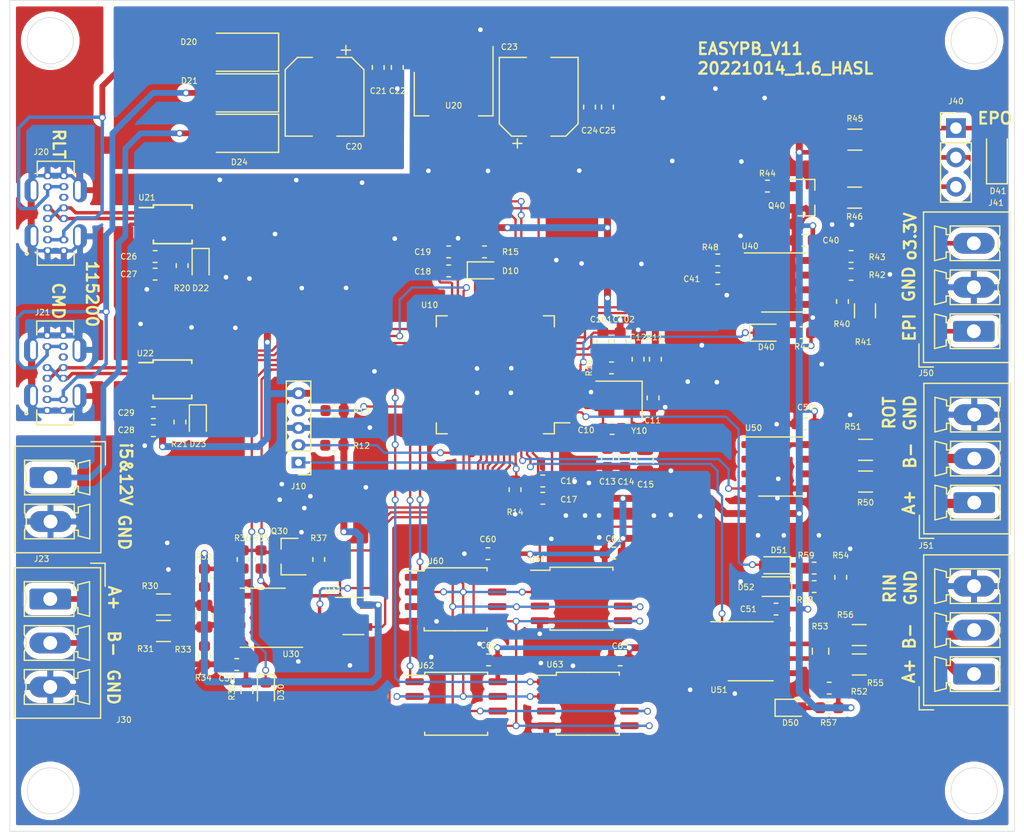
<source format=kicad_pcb>
(kicad_pcb (version 20171130) (host pcbnew "(5.1.5)-3")
  (layers (0 F.Cu signal) (31 B.Cu signal) (34 B.Paste user) (35 F.Paste user) (36 B.SilkS user) (37 F.SilkS user) (38 B.Mask user) (39 F.Mask user) (44 Edge.Cuts user))
  (net 0 "")
  (net 1 GND)
  (net 2 "Net-(C12-Pad1)")
  (net 3 "Net-(C13-Pad2)")
  (net 4 VCC)
  (net 5 "Net-(C20-Pad1)")
  (net 6 /EPN)
  (net 7 /LEM)
  (net 8 "Net-(D10-Pad2)")
  (net 9 /VUA)
  (net 10 /VUB)
  (net 11 "Net-(D22-Pad2)")
  (net 12 /LE0)
  (net 13 /LE1)
  (net 14 "Net-(D23-Pad2)")
  (net 15 "Net-(D30-Pad2)")
  (net 16 /LE2)
  (net 17 /LE4)
  (net 18 "Net-(D40-Pad2)")
  (net 19 /LE3)
  (net 20 "Net-(D50-Pad2)")
  (net 21 /TLL)
  (net 22 "Net-(D51-Pad1)")
  (net 23 "Net-(D52-Pad1)")
  (net 24 /SWD)
  (net 25 /SWC)
  (net 26 /RST)
  (net 27 /D1-)
  (net 28 /D1+)
  (net 29 "Net-(J20-PadB5)")
  (net 30 "Net-(J20-PadA5)")
  (net 31 "Net-(J21-PadA5)")
  (net 32 /D2+)
  (net 33 /D2-)
  (net 34 "Net-(J21-PadB5)")
  (net 35 /B1)
  (net 36 /A1)
  (net 37 /EPO)
  (net 38 /EPI)
  (net 39 /B2)
  (net 40 /A2)
  (net 41 /A3)
  (net 42 /B3)
  (net 43 "Net-(Q30-Pad3)")
  (net 44 "Net-(Q30-Pad1)")
  (net 45 "Net-(Q40-Pad1)")
  (net 46 "Net-(R30-Pad1)")
  (net 47 "Net-(R31-Pad1)")
  (net 48 /TEN)
  (net 49 /LTX0)
  (net 50 "Net-(R40-Pad2)")
  (net 51 "Net-(R42-Pad2)")
  (net 52 /EPF)
  (net 53 "Net-(R48-Pad1)")
  (net 54 "Net-(R50-Pad2)")
  (net 55 "Net-(R51-Pad2)")
  (net 56 "Net-(R52-Pad1)")
  (net 57 "Net-(R53-Pad1)")
  (net 58 /MOSI)
  (net 59 /MISO)
  (net 60 /SCLK)
  (net 61 /CS0)
  (net 62 /CS1)
  (net 63 /CS2)
  (net 64 /CS3)
  (net 65 /CS)
  (net 66 /RX0)
  (net 67 /TX0)
  (net 68 "Net-(U10-Pad40)")
  (net 69 "Net-(U10-Pad39)")
  (net 70 "Net-(U10-Pad29)")
  (net 71 /CFT)
  (net 72 /LRX0)
  (net 73 "Net-(U10-Pad22)")
  (net 74 "Net-(U10-Pad19)")
  (net 75 /RX1)
  (net 76 /TX1)
  (net 77 /LRX1)
  (net 78 /LTX1)
  (net 79 "Net-(U10-Pad10)")
  (net 80 "Net-(U10-Pad8)")
  (net 81 "Net-(U10-Pad4)")
  (net 82 "Net-(U10-Pad3)")
  (net 83 "Net-(U21-Pad4)")
  (net 84 "Net-(U21-Pad5)")
  (net 85 "Net-(U21-Pad6)")
  (net 86 "Net-(U22-Pad6)")
  (net 87 "Net-(U22-Pad5)")
  (net 88 "Net-(U22-Pad4)")
  (net 89 "Net-(U40-Pad4)")
  (net 90 "Net-(U50-Pad1)")
  (net 91 "Net-(U51-Pad4)")
  (net 92 "Net-(U60-Pad3)")
  (net 93 "Net-(U60-Pad7)")
  (net 94 "Net-(U61-Pad7)")
  (net 95 "Net-(U61-Pad3)")
  (net 96 "Net-(U62-Pad7)")
  (net 97 "Net-(U62-Pad3)")
  (net 98 "Net-(U63-Pad3)")
  (net 99 "Net-(U63-Pad7)")
  (net 100 "Net-(U10-Pad27)")
  (net 101 "Net-(U10-Pad23)")
  (net 102 "Net-(U10-Pad26)")
  (net 103 "Net-(U10-Pad25)")
  (net 104 "Net-(U10-Pad24)")
  (net 105 "Net-(U10-Pad11)")
  (net 106 "Net-(U10-Pad43)")
  (net 107 "Net-(U10-Pad18)")
  (net 108 "Net-(U10-Pad45)")
  (net 109 "Net-(U10-Pad44)")
  (net 110 "Net-(U10-Pad42)")
  (net 111 "Net-(U10-Pad41)")
  (net 112 "Net-(U10-Pad34)")
  (net 113 /VUC)
  (net 114 "Net-(D41-Pad2)")
  (net 115 /BOOT)
  (net 116 "Net-(J40-Pad3)")
  (net 117 /Y_N)
  (net 118 /Y_P)
  (module kicad_footprint_general:LED_4014 (layer F.Cu) (at 185.475 91.6 90)
    (fp_text reference D41 (at -2.925 0.1 180) (layer F.SilkS) (effects (font (size 0.5 0.5) (thickness 0.08))))
    (fp_text value RED hide)
    (pad 1 smd roundrect (at -1.5 -0.25 90) (size 1.4 1) (layers F.Cu F.Paste F.Mask) (roundrect_rratio 0.2) (net 37 /EPO))
    (pad 2 smd roundrect (at 1.5 -0.25 90) (size 1.4 1) (layers F.Cu F.Paste F.Mask) (roundrect_rratio 0.2) (net 114 "Net-(D41-Pad2)"))
  )
  (module kicad_footprint_general:USB_C_Receptacle_14Pin (layer F.Cu) (at 103.93 110.29 90)
    (fp_text reference J21 (at 5.25 -1.1 180) (layer F.SilkS) (effects (font (size 0.5 0.5) (thickness 0.08))))
    (fp_text value CMD)
    (pad S1 thru_hole oval (at -2 -1.92 180) (size 1.2 2.1) (drill oval 0.5 1.6 (offset 0.18 0)) (layers *.Cu *.Mask) (net 1 GND))
    (pad A1 thru_hole oval (at -3.25 -0.7 90) (size 0.6 0.8) (drill 0.4) (layers *.Cu *.Mask) (net 1 GND))
    (pad A4 thru_hole oval (at -2.3 -0.7 90) (size 0.6 0.8) (drill 0.4) (layers *.Cu *.Mask) (net 10 /VUB))
    (pad A5 thru_hole oval (at -1.38 -0.7 90) (size 0.6 0.8) (drill 0.4) (layers *.Cu *.Mask) (net 31 "Net-(J21-PadA5)"))
    (pad A6 thru_hole oval (at -0.46 -0.7 90) (size 0.6 0.8) (drill 0.4) (layers *.Cu *.Mask) (net 32 /D2+))
    (pad A7 thru_hole oval (at 0.46 -0.7 90) (size 0.6 0.8) (drill 0.4) (layers *.Cu *.Mask) (net 33 /D2-))
    (pad A12 thru_hole oval (at 3.25 -0.7 90) (size 0.6 0.8) (drill 0.4) (layers *.Cu *.Mask) (net 1 GND))
    (pad A9 thru_hole oval (at 2.28 -0.7 90) (size 0.6 0.8) (drill 0.4) (layers *.Cu *.Mask) (net 10 /VUB))
    (pad B1 thru_hole oval (at 3.25 0.7 90) (size 0.6 0.8) (drill 0.4) (layers *.Cu *.Mask) (net 1 GND))
    (pad B4 thru_hole oval (at 2.3 0.7 90) (size 0.6 0.8) (drill 0.4) (layers *.Cu *.Mask) (net 10 /VUB))
    (pad B5 thru_hole oval (at 1.38 0.7 90) (size 0.6 0.8) (drill 0.4) (layers *.Cu *.Mask) (net 34 "Net-(J21-PadB5)"))
    (pad B6 thru_hole oval (at 0.46 0.7 90) (size 0.6 0.8) (drill 0.4) (layers *.Cu *.Mask) (net 32 /D2+))
    (pad B7 thru_hole oval (at -0.46 0.7 90) (size 0.6 0.8) (drill 0.4) (layers *.Cu *.Mask) (net 33 /D2-))
    (pad B9 thru_hole oval (at -2.3 0.7 90) (size 0.6 0.8) (drill 0.4) (layers *.Cu *.Mask) (net 10 /VUB))
    (pad B12 thru_hole oval (at -3.25 0.7 90) (size 0.6 0.8) (drill 0.4) (layers *.Cu *.Mask) (net 1 GND))
    (pad S4 thru_hole oval (at -2 1.92 180) (size 1.2 2.1) (drill oval 0.5 1.6 (offset -0.18 0)) (layers *.Cu *.Mask) (net 1 GND))
    (pad S2 thru_hole oval (at 2 -1.92 180) (size 1.2 2.1) (drill oval 0.5 1.6 (offset 0.18 0)) (layers *.Cu *.Mask) (net 1 GND))
    (pad S3 thru_hole oval (at 2 1.92 180) (size 1.2 2.1) (drill oval 0.5 1.6 (offset -0.18 0)) (layers *.Cu *.Mask) (net 1 GND))
  )
  (module kicad_footprint_general:USB_C_Receptacle_14Pin (layer F.Cu) (at 103.97 96.45 90)
    (fp_text reference J20 (at 5.31 -1.25) (layer F.SilkS) (effects (font (size 0.5 0.5) (thickness 0.08))))
    (fp_text value RLTC)
    (pad S1 thru_hole oval (at -2 -1.92 180) (size 1.2 2.1) (drill oval 0.5 1.6 (offset 0.18 0)) (layers *.Cu *.Mask) (net 1 GND))
    (pad A1 thru_hole oval (at -3.25 -0.7 90) (size 0.6 0.8) (drill 0.4) (layers *.Cu *.Mask) (net 1 GND))
    (pad A4 thru_hole oval (at -2.3 -0.7 90) (size 0.6 0.8) (drill 0.4) (layers *.Cu *.Mask) (net 9 /VUA))
    (pad A5 thru_hole oval (at -1.38 -0.7 90) (size 0.6 0.8) (drill 0.4) (layers *.Cu *.Mask) (net 30 "Net-(J20-PadA5)"))
    (pad A6 thru_hole oval (at -0.46 -0.7 90) (size 0.6 0.8) (drill 0.4) (layers *.Cu *.Mask) (net 28 /D1+))
    (pad A7 thru_hole oval (at 0.46 -0.7 90) (size 0.6 0.8) (drill 0.4) (layers *.Cu *.Mask) (net 27 /D1-))
    (pad A12 thru_hole oval (at 3.25 -0.7 90) (size 0.6 0.8) (drill 0.4) (layers *.Cu *.Mask) (net 1 GND))
    (pad A9 thru_hole oval (at 2.28 -0.7 90) (size 0.6 0.8) (drill 0.4) (layers *.Cu *.Mask) (net 9 /VUA))
    (pad B1 thru_hole oval (at 3.25 0.7 90) (size 0.6 0.8) (drill 0.4) (layers *.Cu *.Mask) (net 1 GND))
    (pad B4 thru_hole oval (at 2.3 0.7 90) (size 0.6 0.8) (drill 0.4) (layers *.Cu *.Mask) (net 9 /VUA))
    (pad B5 thru_hole oval (at 1.38 0.7 90) (size 0.6 0.8) (drill 0.4) (layers *.Cu *.Mask) (net 29 "Net-(J20-PadB5)"))
    (pad B6 thru_hole oval (at 0.46 0.7 90) (size 0.6 0.8) (drill 0.4) (layers *.Cu *.Mask) (net 28 /D1+))
    (pad B7 thru_hole oval (at -0.46 0.7 90) (size 0.6 0.8) (drill 0.4) (layers *.Cu *.Mask) (net 27 /D1-))
    (pad B9 thru_hole oval (at -2.3 0.7 90) (size 0.6 0.8) (drill 0.4) (layers *.Cu *.Mask) (net 9 /VUA))
    (pad B12 thru_hole oval (at -3.25 0.7 90) (size 0.6 0.8) (drill 0.4) (layers *.Cu *.Mask) (net 1 GND))
    (pad S4 thru_hole oval (at -2 1.92 180) (size 1.2 2.1) (drill oval 0.5 1.6 (offset -0.18 0)) (layers *.Cu *.Mask) (net 1 GND))
    (pad S2 thru_hole oval (at 2 -1.92 180) (size 1.2 2.1) (drill oval 0.5 1.6 (offset 0.18 0)) (layers *.Cu *.Mask) (net 1 GND))
    (pad S3 thru_hole oval (at 2 1.92 180) (size 1.2 2.1) (drill oval 0.5 1.6 (offset -0.18 0)) (layers *.Cu *.Mask) (net 1 GND))
  )
  (module kicad_footprint_general:C_0603_1608Metric (layer F.Cu) (at 152.15 115.1)
    (fp_text reference C10 (at -2.25 0.15) (layer F.SilkS) (effects (font (size 0.5 0.5) (thickness 0.08))))
    (fp_text value 9pF)
    (pad 2 smd roundrect (at 0.7875 0) (size 0.875 0.95) (layers F.Cu F.Paste F.Mask) (net 1 GND))
    (pad 1 smd roundrect (at -0.7875 0) (size 0.875 0.95) (layers F.Cu F.Paste F.Mask) (net 117 /Y_N))
  )
  (module kicad_footprint_general:C_0603_1608Metric (layer F.Cu) (at 155.7 112.45 270)
    (fp_text reference C11 (at 1.95 0.05 180) (layer F.SilkS) (effects (font (size 0.5 0.5) (thickness 0.08))))
    (fp_text value 9pF)
    (pad 1 smd roundrect (at -0.7875 0 270) (size 0.875 0.95) (layers F.Cu F.Paste F.Mask) (net 118 /Y_P))
    (pad 2 smd roundrect (at 0.7875 0 270) (size 0.875 0.95) (layers F.Cu F.Paste F.Mask) (net 1 GND))
  )
  (module kicad_footprint_general:C_0603_1608Metric (layer F.Cu) (at 154.4 109.1 90)
    (fp_text reference C12 (at 1.9 0 180) (layer F.SilkS) (effects (font (size 0.5 0.5) (thickness 0.08))))
    (fp_text value 100nF)
    (pad 1 smd roundrect (at -0.7875 0 90) (size 0.875 0.95) (layers F.Cu F.Paste F.Mask) (net 2 "Net-(C12-Pad1)"))
    (pad 2 smd roundrect (at 0.7875 0 90) (size 0.875 0.95) (layers F.Cu F.Paste F.Mask) (net 1 GND))
  )
  (module kicad_footprint_general:C_0603_1608Metric (layer F.Cu) (at 151.75 117.65 90)
    (fp_text reference C13 (at -2.05 0 180) (layer F.SilkS) (effects (font (size 0.5 0.5) (thickness 0.08))))
    (fp_text value 100nF)
    (pad 1 smd roundrect (at -0.7875 0 90) (size 0.875 0.95) (layers F.Cu F.Paste F.Mask) (net 1 GND))
    (pad 2 smd roundrect (at 0.7875 0 90) (size 0.875 0.95) (layers F.Cu F.Paste F.Mask) (net 3 "Net-(C13-Pad2)"))
  )
  (module kicad_footprint_general:C_0603_1608Metric (layer F.Cu) (at 153.25 117.65 90)
    (fp_text reference C14 (at -2.0625 0.1 180) (layer F.SilkS) (effects (font (size 0.5 0.5) (thickness 0.08))))
    (fp_text value 1uF)
    (pad 2 smd roundrect (at 0.7875 0 90) (size 0.875 0.95) (layers F.Cu F.Paste F.Mask) (net 3 "Net-(C13-Pad2)"))
    (pad 1 smd roundrect (at -0.7875 0 90) (size 0.875 0.95) (layers F.Cu F.Paste F.Mask) (net 1 GND))
  )
  (module kicad_footprint_general:C_0805_2012Metric (layer F.Cu) (at 155 117.85 90)
    (fp_text reference C15 (at -2.1 0.05 180) (layer F.SilkS) (effects (font (size 0.5 0.5) (thickness 0.08))))
    (fp_text value 10uF)
    (pad 1 smd roundrect (at -0.9375 0 90) (size 0.975 1.4) (layers F.Cu F.Paste F.Mask) (net 1 GND))
    (pad 2 smd roundrect (at 0.9375 0 90) (size 0.975 1.4) (layers F.Cu F.Paste F.Mask) (net 3 "Net-(C13-Pad2)"))
  )
  (module kicad_footprint_general:C_0603_1608Metric (layer F.Cu) (at 146.15 119.65)
    (fp_text reference C16 (at 2.25 0) (layer F.SilkS) (effects (font (size 0.5 0.5) (thickness 0.08))))
    (fp_text value 4.7uF)
    (pad 1 smd roundrect (at -0.7875 0) (size 0.875 0.95) (layers F.Cu F.Paste F.Mask) (net 1 GND))
    (pad 2 smd roundrect (at 0.7875 0) (size 0.875 0.95) (layers F.Cu F.Paste F.Mask) (net 4 VCC))
  )
  (module kicad_footprint_general:C_0603_1608Metric (layer F.Cu) (at 146.15 121.15)
    (fp_text reference C17 (at 2.25 0.1) (layer F.SilkS) (effects (font (size 0.5 0.5) (thickness 0.08))))
    (fp_text value 100nF)
    (pad 2 smd roundrect (at 0.7875 0) (size 0.875 0.95) (layers F.Cu F.Paste F.Mask) (net 4 VCC))
    (pad 1 smd roundrect (at -0.7875 0) (size 0.875 0.95) (layers F.Cu F.Paste F.Mask) (net 1 GND))
  )
  (module kicad_footprint_general:C_0603_1608Metric (layer F.Cu) (at 138 101.45)
    (fp_text reference C18 (at -2.25 0.05) (layer F.SilkS) (effects (font (size 0.5 0.5) (thickness 0.08))))
    (fp_text value 4.7uF)
    (pad 1 smd roundrect (at -0.7875 0) (size 0.875 0.95) (layers F.Cu F.Paste F.Mask) (net 4 VCC))
    (pad 2 smd roundrect (at 0.7875 0) (size 0.875 0.95) (layers F.Cu F.Paste F.Mask) (net 1 GND))
  )
  (module kicad_footprint_general:C_0603_1608Metric (layer F.Cu) (at 138 99.8)
    (fp_text reference C19 (at -2.25 0) (layer F.SilkS) (effects (font (size 0.5 0.5) (thickness 0.08))))
    (fp_text value 100nF)
    (pad 2 smd roundrect (at 0.7875 0) (size 0.875 0.95) (layers F.Cu F.Paste F.Mask) (net 1 GND))
    (pad 1 smd roundrect (at -0.7875 0) (size 0.875 0.95) (layers F.Cu F.Paste F.Mask) (net 4 VCC))
  )
  (module kicad_footprint_general:CP_Elec_6.3x5.4 (layer F.Cu) (at 127.254 86.36 270)
    (fp_text reference C20 (at 4.318 -2.54 180) (layer F.SilkS) (effects (font (size 0.5 0.5) (thickness 0.08))))
    (fp_text value 220uF)
    (pad 1 smd roundrect (at -2.8 0 270) (size 3.5 1.6) (layers F.Cu F.Paste F.Mask) (roundrect_rratio 0.15625) (net 5 "Net-(C20-Pad1)"))
    (pad 2 smd roundrect (at 2.8 0 270) (size 3.5 1.6) (layers F.Cu F.Paste F.Mask) (roundrect_rratio 0.15625) (net 1 GND))
  )
  (module kicad_footprint_general:C_0603_1608Metric (layer F.Cu) (at 131.9 83.82 270)
    (fp_text reference C21 (at 2.032 0 180) (layer F.SilkS) (effects (font (size 0.5 0.5) (thickness 0.08))))
    (fp_text value 1uF)
    (pad 1 smd roundrect (at -0.7875 0 270) (size 0.875 0.95) (layers F.Cu F.Paste F.Mask) (net 5 "Net-(C20-Pad1)"))
    (pad 2 smd roundrect (at 0.7875 0 270) (size 0.875 0.95) (layers F.Cu F.Paste F.Mask) (net 1 GND))
  )
  (module kicad_footprint_general:C_0603_1608Metric (layer F.Cu) (at 133.55 83.82 270)
    (fp_text reference C22 (at 2.032 0 180) (layer F.SilkS) (effects (font (size 0.5 0.5) (thickness 0.08))))
    (fp_text value 100nF)
    (pad 2 smd roundrect (at 0.7875 0 270) (size 0.875 0.95) (layers F.Cu F.Paste F.Mask) (net 1 GND))
    (pad 1 smd roundrect (at -0.7875 0 270) (size 0.875 0.95) (layers F.Cu F.Paste F.Mask) (net 5 "Net-(C20-Pad1)"))
  )
  (module kicad_footprint_general:CP_Elec_6.3x5.4 (layer F.Cu) (at 145.796 86.36 90)
    (fp_text reference C23 (at 4.318 -2.54 180) (layer F.SilkS) (effects (font (size 0.5 0.5) (thickness 0.08))))
    (fp_text value 220uF)
    (pad 2 smd roundrect (at 2.8 0 90) (size 3.5 1.6) (layers F.Cu F.Paste F.Mask) (roundrect_rratio 0.15625) (net 1 GND))
    (pad 1 smd roundrect (at -2.8 0 90) (size 3.5 1.6) (layers F.Cu F.Paste F.Mask) (roundrect_rratio 0.15625) (net 4 VCC))
  )
  (module kicad_footprint_general:C_0603_1608Metric (layer F.Cu) (at 150.2 87.25 90)
    (fp_text reference C24 (at -2.032 0 180) (layer F.SilkS) (effects (font (size 0.5 0.5) (thickness 0.08))))
    (fp_text value 1uF)
    (pad 1 smd roundrect (at -0.7875 0 90) (size 0.875 0.95) (layers F.Cu F.Paste F.Mask) (net 4 VCC))
    (pad 2 smd roundrect (at 0.7875 0 90) (size 0.875 0.95) (layers F.Cu F.Paste F.Mask) (net 1 GND))
  )
  (module kicad_footprint_general:C_0603_1608Metric (layer F.Cu) (at 151.75 87.25 90)
    (fp_text reference C25 (at -2.032 0 180) (layer F.SilkS) (effects (font (size 0.5 0.5) (thickness 0.08))))
    (fp_text value 100nF)
    (pad 2 smd roundrect (at 0.7875 0 90) (size 0.875 0.95) (layers F.Cu F.Paste F.Mask) (net 1 GND))
    (pad 1 smd roundrect (at -0.7875 0 90) (size 0.875 0.95) (layers F.Cu F.Paste F.Mask) (net 4 VCC))
  )
  (module kicad_footprint_general:C_0603_1608Metric (layer F.Cu) (at 112.582 100.204 180)
    (fp_text reference C26 (at 2.286 0) (layer F.SilkS) (effects (font (size 0.5 0.5) (thickness 0.08))))
    (fp_text value 1uF)
    (pad 2 smd roundrect (at 0.7875 0 180) (size 0.875 0.95) (layers F.Cu F.Paste F.Mask) (net 1 GND))
    (pad 1 smd roundrect (at -0.7875 0 180) (size 0.875 0.95) (layers F.Cu F.Paste F.Mask) (net 4 VCC))
  )
  (module kicad_footprint_general:C_0603_1608Metric (layer F.Cu) (at 112.582 101.728 180)
    (fp_text reference C27 (at 2.286 0) (layer F.SilkS) (effects (font (size 0.5 0.5) (thickness 0.08))))
    (fp_text value 100nF)
    (pad 1 smd roundrect (at -0.7875 0 180) (size 0.875 0.95) (layers F.Cu F.Paste F.Mask) (net 4 VCC))
    (pad 2 smd roundrect (at 0.7875 0 180) (size 0.875 0.95) (layers F.Cu F.Paste F.Mask) (net 1 GND))
  )
  (module kicad_footprint_general:C_0603_1608Metric (layer F.Cu) (at 112.43 115.29 180)
    (fp_text reference C28 (at 2.35 0.05) (layer F.SilkS) (effects (font (size 0.5 0.5) (thickness 0.08))))
    (fp_text value 1uF)
    (pad 2 smd roundrect (at 0.7875 0 180) (size 0.875 0.95) (layers F.Cu F.Paste F.Mask) (net 1 GND))
    (pad 1 smd roundrect (at -0.7875 0 180) (size 0.875 0.95) (layers F.Cu F.Paste F.Mask) (net 4 VCC))
  )
  (module kicad_footprint_general:C_0603_1608Metric (layer F.Cu) (at 112.43 113.74 180)
    (fp_text reference C29 (at 2.35 0) (layer F.SilkS) (effects (font (size 0.5 0.5) (thickness 0.08))))
    (fp_text value 100nF)
    (pad 2 smd roundrect (at 0.7875 0 180) (size 0.875 0.95) (layers F.Cu F.Paste F.Mask) (net 1 GND))
    (pad 1 smd roundrect (at -0.7875 0 180) (size 0.875 0.95) (layers F.Cu F.Paste F.Mask) (net 4 VCC))
  )
  (module kicad_footprint_general:C_0603_1608Metric (layer F.Cu) (at 119.65 135.55)
    (fp_text reference C30 (at -0.85 1.2 180) (layer F.SilkS) (effects (font (size 0.5 0.5) (thickness 0.08))))
    (fp_text value 100nF)
    (pad 2 smd roundrect (at 0.7875 0) (size 0.875 0.95) (layers F.Cu F.Paste F.Mask) (net 4 VCC))
    (pad 1 smd roundrect (at -0.7875 0) (size 0.875 0.95) (layers F.Cu F.Paste F.Mask) (net 1 GND))
  )
  (module kicad_footprint_general:C_0603_1608Metric (layer F.Cu) (at 168.75 98.8)
    (fp_text reference C40 (at 2.35 0) (layer F.SilkS) (effects (font (size 0.5 0.5) (thickness 0.08))))
    (fp_text value 100nF)
    (pad 1 smd roundrect (at -0.7875 0) (size 0.875 0.95) (layers F.Cu F.Paste F.Mask) (net 1 GND))
    (pad 2 smd roundrect (at 0.7875 0) (size 0.875 0.95) (layers F.Cu F.Paste F.Mask) (net 4 VCC))
  )
  (module kicad_footprint_general:C_0603_1608Metric (layer F.Cu) (at 161.3 102.1 180)
    (fp_text reference C41 (at 2.25 -0.05) (layer F.SilkS) (effects (font (size 0.5 0.5) (thickness 0.08))))
    (fp_text value 10nF)
    (pad 1 smd roundrect (at -0.7875 0 180) (size 0.875 0.95) (layers F.Cu F.Paste F.Mask) (net 1 GND))
    (pad 2 smd roundrect (at 0.7875 0 180) (size 0.875 0.95) (layers F.Cu F.Paste F.Mask) (net 6 /EPN))
  )
  (module kicad_footprint_general:C_0603_1608Metric (layer F.Cu) (at 168.9 114.7)
    (fp_text reference C50 (at 0 -1.43) (layer F.SilkS) (effects (font (size 0.5 0.5) (thickness 0.08))))
    (fp_text value 100nF)
    (pad 2 smd roundrect (at 0.7875 0) (size 0.875 0.95) (layers F.Cu F.Paste F.Mask) (net 4 VCC))
    (pad 1 smd roundrect (at -0.7875 0) (size 0.875 0.95) (layers F.Cu F.Paste F.Mask) (net 1 GND))
  )
  (module kicad_footprint_general:C_0603_1608Metric (layer F.Cu) (at 166.35 130.75)
    (fp_text reference C51 (at -2.4 0) (layer F.SilkS) (effects (font (size 0.5 0.5) (thickness 0.08))))
    (fp_text value 100nF)
    (pad 1 smd roundrect (at -0.7875 0) (size 0.875 0.95) (layers F.Cu F.Paste F.Mask) (net 1 GND))
    (pad 2 smd roundrect (at 0.7875 0) (size 0.875 0.95) (layers F.Cu F.Paste F.Mask) (net 4 VCC))
  )
  (module kicad_footprint_general:C_0603_1608Metric (layer F.Cu) (at 141.4 125.95)
    (fp_text reference C60 (at 0 -1.25) (layer F.SilkS) (effects (font (size 0.5 0.5) (thickness 0.08))))
    (fp_text value 100nF)
    (pad 2 smd roundrect (at 0.7875 0) (size 0.875 0.95) (layers F.Cu F.Paste F.Mask) (net 4 VCC))
    (pad 1 smd roundrect (at -0.7875 0) (size 0.875 0.95) (layers F.Cu F.Paste F.Mask) (net 1 GND))
  )
  (module kicad_footprint_general:C_0603_1608Metric (layer F.Cu) (at 152.3 125.9)
    (fp_text reference C61 (at 0 -1.25) (layer F.SilkS) (effects (font (size 0.5 0.5) (thickness 0.08))))
    (fp_text value 100nF)
    (pad 1 smd roundrect (at -0.7875 0) (size 0.875 0.95) (layers F.Cu F.Paste F.Mask) (net 1 GND))
    (pad 2 smd roundrect (at 0.7875 0) (size 0.875 0.95) (layers F.Cu F.Paste F.Mask) (net 4 VCC))
  )
  (module kicad_footprint_general:C_0603_1608Metric (layer F.Cu) (at 141.45 135.15)
    (fp_text reference C62 (at 0 -1.25) (layer F.SilkS) (effects (font (size 0.5 0.5) (thickness 0.08))))
    (fp_text value 100nF)
    (pad 2 smd roundrect (at 0.7875 0) (size 0.875 0.95) (layers F.Cu F.Paste F.Mask) (net 4 VCC))
    (pad 1 smd roundrect (at -0.7875 0) (size 0.875 0.95) (layers F.Cu F.Paste F.Mask) (net 1 GND))
  )
  (module kicad_footprint_general:C_0603_1608Metric (layer F.Cu) (at 152.85 135.15)
    (fp_text reference C63 (at 0 -1.2) (layer F.SilkS) (effects (font (size 0.5 0.5) (thickness 0.08))))
    (fp_text value 100nF)
    (pad 1 smd roundrect (at -0.7875 0) (size 0.875 0.95) (layers F.Cu F.Paste F.Mask) (net 1 GND))
    (pad 2 smd roundrect (at 0.7875 0) (size 0.875 0.95) (layers F.Cu F.Paste F.Mask) (net 4 VCC))
  )
  (module kicad_footprint_general:C_0603_1608Metric (layer F.Cu) (at 151.35 107.55 90)
    (fp_text reference C101 (at 1.9 -0.15 180) (layer F.SilkS) (effects (font (size 0.5 0.5) (thickness 0.08))))
    (fp_text value 4.7uF)
    (pad 2 smd roundrect (at 0.7875 0 90) (size 0.875 0.95) (layers F.Cu F.Paste F.Mask) (net 4 VCC))
    (pad 1 smd roundrect (at -0.7875 0 90) (size 0.875 0.95) (layers F.Cu F.Paste F.Mask) (net 1 GND))
  )
  (module kicad_footprint_general:C_0603_1608Metric (layer F.Cu) (at 152.85 107.55 90)
    (fp_text reference C102 (at 1.9 0.3 180) (layer F.SilkS) (effects (font (size 0.5 0.5) (thickness 0.08))))
    (fp_text value 100nF)
    (pad 1 smd roundrect (at -0.7875 0 90) (size 0.875 0.95) (layers F.Cu F.Paste F.Mask) (net 1 GND))
    (pad 2 smd roundrect (at 0.7875 0 90) (size 0.875 0.95) (layers F.Cu F.Paste F.Mask) (net 4 VCC))
  )
  (module kicad_footprint_general:LED_0603_1608Metric (layer F.Cu) (at 141.1 101.4)
    (fp_text reference D10 (at 2.25 0.05) (layer F.SilkS) (effects (font (size 0.5 0.5) (thickness 0.08))))
    (fp_text value RED hide)
    (pad 1 smd roundrect (at -0.7875 0) (size 0.875 0.95) (layers F.Cu F.Paste F.Mask) (net 7 /LEM))
    (pad 2 smd roundrect (at 0.7875 0) (size 0.875 0.95) (layers F.Cu F.Paste F.Mask) (net 8 "Net-(D10-Pad2)"))
  )
  (module kicad_footprint_general:D_SMA (layer F.Cu) (at 119.875 82.5 180)
    (fp_text reference D20 (at 4.378 0.89) (layer F.SilkS) (effects (font (size 0.5 0.5) (thickness 0.08))))
    (fp_text value SS14)
    (pad 1 smd rect (at -2 0 180) (size 2.5 1.8) (layers F.Cu F.Paste F.Mask) (net 5 "Net-(C20-Pad1)"))
    (pad 2 smd rect (at 2 0 180) (size 2.5 1.8) (layers F.Cu F.Paste F.Mask) (net 9 /VUA))
  )
  (module kicad_footprint_general:D_SMA (layer F.Cu) (at 119.875 86.025 180)
    (fp_text reference D21 (at 4.325 1.05) (layer F.SilkS) (effects (font (size 0.5 0.5) (thickness 0.08))))
    (fp_text value SS14)
    (pad 2 smd rect (at 2 0 180) (size 2.5 1.8) (layers F.Cu F.Paste F.Mask) (net 10 /VUB))
    (pad 1 smd rect (at -2 0 180) (size 2.5 1.8) (layers F.Cu F.Paste F.Mask) (net 5 "Net-(C20-Pad1)"))
  )
  (module kicad_footprint_general:LED_0603_1608Metric (layer F.Cu) (at 116.52 100.99 270)
    (fp_text reference D22 (at 1.95 0 180) (layer F.SilkS) (effects (font (size 0.5 0.5) (thickness 0.08))))
    (fp_text value RED hide)
    (pad 2 smd roundrect (at 0.7875 0 270) (size 0.875 0.95) (layers F.Cu F.Paste F.Mask) (net 11 "Net-(D22-Pad2)"))
    (pad 1 smd roundrect (at -0.7875 0 270) (size 0.875 0.95) (layers F.Cu F.Paste F.Mask) (net 12 /LE0))
  )
  (module kicad_footprint_general:LED_0603_1608Metric (layer F.Cu) (at 116.28 114.54 270)
    (fp_text reference D23 (at 1.9 0 180) (layer F.SilkS) (effects (font (size 0.5 0.5) (thickness 0.08))))
    (fp_text value RED hide)
    (pad 1 smd roundrect (at -0.7875 0 270) (size 0.875 0.95) (layers F.Cu F.Paste F.Mask) (net 13 /LE1))
    (pad 2 smd roundrect (at 0.7875 0 270) (size 0.875 0.95) (layers F.Cu F.Paste F.Mask) (net 14 "Net-(D23-Pad2)"))
  )
  (module kicad_footprint_general:LED_0603_1608Metric (layer F.Cu) (at 122.174 137.9 270)
    (fp_text reference D30 (at 0.05 -1.3 90) (layer F.SilkS) (effects (font (size 0.5 0.5) (thickness 0.08))))
    (fp_text value GREEN hide)
    (pad 2 smd roundrect (at 0.7875 0 270) (size 0.875 0.95) (layers F.Cu F.Paste F.Mask) (net 15 "Net-(D30-Pad2)"))
    (pad 1 smd roundrect (at -0.7875 0 270) (size 0.875 0.95) (layers F.Cu F.Paste F.Mask) (net 16 /LE2))
  )
  (module kicad_footprint_general:LED_0603_1608Metric (layer F.Cu) (at 165.55 106.8)
    (fp_text reference D40 (at -0.05 1.25) (layer F.SilkS) (effects (font (size 0.5 0.5) (thickness 0.08))))
    (fp_text value GREEN hide)
    (pad 1 smd roundrect (at -0.7875 0) (size 0.875 0.95) (layers F.Cu F.Paste F.Mask) (net 17 /LE4))
    (pad 2 smd roundrect (at 0.7875 0) (size 0.875 0.95) (layers F.Cu F.Paste F.Mask) (net 18 "Net-(D40-Pad2)"))
  )
  (module kicad_footprint_general:LED_0603_1608Metric (layer F.Cu) (at 167.75 139.3)
    (fp_text reference D50 (at -0.15 1.3) (layer F.SilkS) (effects (font (size 0.5 0.5) (thickness 0.08))))
    (fp_text value GREEN hide)
    (pad 1 smd roundrect (at -0.7875 0) (size 0.875 0.95) (layers F.Cu F.Paste F.Mask) (net 19 /LE3))
    (pad 2 smd roundrect (at 0.7875 0) (size 0.875 0.95) (layers F.Cu F.Paste F.Mask) (net 20 "Net-(D50-Pad2)"))
  )
  (module kicad_footprint_general:LED_0603_1608Metric (layer F.Cu) (at 166.1 126.95 180)
    (fp_text reference D51 (at -0.5 1.3) (layer F.SilkS) (effects (font (size 0.5 0.5) (thickness 0.08))))
    (fp_text value BLUE hide)
    (pad 2 smd roundrect (at 0.7875 0 180) (size 0.875 0.95) (layers F.Cu F.Paste F.Mask) (net 21 /TLL))
    (pad 1 smd roundrect (at -0.7875 0 180) (size 0.875 0.95) (layers F.Cu F.Paste F.Mask) (net 22 "Net-(D51-Pad1)"))
  )
  (module kicad_footprint_general:D_SOD-323F (layer F.Cu) (at 166.2 128.8 180)
    (fp_text reference D52 (at 2.45 -0.05) (layer F.SilkS) (effects (font (size 0.5 0.5) (thickness 0.08))))
    (fp_text value 1N4148)
    (pad 2 smd rect (at 1.1 0 180) (size 0.6 0.8) (layers F.Cu F.Paste F.Mask) (net 21 /TLL))
    (pad 1 smd rect (at -1.1 0 180) (size 0.6 0.8) (layers F.Cu F.Paste F.Mask) (net 23 "Net-(D52-Pad1)"))
  )
  (module kicad_footprint_general:PhoenixContact_MCV_1,5_3-G-3.81_1x03_P3.81mm_Vertical (layer F.Cu) (at 103.5 129.875 270)
    (fp_text reference J30 (at 10.47 -6.38 180) (layer F.SilkS) (effects (font (size 0.5 0.5) (thickness 0.08))))
    (fp_text value RS485)
    (pad 3 thru_hole oval (at 7.62 0 270) (size 1.8 3.6) (drill 1.2) (layers *.Cu *.Mask) (net 1 GND))
    (pad 2 thru_hole oval (at 3.81 0 270) (size 1.8 3.6) (drill 1.2) (layers *.Cu *.Mask) (net 35 /B1))
    (pad 1 thru_hole roundrect (at 0 0 270) (size 1.8 3.6) (drill 1.2) (layers *.Cu *.Mask) (roundrect_rratio 0.138889) (net 36 /A1))
  )
  (module kicad_footprint_general:PhoenixContact_MCV_1,5_3-G-3.81_1x03_P3.81mm_Vertical (layer F.Cu) (at 183.51 121.52 90)
    (fp_text reference J50 (at 11.22 -4.16 180) (layer F.SilkS) (effects (font (size 0.5 0.5) (thickness 0.08))))
    (fp_text value "TO RS")
    (pad 3 thru_hole oval (at 7.62 0 90) (size 1.8 3.6) (drill 1.2) (layers *.Cu *.Mask) (net 1 GND))
    (pad 2 thru_hole oval (at 3.81 0 90) (size 1.8 3.6) (drill 1.2) (layers *.Cu *.Mask) (net 39 /B2))
    (pad 1 thru_hole roundrect (at 0 0 90) (size 1.8 3.6) (drill 1.2) (layers *.Cu *.Mask) (roundrect_rratio 0.138889) (net 40 /A2))
  )
  (module kicad_footprint_general:PhoenixContact_MCV_1,5_3-G-3.81_1x03_P3.81mm_Vertical (layer F.Cu) (at 183.49 136.38 90)
    (fp_text reference J51 (at 11.13 -4.14 180) (layer F.SilkS) (effects (font (size 0.5 0.5) (thickness 0.08))))
    (fp_text value "UF RS485")
    (pad 1 thru_hole roundrect (at 0 0 90) (size 1.8 3.6) (drill 1.2) (layers *.Cu *.Mask) (roundrect_rratio 0.138889) (net 41 /A3))
    (pad 2 thru_hole oval (at 3.81 0 90) (size 1.8 3.6) (drill 1.2) (layers *.Cu *.Mask) (net 42 /B3))
    (pad 3 thru_hole oval (at 7.62 0 90) (size 1.8 3.6) (drill 1.2) (layers *.Cu *.Mask) (net 1 GND))
  )
  (module kicad_footprint_general:SOT-23 (layer F.Cu) (at 124.25 126.2)
    (fp_text reference Q30 (at -0.9 -2.2 180) (layer F.SilkS) (effects (font (size 0.5 0.5) (thickness 0.08))))
    (fp_text value S8050)
    (pad 3 smd rect (at -1 0 180) (size 0.9 0.8) (layers F.Cu F.Paste F.Mask) (net 43 "Net-(Q30-Pad3)"))
    (pad 2 smd rect (at 1 -0.95 180) (size 0.9 0.8) (layers F.Cu F.Paste F.Mask) (net 1 GND))
    (pad 1 smd rect (at 1 0.95 180) (size 0.9 0.8) (layers F.Cu F.Paste F.Mask) (net 44 "Net-(Q30-Pad1)"))
  )
  (module kicad_footprint_general:SOT-23 (layer F.Cu) (at 168.95 95.1 180)
    (fp_text reference Q40 (at 2.55 -0.7 180) (layer F.SilkS) (effects (font (size 0.5 0.5) (thickness 0.08))))
    (fp_text value 2N7002)
    (pad 1 smd rect (at 1 0.95) (size 0.9 0.8) (layers F.Cu F.Paste F.Mask) (net 45 "Net-(Q40-Pad1)"))
    (pad 2 smd rect (at 1 -0.95) (size 0.9 0.8) (layers F.Cu F.Paste F.Mask) (net 1 GND))
    (pad 3 smd rect (at -1 0) (size 0.9 0.8) (layers F.Cu F.Paste F.Mask) (net 37 /EPO))
  )
  (module kicad_footprint_general:R_0603_1608Metric (layer F.Cu) (at 152.1 109.85 180)
    (fp_text reference R10 (at 1.95 0 90) (layer F.SilkS) (effects (font (size 0.5 0.5) (thickness 0.08))))
    (fp_text value 100R hide)
    (pad 2 smd roundrect (at 0.7875 0 180) (size 0.875 0.95) (layers F.Cu F.Paste F.Mask) (net 26 /RST))
    (pad 1 smd roundrect (at -0.7875 0 180) (size 0.875 0.95) (layers F.Cu F.Paste F.Mask) (net 2 "Net-(C12-Pad1)"))
  )
  (module kicad_footprint_general:R_0603_1608Metric (layer F.Cu) (at 155.9 109.1 270)
    (fp_text reference R11 (at -1.9 0.05 180) (layer F.SilkS) (effects (font (size 0.5 0.5) (thickness 0.08))))
    (fp_text value 10k hide)
    (pad 2 smd roundrect (at 0.7875 0 270) (size 0.875 0.95) (layers F.Cu F.Paste F.Mask) (net 2 "Net-(C12-Pad1)"))
    (pad 1 smd roundrect (at -0.7875 0 270) (size 0.875 0.95) (layers F.Cu F.Paste F.Mask) (net 4 VCC))
  )
  (module kicad_footprint_general:R_0603_1608Metric (layer F.Cu) (at 128.1 116.55 180)
    (fp_text reference R12 (at -2.35 -0.05) (layer F.SilkS) (effects (font (size 0.5 0.5) (thickness 0.08))))
    (fp_text value 10k hide)
    (pad 2 smd roundrect (at 0.7875 0 180) (size 0.875 0.95) (layers F.Cu F.Paste F.Mask) (net 25 /SWC))
    (pad 1 smd roundrect (at -0.7875 0 180) (size 0.875 0.95) (layers F.Cu F.Paste F.Mask) (net 4 VCC))
  )
  (module kicad_footprint_general:R_0603_1608Metric (layer F.Cu) (at 128.125 113.55 180)
    (fp_text reference R13 (at -2.325 -0.05) (layer F.SilkS) (effects (font (size 0.5 0.5) (thickness 0.08))))
    (fp_text value 10k hide)
    (pad 1 smd roundrect (at -0.7875 0 180) (size 0.875 0.95) (layers F.Cu F.Paste F.Mask) (net 4 VCC))
    (pad 2 smd roundrect (at 0.7875 0 180) (size 0.875 0.95) (layers F.Cu F.Paste F.Mask) (net 24 /SWD))
  )
  (module kicad_footprint_general:R_0603_1608Metric (layer F.Cu) (at 143.75 120.4 270)
    (fp_text reference R14 (at 1.95 0 180) (layer F.SilkS) (effects (font (size 0.5 0.5) (thickness 0.08))))
    (fp_text value 10k hide)
    (pad 2 smd roundrect (at 0.7875 0 270) (size 0.875 0.95) (layers F.Cu F.Paste F.Mask) (net 1 GND))
    (pad 1 smd roundrect (at -0.7875 0 270) (size 0.875 0.95) (layers F.Cu F.Paste F.Mask) (net 115 /BOOT))
  )
  (module kicad_footprint_general:R_0603_1608Metric (layer F.Cu) (at 141.1 99.8 180)
    (fp_text reference R15 (at -2.25 0) (layer F.SilkS) (effects (font (size 0.5 0.5) (thickness 0.08))))
    (fp_text value 2.7k hide)
    (pad 2 smd roundrect (at 0.7875 0 180) (size 0.875 0.95) (layers F.Cu F.Paste F.Mask) (net 4 VCC))
    (pad 1 smd roundrect (at -0.7875 0 180) (size 0.875 0.95) (layers F.Cu F.Paste F.Mask) (net 8 "Net-(D10-Pad2)"))
  )
  (module kicad_footprint_general:R_0603_1608Metric (layer F.Cu) (at 114.92 100.99 90)
    (fp_text reference R20 (at -1.95 0 180) (layer F.SilkS) (effects (font (size 0.5 0.5) (thickness 0.08))))
    (fp_text value 2.7k hide)
    (pad 1 smd roundrect (at -0.7875 0 90) (size 0.875 0.95) (layers F.Cu F.Paste F.Mask) (net 11 "Net-(D22-Pad2)"))
    (pad 2 smd roundrect (at 0.7875 0 90) (size 0.875 0.95) (layers F.Cu F.Paste F.Mask) (net 4 VCC))
  )
  (module kicad_footprint_general:R_0603_1608Metric (layer F.Cu) (at 114.73 114.54 90)
    (fp_text reference R21 (at -1.9 -0.05 180) (layer F.SilkS) (effects (font (size 0.5 0.5) (thickness 0.08))))
    (fp_text value 2.7k hide)
    (pad 1 smd roundrect (at -0.7875 0 90) (size 0.875 0.95) (layers F.Cu F.Paste F.Mask) (net 14 "Net-(D23-Pad2)"))
    (pad 2 smd roundrect (at 0.7875 0 90) (size 0.875 0.95) (layers F.Cu F.Paste F.Mask) (net 4 VCC))
  )
  (module kicad_footprint_general:R_1206_3216Metric (layer F.Cu) (at 113.3 130.35 180)
    (fp_text reference R30 (at 1.15 1.6) (layer F.SilkS) (effects (font (size 0.5 0.5) (thickness 0.08))))
    (fp_text value 10R hide)
    (pad 2 smd roundrect (at 1.4 0 180) (size 1.25 1.75) (layers F.Cu F.Paste F.Mask) (roundrect_rratio 0.2) (net 36 /A1))
    (pad 1 smd roundrect (at -1.4 0 180) (size 1.25 1.75) (layers F.Cu F.Paste F.Mask) (roundrect_rratio 0.2) (net 46 "Net-(R30-Pad1)"))
  )
  (module kicad_footprint_general:R_1206_3216Metric (layer F.Cu) (at 113.3 132.65 180)
    (fp_text reference R31 (at 1.55 -1.55) (layer F.SilkS) (effects (font (size 0.5 0.5) (thickness 0.08))))
    (fp_text value 10R hide)
    (pad 1 smd roundrect (at -1.4 0 180) (size 1.25 1.75) (layers F.Cu F.Paste F.Mask) (roundrect_rratio 0.2) (net 47 "Net-(R31-Pad1)"))
    (pad 2 smd roundrect (at 1.4 0 180) (size 1.25 1.75) (layers F.Cu F.Paste F.Mask) (roundrect_rratio 0.2) (net 35 /B1))
  )
  (module kicad_footprint_general:R_0603_1608Metric (layer F.Cu) (at 116.85 128.05 270)
    (fp_text reference R32 (at -1.85 0.05 180) (layer F.SilkS) (effects (font (size 0.5 0.5) (thickness 0.08))))
    (fp_text value 4.7k hide)
    (pad 2 smd roundrect (at 0.7875 0 270) (size 0.875 0.95) (layers F.Cu F.Paste F.Mask) (net 46 "Net-(R30-Pad1)"))
    (pad 1 smd roundrect (at -0.7875 0 270) (size 0.875 0.95) (layers F.Cu F.Paste F.Mask) (net 4 VCC))
  )
  (module kicad_footprint_general:R_0805_2012Metric (layer F.Cu) (at 116.85 131.3625 90)
    (fp_text reference R33 (at -2.8875 -1.85 180) (layer F.SilkS) (effects (font (size 0.5 0.5) (thickness 0.08))))
    (fp_text value 470R hide)
    (pad 1 smd roundrect (at -0.9375 0 90) (size 0.975 1.4) (layers F.Cu F.Paste F.Mask) (net 47 "Net-(R31-Pad1)"))
    (pad 2 smd roundrect (at 0.9375 0 90) (size 0.975 1.4) (layers F.Cu F.Paste F.Mask) (net 46 "Net-(R30-Pad1)"))
  )
  (module kicad_footprint_general:R_0603_1608Metric (layer F.Cu) (at 116.85 134.75 270)
    (fp_text reference R34 (at 1.95 0.1 180) (layer F.SilkS) (effects (font (size 0.5 0.5) (thickness 0.08))))
    (fp_text value 4.7k hide)
    (pad 2 smd roundrect (at 0.7875 0 270) (size 0.875 0.95) (layers F.Cu F.Paste F.Mask) (net 1 GND))
    (pad 1 smd roundrect (at -0.7875 0 270) (size 0.875 0.95) (layers F.Cu F.Paste F.Mask) (net 47 "Net-(R31-Pad1)"))
  )
  (module kicad_footprint_general:R_0603_1608Metric (layer F.Cu) (at 121.75 126.45 270)
    (fp_text reference R35 (at -1.85 0 180) (layer F.SilkS) (effects (font (size 0.5 0.5) (thickness 0.08))))
    (fp_text value 4.7k hide)
    (pad 1 smd roundrect (at -0.7875 0 270) (size 0.875 0.95) (layers F.Cu F.Paste F.Mask) (net 43 "Net-(Q30-Pad3)"))
    (pad 2 smd roundrect (at 0.7875 0 270) (size 0.875 0.95) (layers F.Cu F.Paste F.Mask) (net 48 /TEN))
  )
  (module kicad_footprint_general:R_0603_1608Metric (layer F.Cu) (at 120.2 126.45 90)
    (fp_text reference R36 (at 1.85 -0.05 180) (layer F.SilkS) (effects (font (size 0.5 0.5) (thickness 0.08))))
    (fp_text value 4.7k hide)
    (pad 1 smd roundrect (at -0.7875 0 90) (size 0.875 0.95) (layers F.Cu F.Paste F.Mask) (net 4 VCC))
    (pad 2 smd roundrect (at 0.7875 0 90) (size 0.875 0.95) (layers F.Cu F.Paste F.Mask) (net 43 "Net-(Q30-Pad3)"))
  )
  (module kicad_footprint_general:R_0603_1608Metric (layer F.Cu) (at 126.75 126.45 270)
    (fp_text reference R37 (at -1.85 0 180) (layer F.SilkS) (effects (font (size 0.5 0.5) (thickness 0.08))))
    (fp_text value 4.7k hide)
    (pad 1 smd roundrect (at -0.7875 0 270) (size 0.875 0.95) (layers F.Cu F.Paste F.Mask) (net 78 /LTX1))
    (pad 2 smd roundrect (at 0.7875 0 270) (size 0.875 0.95) (layers F.Cu F.Paste F.Mask) (net 44 "Net-(Q30-Pad1)"))
  )
  (module kicad_footprint_general:R_0603_1608Metric (layer F.Cu) (at 120.53 137.9 90)
    (fp_text reference R38 (at -0.05 -1.3 90) (layer F.SilkS) (effects (font (size 0.5 0.5) (thickness 0.08))))
    (fp_text value 2.7k hide)
    (pad 2 smd roundrect (at 0.7875 0 90) (size 0.875 0.95) (layers F.Cu F.Paste F.Mask) (net 4 VCC))
    (pad 1 smd roundrect (at -0.7875 0 90) (size 0.875 0.95) (layers F.Cu F.Paste F.Mask) (net 15 "Net-(D30-Pad2)"))
  )
  (module kicad_footprint_general:R_0603_1608Metric (layer F.Cu) (at 172.1 104.1 90)
    (fp_text reference R40 (at -1.95 -0.05 180) (layer F.SilkS) (effects (font (size 0.5 0.5) (thickness 0.08))))
    (fp_text value 2.7k hide)
    (pad 1 smd roundrect (at -0.7875 0 90) (size 0.875 0.95) (layers F.Cu F.Paste F.Mask) (net 4 VCC))
    (pad 2 smd roundrect (at 0.7875 0 90) (size 0.875 0.95) (layers F.Cu F.Paste F.Mask) (net 50 "Net-(R40-Pad2)"))
  )
  (module kicad_footprint_general:R_1206_3216Metric (layer F.Cu) (at 174.05 104.9 90)
    (fp_text reference R41 (at -2.7 -0.15 180) (layer F.SilkS) (effects (font (size 0.5 0.5) (thickness 0.08))))
    (fp_text value 10R hide)
    (pad 1 smd roundrect (at -1.4 0 90) (size 1.25 1.75) (layers F.Cu F.Paste F.Mask) (roundrect_rratio 0.2) (net 38 /EPI))
    (pad 2 smd roundrect (at 1.4 0 90) (size 1.25 1.75) (layers F.Cu F.Paste F.Mask) (roundrect_rratio 0.2) (net 50 "Net-(R40-Pad2)"))
  )
  (module kicad_footprint_general:R_0603_1608Metric (layer F.Cu) (at 172.85 101.75 180)
    (fp_text reference R42 (at -2.25 -0.05) (layer F.SilkS) (effects (font (size 0.5 0.5) (thickness 0.08))))
    (fp_text value 6.8k hide)
    (pad 1 smd roundrect (at -0.7875 0 180) (size 0.875 0.95) (layers F.Cu F.Paste F.Mask) (net 1 GND))
    (pad 2 smd roundrect (at 0.7875 0 180) (size 0.875 0.95) (layers F.Cu F.Paste F.Mask) (net 51 "Net-(R42-Pad2)"))
  )
  (module kicad_footprint_general:R_0603_1608Metric (layer F.Cu) (at 172.85 100.2)
    (fp_text reference R43 (at 2.25 0.05) (layer F.SilkS) (effects (font (size 0.5 0.5) (thickness 0.08))))
    (fp_text value 10k hide)
    (pad 2 smd roundrect (at 0.7875 0) (size 0.875 0.95) (layers F.Cu F.Paste F.Mask) (net 4 VCC))
    (pad 1 smd roundrect (at -0.7875 0) (size 0.875 0.95) (layers F.Cu F.Paste F.Mask) (net 51 "Net-(R42-Pad2)"))
  )
  (module kicad_footprint_general:R_0603_1608Metric (layer F.Cu) (at 165.6 94.1 180)
    (fp_text reference R44 (at 0 1.1) (layer F.SilkS) (effects (font (size 0.5 0.5) (thickness 0.08))))
    (fp_text value 100R hide)
    (pad 2 smd roundrect (at 0.7875 0 180) (size 0.875 0.95) (layers F.Cu F.Paste F.Mask) (net 52 /EPF))
    (pad 1 smd roundrect (at -0.7875 0 180) (size 0.875 0.95) (layers F.Cu F.Paste F.Mask) (net 45 "Net-(Q40-Pad1)"))
  )
  (module kicad_footprint_general:R_1206_3216Metric (layer F.Cu) (at 173.15 95.1 180)
    (fp_text reference R46 (at 0 -1.65) (layer F.SilkS) (effects (font (size 0.5 0.5) (thickness 0.08))))
    (fp_text value 10R hide)
    (pad 2 smd roundrect (at 1.4 0 180) (size 1.25 1.75) (layers F.Cu F.Paste F.Mask) (roundrect_rratio 0.2) (net 37 /EPO))
    (pad 1 smd roundrect (at -1.4 0 180) (size 1.25 1.75) (layers F.Cu F.Paste F.Mask) (roundrect_rratio 0.2) (net 116 "Net-(J40-Pad3)"))
  )
  (module kicad_footprint_general:R_0603_1608Metric (layer F.Cu) (at 168.6 106.8)
    (fp_text reference R47 (at 0.05 1.2) (layer F.SilkS) (effects (font (size 0.5 0.5) (thickness 0.08))))
    (fp_text value 2.7k hide)
    (pad 1 smd roundrect (at -0.7875 0) (size 0.875 0.95) (layers F.Cu F.Paste F.Mask) (net 18 "Net-(D40-Pad2)"))
    (pad 2 smd roundrect (at 0.7875 0) (size 0.875 0.95) (layers F.Cu F.Paste F.Mask) (net 4 VCC))
  )
  (module kicad_footprint_general:R_0603_1608Metric (layer F.Cu) (at 161.3 100.5 180)
    (fp_text reference R48 (at 0.65 1.1) (layer F.SilkS) (effects (font (size 0.5 0.5) (thickness 0.08))))
    (fp_text value 51R hide)
    (pad 1 smd roundrect (at -0.7875 0 180) (size 0.875 0.95) (layers F.Cu F.Paste F.Mask) (net 53 "Net-(R48-Pad1)"))
    (pad 2 smd roundrect (at 0.7875 0 180) (size 0.875 0.95) (layers F.Cu F.Paste F.Mask) (net 6 /EPN))
  )
  (module kicad_footprint_general:R_1206_3216Metric (layer F.Cu) (at 174.1 119.7 180)
    (fp_text reference R50 (at 0 -1.82) (layer F.SilkS) (effects (font (size 0.5 0.5) (thickness 0.08))))
    (fp_text value 10R hide)
    (pad 1 smd roundrect (at -1.4 0 180) (size 1.25 1.75) (layers F.Cu F.Paste F.Mask) (roundrect_rratio 0.2) (net 40 /A2))
    (pad 2 smd roundrect (at 1.4 0 180) (size 1.25 1.75) (layers F.Cu F.Paste F.Mask) (roundrect_rratio 0.2) (net 54 "Net-(R50-Pad2)"))
  )
  (module kicad_footprint_general:R_1206_3216Metric (layer F.Cu) (at 174.1 116.95 180)
    (fp_text reference R51 (at 1.1 2) (layer F.SilkS) (effects (font (size 0.5 0.5) (thickness 0.08))))
    (fp_text value 10R hide)
    (pad 2 smd roundrect (at 1.4 0 180) (size 1.25 1.75) (layers F.Cu F.Paste F.Mask) (roundrect_rratio 0.2) (net 55 "Net-(R51-Pad2)"))
    (pad 1 smd roundrect (at -1.4 0 180) (size 1.25 1.75) (layers F.Cu F.Paste F.Mask) (roundrect_rratio 0.2) (net 39 /B2))
  )
  (module kicad_footprint_general:R_0603_1608Metric (layer F.Cu) (at 170.95 137.6)
    (fp_text reference R52 (at 2.6 0.3) (layer F.SilkS) (effects (font (size 0.5 0.5) (thickness 0.08))))
    (fp_text value 10k hide)
    (pad 1 smd roundrect (at -0.7875 0) (size 0.875 0.95) (layers F.Cu F.Paste F.Mask) (net 56 "Net-(R52-Pad1)"))
    (pad 2 smd roundrect (at 0.7875 0) (size 0.875 0.95) (layers F.Cu F.Paste F.Mask) (net 4 VCC))
  )
  (module kicad_footprint_general:R_0805_2012Metric (layer F.Cu) (at 170.2 134.4 270)
    (fp_text reference R53 (at -2.15 0.05 180) (layer F.SilkS) (effects (font (size 0.5 0.5) (thickness 0.08))))
    (fp_text value NP hide)
    (pad 2 smd roundrect (at 0.9375 0 270) (size 0.975 1.4) (layers F.Cu F.Paste F.Mask) (net 56 "Net-(R52-Pad1)"))
    (pad 1 smd roundrect (at -0.9375 0 270) (size 0.975 1.4) (layers F.Cu F.Paste F.Mask) (net 57 "Net-(R53-Pad1)"))
  )
  (module kicad_footprint_general:R_0603_1608Metric (layer F.Cu) (at 171.95 128 270)
    (fp_text reference R54 (at -1.9 0 180) (layer F.SilkS) (effects (font (size 0.5 0.5) (thickness 0.08))))
    (fp_text value 10k hide)
    (pad 2 smd roundrect (at 0.7875 0 270) (size 0.875 0.95) (layers F.Cu F.Paste F.Mask) (net 57 "Net-(R53-Pad1)"))
    (pad 1 smd roundrect (at -0.7875 0 270) (size 0.875 0.95) (layers F.Cu F.Paste F.Mask) (net 1 GND))
  )
  (module kicad_footprint_general:R_1206_3216Metric (layer F.Cu) (at 173.55 135.55 180)
    (fp_text reference R55 (at -1.4 -1.6) (layer F.SilkS) (effects (font (size 0.5 0.5) (thickness 0.08))))
    (fp_text value 10R hide)
    (pad 1 smd roundrect (at -1.4 0 180) (size 1.25 1.75) (layers F.Cu F.Paste F.Mask) (roundrect_rratio 0.2) (net 41 /A3))
    (pad 2 smd roundrect (at 1.4 0 180) (size 1.25 1.75) (layers F.Cu F.Paste F.Mask) (roundrect_rratio 0.2) (net 56 "Net-(R52-Pad1)"))
  )
  (module kicad_footprint_general:R_1206_3216Metric (layer F.Cu) (at 173.55 133 180)
    (fp_text reference R56 (at 1.2 1.75) (layer F.SilkS) (effects (font (size 0.5 0.5) (thickness 0.08))))
    (fp_text value 10R hide)
    (pad 2 smd roundrect (at 1.4 0 180) (size 1.25 1.75) (layers F.Cu F.Paste F.Mask) (roundrect_rratio 0.2) (net 57 "Net-(R53-Pad1)"))
    (pad 1 smd roundrect (at -1.4 0 180) (size 1.25 1.75) (layers F.Cu F.Paste F.Mask) (roundrect_rratio 0.2) (net 42 /B3))
  )
  (module kicad_footprint_general:R_0603_1608Metric (layer F.Cu) (at 170.95 139.3)
    (fp_text reference R57 (at -0.05 1.3) (layer F.SilkS) (effects (font (size 0.5 0.5) (thickness 0.08))))
    (fp_text value 2.7k hide)
    (pad 2 smd roundrect (at 0.7875 0) (size 0.875 0.95) (layers F.Cu F.Paste F.Mask) (net 4 VCC))
    (pad 1 smd roundrect (at -0.7875 0) (size 0.875 0.95) (layers F.Cu F.Paste F.Mask) (net 20 "Net-(D50-Pad2)"))
  )
  (module kicad_footprint_general:R_0603_1608Metric (layer F.Cu) (at 169.65 128.8)
    (fp_text reference R58 (at -0.8 1.15) (layer F.SilkS) (effects (font (size 0.5 0.5) (thickness 0.08))))
    (fp_text value 10k hide)
    (pad 2 smd roundrect (at 0.7875 0) (size 0.875 0.95) (layers F.Cu F.Paste F.Mask) (net 57 "Net-(R53-Pad1)"))
    (pad 1 smd roundrect (at -0.7875 0) (size 0.875 0.95) (layers F.Cu F.Paste F.Mask) (net 23 "Net-(D52-Pad1)"))
  )
  (module kicad_footprint_general:R_0603_1608Metric (layer F.Cu) (at 169.65 127.2 180)
    (fp_text reference R59 (at 0.7 1.1) (layer F.SilkS) (effects (font (size 0.5 0.5) (thickness 0.08))))
    (fp_text value 2.7k hide)
    (pad 1 smd roundrect (at -0.7875 0 180) (size 0.875 0.95) (layers F.Cu F.Paste F.Mask) (net 1 GND))
    (pad 2 smd roundrect (at 0.7875 0 180) (size 0.875 0.95) (layers F.Cu F.Paste F.Mask) (net 22 "Net-(D51-Pad1)"))
  )
  (module kicad_footprint_general:LQFP-64_10x10mm_P0.5mm (layer F.Cu) (at 142.04 110.45 90)
    (fp_text reference U10 (at 6.05 -5.69) (layer F.SilkS) (effects (font (size 0.5 0.5) (thickness 0.08))))
    (fp_text value HC32L136K8TA_LQFP64)
    (pad 64 smd roundrect (at -5.675 3.75 180) (size 0.3 1.55) (layers F.Cu F.Paste F.Mask) (net 4 VCC))
    (pad 63 smd roundrect (at -5.675 3.25 180) (size 0.3 1.55) (layers F.Cu F.Paste F.Mask) (net 1 GND))
    (pad 62 smd roundrect (at -5.675 2.75 180) (size 0.3 1.55) (layers F.Cu F.Paste F.Mask) (net 66 /RX0))
    (pad 61 smd roundrect (at -5.675 2.25 180) (size 0.3 1.55) (layers F.Cu F.Paste F.Mask) (net 67 /TX0))
    (pad 60 smd roundrect (at -5.675 1.75 180) (size 0.3 1.55) (layers F.Cu F.Paste F.Mask) (net 115 /BOOT))
    (pad 59 smd roundrect (at -5.675 1.25 180) (size 0.3 1.55) (layers F.Cu F.Paste F.Mask) (net 19 /LE3))
    (pad 58 smd roundrect (at -5.675 0.75 180) (size 0.3 1.55) (layers F.Cu F.Paste F.Mask) (net 62 /CS1))
    (pad 57 smd roundrect (at -5.675 0.25 180) (size 0.3 1.55) (layers F.Cu F.Paste F.Mask) (net 58 /MOSI))
    (pad 56 smd roundrect (at -5.675 -0.25 180) (size 0.3 1.55) (layers F.Cu F.Paste F.Mask) (net 59 /MISO))
    (pad 55 smd roundrect (at -5.675 -0.75 180) (size 0.3 1.55) (layers F.Cu F.Paste F.Mask) (net 60 /SCLK))
    (pad 54 smd roundrect (at -5.675 -1.25 180) (size 0.3 1.55) (layers F.Cu F.Paste F.Mask) (net 71 /CFT))
    (pad 53 smd roundrect (at -5.675 -1.75 180) (size 0.3 1.55) (layers F.Cu F.Paste F.Mask) (net 77 /LRX1))
    (pad 52 smd roundrect (at -5.675 -2.25 180) (size 0.3 1.55) (layers F.Cu F.Paste F.Mask) (net 77 /LRX1))
    (pad 51 smd roundrect (at -5.675 -2.75 180) (size 0.3 1.55) (layers F.Cu F.Paste F.Mask) (net 78 /LTX1))
    (pad 50 smd roundrect (at -5.675 -3.25 180) (size 0.3 1.55) (layers F.Cu F.Paste F.Mask) (net 65 /CS))
    (pad 49 smd roundrect (at -5.675 -3.75 180) (size 0.3 1.55) (layers F.Cu F.Paste F.Mask) (net 25 /SWC))
    (pad 48 smd roundrect (at -3.75 -5.675 180) (size 1.55 0.3) (layers F.Cu F.Paste F.Mask) (net 61 /CS0))
    (pad 47 smd roundrect (at -3.25 -5.675 180) (size 1.55 0.3) (layers F.Cu F.Paste F.Mask) (net 63 /CS2))
    (pad 46 smd roundrect (at -2.75 -5.675 180) (size 1.55 0.3) (layers F.Cu F.Paste F.Mask) (net 24 /SWD))
    (pad 45 smd roundrect (at -2.25 -5.675 180) (size 1.55 0.3) (layers F.Cu F.Paste F.Mask) (net 108 "Net-(U10-Pad45)"))
    (pad 44 smd roundrect (at -1.75 -5.675 180) (size 1.55 0.3) (layers F.Cu F.Paste F.Mask) (net 109 "Net-(U10-Pad44)"))
    (pad 43 smd roundrect (at -1.25 -5.675 180) (size 1.55 0.3) (layers F.Cu F.Paste F.Mask) (net 106 "Net-(U10-Pad43)"))
    (pad 42 smd roundrect (at -0.75 -5.675 180) (size 1.55 0.3) (layers F.Cu F.Paste F.Mask) (net 110 "Net-(U10-Pad42)"))
    (pad 41 smd roundrect (at -0.25 -5.675 180) (size 1.55 0.3) (layers F.Cu F.Paste F.Mask) (net 111 "Net-(U10-Pad41)"))
    (pad 40 smd roundrect (at 0.25 -5.675 180) (size 1.55 0.3) (layers F.Cu F.Paste F.Mask) (net 68 "Net-(U10-Pad40)"))
    (pad 39 smd roundrect (at 0.75 -5.675 180) (size 1.55 0.3) (layers F.Cu F.Paste F.Mask) (net 69 "Net-(U10-Pad39)"))
    (pad 38 smd roundrect (at 1.25 -5.675 180) (size 1.55 0.3) (layers F.Cu F.Paste F.Mask) (net 64 /CS3))
    (pad 37 smd roundrect (at 1.75 -5.675 180) (size 1.55 0.3) (layers F.Cu F.Paste F.Mask) (net 48 /TEN))
    (pad 36 smd roundrect (at 2.25 -5.675 180) (size 1.55 0.3) (layers F.Cu F.Paste F.Mask) (net 16 /LE2))
    (pad 35 smd roundrect (at 2.75 -5.675 180) (size 1.55 0.3) (layers F.Cu F.Paste F.Mask) (net 13 /LE1))
    (pad 34 smd roundrect (at 3.25 -5.675 180) (size 1.55 0.3) (layers F.Cu F.Paste F.Mask) (net 112 "Net-(U10-Pad34)"))
    (pad 33 smd roundrect (at 3.75 -5.675 180) (size 1.55 0.3) (layers F.Cu F.Paste F.Mask) (net 49 /LTX0))
    (pad 32 smd roundrect (at 5.675 -3.75 180) (size 0.3 1.55) (layers F.Cu F.Paste F.Mask) (net 4 VCC))
    (pad 31 smd roundrect (at 5.675 -3.25 180) (size 0.3 1.55) (layers F.Cu F.Paste F.Mask) (net 1 GND))
    (pad 30 smd roundrect (at 5.675 -2.75 180) (size 0.3 1.55) (layers F.Cu F.Paste F.Mask) (net 72 /LRX0))
    (pad 29 smd roundrect (at 5.675 -2.25 180) (size 0.3 1.55) (layers F.Cu F.Paste F.Mask) (net 70 "Net-(U10-Pad29)"))
    (pad 28 smd roundrect (at 5.675 -1.75 180) (size 0.3 1.55) (layers F.Cu F.Paste F.Mask) (net 7 /LEM))
    (pad 27 smd roundrect (at 5.675 -1.25 180) (size 0.3 1.55) (layers F.Cu F.Paste F.Mask) (net 100 "Net-(U10-Pad27)"))
    (pad 26 smd roundrect (at 5.675 -0.75 180) (size 0.3 1.55) (layers F.Cu F.Paste F.Mask) (net 102 "Net-(U10-Pad26)"))
    (pad 25 smd roundrect (at 5.675 -0.25 180) (size 0.3 1.55) (layers F.Cu F.Paste F.Mask) (net 103 "Net-(U10-Pad25)"))
    (pad 24 smd roundrect (at 5.675 0.25 180) (size 0.3 1.55) (layers F.Cu F.Paste F.Mask) (net 104 "Net-(U10-Pad24)"))
    (pad 23 smd roundrect (at 5.675 0.75 180) (size 0.3 1.55) (layers F.Cu F.Paste F.Mask) (net 101 "Net-(U10-Pad23)"))
    (pad 22 smd roundrect (at 5.675 1.25 180) (size 0.3 1.55) (layers F.Cu F.Paste F.Mask) (net 73 "Net-(U10-Pad22)"))
    (pad 21 smd roundrect (at 5.675 1.75 180) (size 0.3 1.55) (layers F.Cu F.Paste F.Mask) (net 12 /LE0))
    (pad 20 smd roundrect (at 5.675 2.25 180) (size 0.3 1.55) (layers F.Cu F.Paste F.Mask) (net 76 /TX1))
    (pad 19 smd roundrect (at 5.675 2.75 180) (size 0.3 1.55) (layers F.Cu F.Paste F.Mask) (net 74 "Net-(U10-Pad19)"))
    (pad 18 smd roundrect (at 5.675 3.25 180) (size 0.3 1.55) (layers F.Cu F.Paste F.Mask) (net 107 "Net-(U10-Pad18)"))
    (pad 17 smd roundrect (at 5.675 3.75 180) (size 0.3 1.55) (layers F.Cu F.Paste F.Mask) (net 75 /RX1))
    (pad 16 smd roundrect (at 3.75 5.675 180) (size 1.55 0.3) (layers F.Cu F.Paste F.Mask) (net 52 /EPF))
    (pad 15 smd roundrect (at 3.25 5.675 180) (size 1.55 0.3) (layers F.Cu F.Paste F.Mask) (net 6 /EPN))
    (pad 14 smd roundrect (at 2.75 5.675 180) (size 1.55 0.3) (layers F.Cu F.Paste F.Mask) (net 6 /EPN))
    (pad 13 smd roundrect (at 2.25 5.675 180) (size 1.55 0.3) (layers F.Cu F.Paste F.Mask) (net 4 VCC))
    (pad 12 smd roundrect (at 1.75 5.675 180) (size 1.55 0.3) (layers F.Cu F.Paste F.Mask) (net 1 GND))
    (pad 11 smd roundrect (at 1.25 5.675 180) (size 1.55 0.3) (layers F.Cu F.Paste F.Mask) (net 105 "Net-(U10-Pad11)"))
    (pad 10 smd roundrect (at 0.75 5.675 180) (size 1.55 0.3) (layers F.Cu F.Paste F.Mask) (net 79 "Net-(U10-Pad10)"))
    (pad 9 smd roundrect (at 0.25 5.675 180) (size 1.55 0.3) (layers F.Cu F.Paste F.Mask) (net 17 /LE4))
    (pad 8 smd roundrect (at -0.25 5.675 180) (size 1.55 0.3) (layers F.Cu F.Paste F.Mask) (net 80 "Net-(U10-Pad8)"))
    (pad 7 smd roundrect (at -0.75 5.675 180) (size 1.55 0.3) (layers F.Cu F.Paste F.Mask) (net 26 /RST))
    (pad 6 smd roundrect (at -1.25 5.675 180) (size 1.55 0.3) (layers F.Cu F.Paste F.Mask) (net 118 /Y_P))
    (pad 5 smd roundrect (at -1.75 5.675 180) (size 1.55 0.3) (layers F.Cu F.Paste F.Mask) (net 117 /Y_N))
    (pad 4 smd roundrect (at -2.25 5.675 180) (size 1.55 0.3) (layers F.Cu F.Paste F.Mask) (net 81 "Net-(U10-Pad4)"))
    (pad 3 smd roundrect (at -2.75 5.675 180) (size 1.55 0.3) (layers F.Cu F.Paste F.Mask) (net 82 "Net-(U10-Pad3)"))
    (pad 2 smd roundrect (at -3.25 5.675 180) (size 1.55 0.3) (layers F.Cu F.Paste F.Mask) (net 21 /TLL))
    (pad 1 smd roundrect (at -3.75 5.675 180) (size 1.55 0.3) (layers F.Cu F.Paste F.Mask) (net 3 "Net-(C13-Pad2)"))
  )
  (module kicad_footprint_general:SOT-223 (layer F.Cu) (at 138.43 86.106 90)
    (fp_text reference U20 (at -1.016 0) (layer F.SilkS) (effects (font (size 0.5 0.5) (thickness 0.08))))
    (fp_text value AMS1117-3.3)
    (pad 1 smd rect (at 3.15 2.3 270) (size 2 1.5) (layers F.Cu F.Paste F.Mask) (net 1 GND))
    (pad 3 smd rect (at 3.15 -2.3 270) (size 2 1.5) (layers F.Cu F.Paste F.Mask) (net 5 "Net-(C20-Pad1)"))
    (pad 2 smd rect (at 3.15 0 270) (size 2 1.5) (layers F.Cu F.Paste F.Mask) (net 4 VCC))
    (pad 4 smd rect (at -3.15 0 270) (size 2 3.8) (layers F.Cu F.Paste F.Mask) (net 4 VCC))
  )
  (module kicad_footprint_general:MSOP-10_3x3mm_P0.5mm (layer F.Cu) (at 114.106 97.41 270)
    (fp_text reference U21 (at -2.32 2.236) (layer F.SilkS) (effects (font (size 0.5 0.5) (thickness 0.08))))
    (fp_text value CH340E)
    (pad 1 smd rect (at -1 2.2) (size 1.4 0.3) (layers F.Cu F.Paste F.Mask) (net 28 /D1+))
    (pad 2 smd rect (at -0.5 2.2) (size 1.4 0.3) (layers F.Cu F.Paste F.Mask) (net 27 /D1-))
    (pad 3 smd rect (at 0 2.2) (size 1.4 0.3) (layers F.Cu F.Paste F.Mask) (net 1 GND))
    (pad 4 smd rect (at 0.5 2.2) (size 1.4 0.3) (layers F.Cu F.Paste F.Mask) (net 83 "Net-(U21-Pad4)"))
    (pad 5 smd rect (at 1 2.2) (size 1.4 0.3) (layers F.Cu F.Paste F.Mask) (net 84 "Net-(U21-Pad5)"))
    (pad 6 smd rect (at 1 -2.2) (size 1.4 0.3) (layers F.Cu F.Paste F.Mask) (net 85 "Net-(U21-Pad6)"))
    (pad 7 smd rect (at 0.5 -2.2) (size 1.4 0.3) (layers F.Cu F.Paste F.Mask) (net 4 VCC))
    (pad 8 smd rect (at 0 -2.2) (size 1.4 0.3) (layers F.Cu F.Paste F.Mask) (net 75 /RX1))
    (pad 9 smd rect (at -0.5 -2.2) (size 1.4 0.3) (layers F.Cu F.Paste F.Mask) (net 76 /TX1))
    (pad 10 smd rect (at -1 -2.2) (size 1.4 0.3) (layers F.Cu F.Paste F.Mask) (net 4 VCC))
  )
  (module kicad_footprint_general:MSOP-10_3x3mm_P0.5mm (layer F.Cu) (at 114.08 110.84 270)
    (fp_text reference U22 (at -2.25 2.35) (layer F.SilkS) (effects (font (size 0.5 0.5) (thickness 0.08))))
    (fp_text value CH340E)
    (pad 10 smd rect (at -1 -2.2) (size 1.4 0.3) (layers F.Cu F.Paste F.Mask) (net 4 VCC))
    (pad 9 smd rect (at -0.5 -2.2) (size 1.4 0.3) (layers F.Cu F.Paste F.Mask) (net 49 /LTX0))
    (pad 8 smd rect (at 0 -2.2) (size 1.4 0.3) (layers F.Cu F.Paste F.Mask) (net 72 /LRX0))
    (pad 7 smd rect (at 0.5 -2.2) (size 1.4 0.3) (layers F.Cu F.Paste F.Mask) (net 4 VCC))
    (pad 6 smd rect (at 1 -2.2) (size 1.4 0.3) (layers F.Cu F.Paste F.Mask) (net 86 "Net-(U22-Pad6)"))
    (pad 5 smd rect (at 1 2.2) (size 1.4 0.3) (layers F.Cu F.Paste F.Mask) (net 87 "Net-(U22-Pad5)"))
    (pad 4 smd rect (at 0.5 2.2) (size 1.4 0.3) (layers F.Cu F.Paste F.Mask) (net 88 "Net-(U22-Pad4)"))
    (pad 3 smd rect (at 0 2.2) (size 1.4 0.3) (layers F.Cu F.Paste F.Mask) (net 1 GND))
    (pad 2 smd rect (at -0.5 2.2) (size 1.4 0.3) (layers F.Cu F.Paste F.Mask) (net 33 /D2-))
    (pad 1 smd rect (at -1 2.2) (size 1.4 0.3) (layers F.Cu F.Paste F.Mask) (net 32 /D2+))
  )
  (module kicad_footprint_general:SOT-23-5 (layer F.Cu) (at 129.75 131.35)
    (fp_text reference U31 (at -1.75 -2.3) (layer F.SilkS) (effects (font (size 0.5 0.5) (thickness 0.08))))
    (fp_text value 74LVC1G86)
    (pad 5 smd rect (at 1.1 -0.95) (size 1.06 0.65) (layers F.Cu F.Paste F.Mask) (net 4 VCC))
    (pad 4 smd rect (at 1.1 0.95) (size 1.06 0.65) (layers F.Cu F.Paste F.Mask) (net 71 /CFT))
    (pad 3 smd rect (at -1.1 0.95) (size 1.06 0.65) (layers F.Cu F.Paste F.Mask) (net 1 GND))
    (pad 2 smd rect (at -1.1 0) (size 1.06 0.65) (layers F.Cu F.Paste F.Mask) (net 77 /LRX1))
    (pad 1 smd rect (at -1.1 -0.95) (size 1.06 0.65) (layers F.Cu F.Paste F.Mask) (net 78 /LTX1))
  )
  (module kicad_footprint_general:Crystal_SMD_3225-4Pin_3.2x2.5mm (layer F.Cu) (at 152.75 112.65 180)
    (fp_text reference Y10 (at -1.75 -2.65) (layer F.SilkS) (effects (font (size 0.5 0.5) (thickness 0.08))))
    (fp_text value 16M)
    (pad 4 smd rect (at -1.1 -0.85 180) (size 1.4 1.2) (layers F.Cu F.Paste F.Mask) (net 1 GND))
    (pad 3 smd rect (at 1.1 -0.85 180) (size 1.4 1.2) (layers F.Cu F.Paste F.Mask) (net 117 /Y_N))
    (pad 2 smd rect (at 1.1 0.85 180) (size 1.4 1.2) (layers F.Cu F.Paste F.Mask) (net 1 GND))
    (pad 1 smd rect (at -1.1 0.85 180) (size 1.4 1.2) (layers F.Cu F.Paste F.Mask) (net 118 /Y_P))
  )
  (module kicad_footprint_general:SOIC-8_3.9x4.9mm_P1.27mm (layer F.Cu) (at 121.9 131.5 90)
    (fp_text reference U30 (at -3.15 2.45) (layer F.SilkS) (effects (font (size 0.5 0.5) (thickness 0.08))))
    (fp_text value SP3485EN)
    (pad 1 smd roundrect (at -1.905 2.475 180) (size 1.95 0.6) (layers F.Cu F.Paste F.Mask) (net 77 /LRX1))
    (pad 2 smd roundrect (at -0.635 2.475 180) (size 1.95 0.6) (layers F.Cu F.Paste F.Mask) (net 1 GND))
    (pad 3 smd roundrect (at 0.635 2.475 180) (size 1.95 0.6) (layers F.Cu F.Paste F.Mask) (net 48 /TEN))
    (pad 4 smd roundrect (at 1.905 2.475 180) (size 1.95 0.6) (layers F.Cu F.Paste F.Mask) (net 78 /LTX1))
    (pad 5 smd roundrect (at 1.905 -2.475 180) (size 1.95 0.6) (layers F.Cu F.Paste F.Mask) (net 1 GND))
    (pad 6 smd roundrect (at 0.635 -2.475 180) (size 1.95 0.6) (layers F.Cu F.Paste F.Mask) (net 46 "Net-(R30-Pad1)"))
    (pad 7 smd roundrect (at -0.635 -2.475 180) (size 1.95 0.6) (layers F.Cu F.Paste F.Mask) (net 47 "Net-(R31-Pad1)"))
    (pad 8 smd roundrect (at -1.905 -2.475 180) (size 1.95 0.6) (layers F.Cu F.Paste F.Mask) (net 4 VCC))
  )
  (module kicad_footprint_general:SOIC-8_3.9x4.9mm_P1.27mm (layer F.Cu) (at 167.05 102.45 270)
    (fp_text reference U40 (at -3.15 2.95) (layer F.SilkS) (effects (font (size 0.5 0.5) (thickness 0.08))))
    (fp_text value SP3485EN)
    (pad 8 smd roundrect (at -1.905 -2.475) (size 1.95 0.6) (layers F.Cu F.Paste F.Mask) (net 4 VCC))
    (pad 7 smd roundrect (at -0.635 -2.475) (size 1.95 0.6) (layers F.Cu F.Paste F.Mask) (net 51 "Net-(R42-Pad2)"))
    (pad 6 smd roundrect (at 0.635 -2.475) (size 1.95 0.6) (layers F.Cu F.Paste F.Mask) (net 50 "Net-(R40-Pad2)"))
    (pad 5 smd roundrect (at 1.905 -2.475) (size 1.95 0.6) (layers F.Cu F.Paste F.Mask) (net 1 GND))
    (pad 4 smd roundrect (at 1.905 2.475) (size 1.95 0.6) (layers F.Cu F.Paste F.Mask) (net 89 "Net-(U40-Pad4)"))
    (pad 3 smd roundrect (at 0.635 2.475) (size 1.95 0.6) (layers F.Cu F.Paste F.Mask) (net 1 GND))
    (pad 2 smd roundrect (at -0.635 2.475) (size 1.95 0.6) (layers F.Cu F.Paste F.Mask) (net 1 GND))
    (pad 1 smd roundrect (at -1.905 2.475) (size 1.95 0.6) (layers F.Cu F.Paste F.Mask) (net 53 "Net-(R48-Pad1)"))
  )
  (module kicad_footprint_general:SOIC-8_3.9x4.9mm_P1.27mm (layer F.Cu) (at 166.8 118.4 270)
    (fp_text reference U50 (at -3.35 2.4) (layer F.SilkS) (effects (font (size 0.5 0.5) (thickness 0.08))))
    (fp_text value SP3485EN)
    (pad 1 smd roundrect (at -1.905 2.475) (size 1.95 0.6) (layers F.Cu F.Paste F.Mask) (net 90 "Net-(U50-Pad1)"))
    (pad 2 smd roundrect (at -0.635 2.475) (size 1.95 0.6) (layers F.Cu F.Paste F.Mask) (net 4 VCC))
    (pad 3 smd roundrect (at 0.635 2.475) (size 1.95 0.6) (layers F.Cu F.Paste F.Mask) (net 4 VCC))
    (pad 4 smd roundrect (at 1.905 2.475) (size 1.95 0.6) (layers F.Cu F.Paste F.Mask) (net 67 /TX0))
    (pad 5 smd roundrect (at 1.905 -2.475) (size 1.95 0.6) (layers F.Cu F.Paste F.Mask) (net 1 GND))
    (pad 6 smd roundrect (at 0.635 -2.475) (size 1.95 0.6) (layers F.Cu F.Paste F.Mask) (net 54 "Net-(R50-Pad2)"))
    (pad 7 smd roundrect (at -0.635 -2.475) (size 1.95 0.6) (layers F.Cu F.Paste F.Mask) (net 55 "Net-(R51-Pad2)"))
    (pad 8 smd roundrect (at -1.905 -2.475) (size 1.95 0.6) (layers F.Cu F.Paste F.Mask) (net 4 VCC))
  )
  (module kicad_footprint_general:SOIC-8_3.9x4.9mm_P1.27mm (layer F.Cu) (at 164.15 134.4 270)
    (fp_text reference U51 (at 3.35 2.74) (layer F.SilkS) (effects (font (size 0.5 0.5) (thickness 0.08))))
    (fp_text value SP3485EN)
    (pad 8 smd roundrect (at -1.905 -2.475) (size 1.95 0.6) (layers F.Cu F.Paste F.Mask) (net 4 VCC))
    (pad 7 smd roundrect (at -0.635 -2.475) (size 1.95 0.6) (layers F.Cu F.Paste F.Mask) (net 57 "Net-(R53-Pad1)"))
    (pad 6 smd roundrect (at 0.635 -2.475) (size 1.95 0.6) (layers F.Cu F.Paste F.Mask) (net 56 "Net-(R52-Pad1)"))
    (pad 5 smd roundrect (at 1.905 -2.475) (size 1.95 0.6) (layers F.Cu F.Paste F.Mask) (net 1 GND))
    (pad 4 smd roundrect (at 1.905 2.475) (size 1.95 0.6) (layers F.Cu F.Paste F.Mask) (net 91 "Net-(U51-Pad4)"))
    (pad 3 smd roundrect (at 0.635 2.475) (size 1.95 0.6) (layers F.Cu F.Paste F.Mask) (net 1 GND))
    (pad 2 smd roundrect (at -0.635 2.475) (size 1.95 0.6) (layers F.Cu F.Paste F.Mask) (net 1 GND))
    (pad 1 smd roundrect (at -1.905 2.475) (size 1.95 0.6) (layers F.Cu F.Paste F.Mask) (net 66 /RX0))
  )
  (module kicad_footprint_general:SOIC-8_5.23x5.23mm_P1.27mm (layer F.Cu) (at 138.6 129.9)
    (fp_text reference U60 (at -1.76 -3.31) (layer F.SilkS) (effects (font (size 0.5 0.5) (thickness 0.08))))
    (fp_text value W25Q128JVS)
    (pad 8 smd roundrect (at 3.6 -1.905) (size 1.6 0.6) (layers F.Cu F.Paste F.Mask) (net 4 VCC))
    (pad 7 smd roundrect (at 3.6 -0.635) (size 1.6 0.6) (layers F.Cu F.Paste F.Mask) (net 93 "Net-(U60-Pad7)"))
    (pad 6 smd roundrect (at 3.6 0.635) (size 1.6 0.6) (layers F.Cu F.Paste F.Mask) (net 60 /SCLK))
    (pad 5 smd roundrect (at 3.6 1.905) (size 1.6 0.6) (layers F.Cu F.Paste F.Mask) (net 58 /MOSI))
    (pad 4 smd roundrect (at -3.6 1.905) (size 1.6 0.6) (layers F.Cu F.Paste F.Mask) (net 1 GND))
    (pad 3 smd roundrect (at -3.6 0.635) (size 1.6 0.6) (layers F.Cu F.Paste F.Mask) (net 92 "Net-(U60-Pad3)"))
    (pad 2 smd roundrect (at -3.6 -0.635) (size 1.6 0.6) (layers F.Cu F.Paste F.Mask) (net 59 /MISO))
    (pad 1 smd roundrect (at -3.6 -1.905) (size 1.6 0.6) (layers F.Cu F.Paste F.Mask) (net 61 /CS0))
  )
  (module kicad_footprint_general:SOIC-8_5.23x5.23mm_P1.27mm (layer F.Cu) (at 149.5 129.85)
    (fp_text reference U61 (at -3.8 -3.45) (layer F.SilkS) (effects (font (size 0.5 0.5) (thickness 0.08))))
    (fp_text value W25Q128JVS)
    (pad 1 smd roundrect (at -3.6 -1.905) (size 1.6 0.6) (layers F.Cu F.Paste F.Mask) (net 62 /CS1))
    (pad 2 smd roundrect (at -3.6 -0.635) (size 1.6 0.6) (layers F.Cu F.Paste F.Mask) (net 59 /MISO))
    (pad 3 smd roundrect (at -3.6 0.635) (size 1.6 0.6) (layers F.Cu F.Paste F.Mask) (net 95 "Net-(U61-Pad3)"))
    (pad 4 smd roundrect (at -3.6 1.905) (size 1.6 0.6) (layers F.Cu F.Paste F.Mask) (net 1 GND))
    (pad 5 smd roundrect (at 3.6 1.905) (size 1.6 0.6) (layers F.Cu F.Paste F.Mask) (net 58 /MOSI))
    (pad 6 smd roundrect (at 3.6 0.635) (size 1.6 0.6) (layers F.Cu F.Paste F.Mask) (net 60 /SCLK))
    (pad 7 smd roundrect (at 3.6 -0.635) (size 1.6 0.6) (layers F.Cu F.Paste F.Mask) (net 94 "Net-(U61-Pad7)"))
    (pad 8 smd roundrect (at 3.6 -1.905) (size 1.6 0.6) (layers F.Cu F.Paste F.Mask) (net 4 VCC))
  )
  (module kicad_footprint_general:SOIC-8_5.23x5.23mm_P1.27mm (layer F.Cu) (at 138.65 138.95)
    (fp_text reference U62 (at -2.64 -3.31) (layer F.SilkS) (effects (font (size 0.5 0.5) (thickness 0.08))))
    (fp_text value W25Q128JVS)
    (pad 1 smd roundrect (at -3.6 -1.905) (size 1.6 0.6) (layers F.Cu F.Paste F.Mask) (net 63 /CS2))
    (pad 2 smd roundrect (at -3.6 -0.635) (size 1.6 0.6) (layers F.Cu F.Paste F.Mask) (net 59 /MISO))
    (pad 3 smd roundrect (at -3.6 0.635) (size 1.6 0.6) (layers F.Cu F.Paste F.Mask) (net 97 "Net-(U62-Pad3)"))
    (pad 4 smd roundrect (at -3.6 1.905) (size 1.6 0.6) (layers F.Cu F.Paste F.Mask) (net 1 GND))
    (pad 5 smd roundrect (at 3.6 1.905) (size 1.6 0.6) (layers F.Cu F.Paste F.Mask) (net 58 /MOSI))
    (pad 6 smd roundrect (at 3.6 0.635) (size 1.6 0.6) (layers F.Cu F.Paste F.Mask) (net 60 /SCLK))
    (pad 7 smd roundrect (at 3.6 -0.635) (size 1.6 0.6) (layers F.Cu F.Paste F.Mask) (net 96 "Net-(U62-Pad7)"))
    (pad 8 smd roundrect (at 3.6 -1.905) (size 1.6 0.6) (layers F.Cu F.Paste F.Mask) (net 4 VCC))
  )
  (module kicad_footprint_general:SOIC-8_5.23x5.23mm_P1.27mm (layer F.Cu) (at 150.05 138.95)
    (fp_text reference U63 (at -2.85 -3.4) (layer F.SilkS) (effects (font (size 0.5 0.5) (thickness 0.08))))
    (fp_text value W25Q128JVS)
    (pad 8 smd roundrect (at 3.6 -1.905) (size 1.6 0.6) (layers F.Cu F.Paste F.Mask) (net 4 VCC))
    (pad 7 smd roundrect (at 3.6 -0.635) (size 1.6 0.6) (layers F.Cu F.Paste F.Mask) (net 99 "Net-(U63-Pad7)"))
    (pad 6 smd roundrect (at 3.6 0.635) (size 1.6 0.6) (layers F.Cu F.Paste F.Mask) (net 60 /SCLK))
    (pad 5 smd roundrect (at 3.6 1.905) (size 1.6 0.6) (layers F.Cu F.Paste F.Mask) (net 58 /MOSI))
    (pad 4 smd roundrect (at -3.6 1.905) (size 1.6 0.6) (layers F.Cu F.Paste F.Mask) (net 1 GND))
    (pad 3 smd roundrect (at -3.6 0.635) (size 1.6 0.6) (layers F.Cu F.Paste F.Mask) (net 98 "Net-(U63-Pad3)"))
    (pad 2 smd roundrect (at -3.6 -0.635) (size 1.6 0.6) (layers F.Cu F.Paste F.Mask) (net 59 /MISO))
    (pad 1 smd roundrect (at -3.6 -1.905) (size 1.6 0.6) (layers F.Cu F.Paste F.Mask) (net 64 /CS3))
  )
  (module kicad_footprint_general:D_SMA (layer F.Cu) (at 119.875 89.525 180)
    (fp_text reference D24 (at 0 -2.5) (layer F.SilkS) (effects (font (size 0.5 0.5) (thickness 0.08))))
    (fp_text value SS14)
    (pad 2 smd rect (at 2 0 180) (size 2.5 1.8) (layers F.Cu F.Paste F.Mask) (net 113 /VUC))
    (pad 1 smd rect (at -2 0 180) (size 2.5 1.8) (layers F.Cu F.Paste F.Mask) (net 5 "Net-(C20-Pad1)"))
  )
  (module kicad_footprint_general:PhoenixContact_MCV_1,5_2-G-3.81_1x02_P3.81mm_Vertical (layer F.Cu) (at 103.525 119.35 270)
    (fp_text reference J23 (at 7.05 0.775 180) (layer F.SilkS) (effects (font (size 0.5 0.5) (thickness 0.08))))
    (fp_text value PWU)
    (pad 2 thru_hole oval (at 3.81 0 270) (size 1.8 3.6) (drill 1.2) (layers *.Cu *.Mask) (net 1 GND))
    (pad 1 thru_hole roundrect (at 0 0 270) (size 1.8 3.6) (drill 1.2) (layers *.Cu *.Mask) (roundrect_rratio 0.138889) (net 113 /VUC))
  )
  (module kicad_footprint_general:PhoenixContact_MCV_1,5_3-G-3.81_1x03_P3.81mm_Vertical (layer F.Cu) (at 183.475 106.675 90)
    (fp_text reference J41 (at 11.125 1.925 180) (layer F.SilkS) (effects (font (size 0.5 0.5) (thickness 0.08))))
    (fp_text value EPF)
    (pad 3 thru_hole oval (at 7.62 0 90) (size 1.8 3.6) (drill 1.2) (layers *.Cu *.Mask) (net 4 VCC))
    (pad 2 thru_hole oval (at 3.81 0 90) (size 1.8 3.6) (drill 1.2) (layers *.Cu *.Mask) (net 1 GND))
    (pad 1 thru_hole roundrect (at 0 0 90) (size 1.8 3.6) (drill 1.2) (layers *.Cu *.Mask) (roundrect_rratio 0.138889) (net 38 /EPI))
  )
  (module kicad_footprint_general:R_1206_3216Metric (layer F.Cu) (at 173.175 90.075)
    (fp_text reference R45 (at 0 -1.82) (layer F.SilkS) (effects (font (size 0.5 0.5) (thickness 0.08))))
    (fp_text value 180R hide)
    (pad 1 smd roundrect (at -1.4 0) (size 1.25 1.75) (layers F.Cu F.Paste F.Mask) (roundrect_rratio 0.2) (net 4 VCC))
    (pad 2 smd roundrect (at 1.4 0) (size 1.25 1.75) (layers F.Cu F.Paste F.Mask) (roundrect_rratio 0.2) (net 114 "Net-(D41-Pad2)"))
  )
  (module kicad_footprint_general:PinHeader_1x05_P1.50mm_Vertical (layer F.Cu) (at 125 118.05 180)
    (fp_text reference J10 (at 0 -2.06) (layer F.SilkS) (effects (font (size 0.5 0.5) (thickness 0.08))))
    (fp_text value DBG)
    (pad 5 thru_hole oval (at 0 6 180) (size 1.2 1) (drill 0.6) (layers *.Cu *.Mask) (net 4 VCC))
    (pad 4 thru_hole oval (at 0 4.5 180) (size 1.2 1) (drill 0.6) (layers *.Cu *.Mask) (net 24 /SWD))
    (pad 3 thru_hole oval (at 0 3 180) (size 1.2 1) (drill 0.6) (layers *.Cu *.Mask) (net 1 GND))
    (pad 2 thru_hole oval (at 0 1.5 180) (size 1.2 1) (drill 0.6) (layers *.Cu *.Mask) (net 25 /SWC))
    (pad 1 thru_hole rect (at 0 0 180) (size 1.2 1) (drill 0.6) (layers *.Cu *.Mask) (net 115 /BOOT))
  )
  (module kicad_footprint_general:PinHeader_1x03_P2.54mm_Vertical (layer F.Cu) (at 181.925 89.075)
    (fp_text reference J40 (at 0 -2.33) (layer F.SilkS) (effects (font (size 0.5 0.5) (thickness 0.08))))
    (fp_text value EPO)
    (pad 3 thru_hole oval (at 0 5.08) (size 1.7 1.7) (drill 1) (layers *.Cu *.Mask) (net 116 "Net-(J40-Pad3)"))
    (pad 2 thru_hole oval (at 0 2.54) (size 1.7 1.7) (drill 1) (layers *.Cu *.Mask) (net 37 /EPO))
    (pad 1 thru_hole rect (at 0 0) (size 1.7 1.7) (drill 1) (layers *.Cu *.Mask) (net 114 "Net-(D41-Pad2)"))
  )
  (gr_text o3.3V (at 177.975 98.475 90) (layer F.SilkS) (effects (font (size 1 1) (thickness 0.2))))
  (gr_text GND (at 109.925 124.1 270) (layer F.SilkS) (effects (font (size 1 1) (thickness 0.2))))
  (gr_text i5&12V (at 110.05 119.05 270) (layer F.SilkS) (effects (font (size 1 1) (thickness 0.2))))
  (gr_text RIN (at 176.2 128.95 90) (layer F.SilkS) (effects (font (size 1 1) (thickness 0.2))))
  (gr_text ROT (at 176.15 113.75 90) (layer F.SilkS) (effects (font (size 1 1) (thickness 0.2))))
  (gr_text CMD (at 104.2 104.05 270) (layer F.SilkS) (effects (font (size 1 1) (thickness 0.2))))
  (gr_text RLT (at 104.25 90.45 270) (layer F.SilkS) (effects (font (size 1 1) (thickness 0.2))))
  (gr_text EPO (at 185.3 88.225) (layer F.SilkS) (effects (font (size 1 1) (thickness 0.2))))
  (gr_text GND (at 177.95 113.75 90) (layer F.SilkS) (effects (font (size 1 1) (thickness 0.2))))
  (gr_text B- (at 177.95 117.45 90) (layer F.SilkS) (effects (font (size 1 1) (thickness 0.2))))
  (gr_text A+ (at 177.85 121.5 90) (layer F.SilkS) (effects (font (size 1 1) (thickness 0.2))))
  (gr_text GND (at 108.975 137.5 270) (layer F.SilkS) (effects (font (size 1 1) (thickness 0.2))))
  (gr_text B- (at 109.025 133.75 270) (layer F.SilkS) (effects (font (size 1 1) (thickness 0.2))))
  (gr_text A+ (at 109.05 129.8 270) (layer F.SilkS) (effects (font (size 1 1) (thickness 0.2))))
  (gr_circle (center 183.5 146.5) (end 185.5 146.5) (layer Edge.Cuts) (width 0.05))
  (gr_line (start 100 150) (end 187 150) (layer Edge.Cuts) (width 0.05))
  (gr_line (start 187 78) (end 187 150) (layer Edge.Cuts) (width 0.05))
  (gr_circle (center 103.5 81.5) (end 105.5 81.5) (layer Edge.Cuts) (width 0.05))
  (gr_circle (center 183.5 81.5) (end 185.5 81.5) (layer Edge.Cuts) (width 0.05))
  (gr_line (start 100 78) (end 100 150) (layer Edge.Cuts) (width 0.05))
  (gr_text EPI (at 177.9 106.35 90) (layer F.SilkS) (effects (font (size 1 1) (thickness 0.2))))
  (gr_text A+ (at 177.85 136.1 90) (layer F.SilkS) (effects (font (size 1 1) (thickness 0.2))))
  (gr_text 20221014_1.6_HASL (at 167.15 83.9) (layer F.SilkS) (effects (font (size 1 1) (thickness 0.2))))
  (gr_text 115200 (at 107.13 103.44 270) (layer F.SilkS) (effects (font (size 1 1) (thickness 0.2))))
  (gr_text GND (at 177.85 102.6 90) (layer F.SilkS) (effects (font (size 1 1) (thickness 0.2))))
  (gr_text GND (at 178 128.9 90) (layer F.SilkS) (effects (font (size 1 1) (thickness 0.2))))
  (gr_text B- (at 177.9 133.1 90) (layer F.SilkS) (effects (font (size 1 1) (thickness 0.2))))
  (gr_text EASYPB_V11 (at 164.1 82.2) (layer F.SilkS) (effects (font (size 1 1) (thickness 0.2))))
  (gr_line (start 100 78) (end 187 78) (layer Edge.Cuts) (width 0.05))
  (gr_circle (center 103.5 146.5) (end 105.5 146.5) (layer Edge.Cuts) (width 0.05))
  (segment (start 147.715 108.7) (end 150.4 108.7) (width 0.2) (layer F.Cu) (net 1))
  (segment (start 150.4 108.7) (end 150.75 108.35) (width 0.2) (layer F.Cu) (net 1))
  (segment (start 150.75 108.35) (end 152.85 108.35) (width 0.2) (layer F.Cu) (net 1))
  (segment (start 152.85 108.35) (end 154.45 108.35) (width 0.2) (layer F.Cu) (net 1))
  (segment (start 152.9375 115.1) (end 153.7 115.1) (width 0.2) (layer F.Cu) (net 1))
  (segment (start 153.7 115.1) (end 153.85 114.95) (width 0.2) (layer F.Cu) (net 1))
  (segment (start 153.85 114.95) (end 153.85 113.5) (width 0.2) (layer F.Cu) (net 1))
  (segment (start 153.85 113.5) (end 155.5 113.5) (width 0.2) (layer F.Cu) (net 1))
  (segment (start 155.5 113.5) (end 155.7 113.3) (width 0.2) (layer F.Cu) (net 1))
  (via (at 156.75 113.25) (size 0.6) (drill 0.4) (layers F.Cu B.Cu) (net 1))
  (segment (start 156.75 113.25) (end 155.7 113.25) (width 0.2) (layer F.Cu) (net 1))
  (segment (start 167.9625 98.8) (end 167.9625 96.0625) (width 0.5) (layer F.Cu) (net 1))
  (segment (start 167.9625 96.0625) (end 167.95 96.05) (width 0.5) (layer F.Cu) (net 1))
  (segment (start 145.3 119.65) (end 145.3 121.15) (width 0.2) (layer F.Cu) (net 1))
  (segment (start 145.3 121.15) (end 145.35 121.2) (width 0.2) (layer F.Cu) (net 1))
  (segment (start 143.75 121.1875) (end 145.2625 121.1875) (width 0.2) (layer F.Cu) (net 1))
  (segment (start 145.2625 121.1875) (end 145.3 121.15) (width 0.2) (layer F.Cu) (net 1))
  (segment (start 145.58 119.46) (end 145.34 119.7) (width 0.2) (layer F.Cu) (net 1))
  (segment (start 145.29 116.125) (end 145.29 117.06) (width 0.2) (layer F.Cu) (net 1))
  (segment (start 145.29 117.06) (end 145.29 117.24) (width 0.2) (layer F.Cu) (net 1))
  (segment (start 145.29 117.24) (end 145.74 117.69) (width 0.2) (layer F.Cu) (net 1))
  (segment (start 145.74 117.69) (end 145.74 119.28) (width 0.2) (layer F.Cu) (net 1))
  (segment (start 145.74 119.28) (end 145.36 119.66) (width 0.2) (layer F.Cu) (net 1))
  (segment (start 102.05 94.45) (end 102.03 94.45) (width 0.2) (layer B.Cu) (net 1))
  (segment (start 102.03 94.45) (end 102.04 94.44) (width 0.3) (layer B.Cu) (net 1))
  (segment (start 102.04 94.44) (end 102.04 93.41) (width 0.3) (layer B.Cu) (net 1))
  (segment (start 102.04 93.41) (end 102.25 93.2) (width 0.3) (layer B.Cu) (net 1))
  (segment (start 102.25 93.2) (end 104.64 93.2) (width 0.3) (layer B.Cu) (net 1))
  (segment (start 104.64 93.2) (end 105.34 93.2) (width 0.3) (layer B.Cu) (net 1))
  (segment (start 105.34 93.2) (end 105.92 93.78) (width 0.3) (layer B.Cu) (net 1))
  (segment (start 105.92 93.78) (end 105.92 94.46) (width 0.3) (layer B.Cu) (net 1))
  (segment (start 102.05 98.45) (end 102.05 99.4) (width 0.3) (layer B.Cu) (net 1))
  (segment (start 102.05 99.4) (end 102.35 99.7) (width 0.3) (layer B.Cu) (net 1))
  (segment (start 102.35 99.7) (end 104.64 99.7) (width 0.3) (layer B.Cu) (net 1))
  (segment (start 104.64 99.7) (end 104.65 99.71) (width 0.3) (layer B.Cu) (net 1))
  (segment (start 104.65 99.71) (end 105.4 99.71) (width 0.3) (layer B.Cu) (net 1))
  (segment (start 105.4 99.71) (end 105.94 99.17) (width 0.3) (layer B.Cu) (net 1))
  (segment (start 105.94 99.17) (end 105.94 98.51) (width 0.3) (layer B.Cu) (net 1))
  (segment (start 102.01 108.29) (end 102.01 107.44) (width 0.3) (layer B.Cu) (net 1))
  (segment (start 102.01 107.44) (end 102.39 107.06) (width 0.3) (layer B.Cu) (net 1))
  (segment (start 102.39 107.06) (end 104.68 107.06) (width 0.3) (layer B.Cu) (net 1))
  (segment (start 104.68 107.06) (end 105.63 107.06) (width 0.3) (layer B.Cu) (net 1))
  (segment (start 105.63 107.06) (end 105.63 107.15) (width 0.3) (layer B.Cu) (net 1))
  (segment (start 105.63 107.15) (end 105.91 107.43) (width 0.3) (layer B.Cu) (net 1))
  (segment (start 105.91 107.43) (end 105.91 108.32) (width 0.3) (layer B.Cu) (net 1))
  (segment (start 102.01 112.29) (end 102.01 113.25) (width 0.3) (layer B.Cu) (net 1))
  (segment (start 102.01 113.25) (end 102.3 113.54) (width 0.3) (layer B.Cu) (net 1))
  (segment (start 102.3 113.54) (end 104.56 113.54) (width 0.3) (layer B.Cu) (net 1))
  (segment (start 104.56 113.54) (end 105.48 113.54) (width 0.3) (layer B.Cu) (net 1))
  (segment (start 105.48 113.54) (end 105.75 113.54) (width 0.3) (layer B.Cu) (net 1))
  (segment (start 105.75 113.54) (end 105.95 113.34) (width 0.3) (layer B.Cu) (net 1))
  (segment (start 105.95 113.34) (end 105.95 112.34) (width 0.3) (layer B.Cu) (net 1))
  (segment (start 111.88 110.84) (end 110.09 110.84) (width 0.3) (layer F.Cu) (net 1))
  (segment (start 110.09 110.84) (end 109.74 111.19) (width 0.3) (layer F.Cu) (net 1))
  (segment (start 109.74 112.93) (end 109.76 112.95) (width 0.3) (layer F.Cu) (net 1))
  (segment (start 109.76 112.95) (end 109.76 113.26) (width 0.3) (layer F.Cu) (net 1))
  (segment (start 109.76 113.26) (end 110.27 113.77) (width 0.3) (layer F.Cu) (net 1))
  (segment (start 110.27 113.77) (end 111.58 113.77) (width 0.3) (layer F.Cu) (net 1))
  (segment (start 111.6425 113.74) (end 111.6425 115.3475) (width 0.3) (layer F.Cu) (net 1))
  (segment (start 111.6425 115.3475) (end 111.64 115.35) (width 0.3) (layer F.Cu) (net 1))
  (segment (start 109.74 111.19) (end 109.74 112.38) (width 0.3) (layer F.Cu) (net 1))
  (segment (start 109.74 112.38) (end 109.74 112.93) (width 0.3) (layer F.Cu) (net 1))
  (segment (start 119.425 129.595) (end 121.175 129.595) (width 0.2) (layer F.Cu) (net 1))
  (segment (start 121.175 129.595) (end 121.58 130) (width 0.2) (layer F.Cu) (net 1))
  (segment (start 121.58 130) (end 121.58 131.94) (width 0.2) (layer F.Cu) (net 1))
  (segment (start 121.58 131.94) (end 121.78 132.14) (width 0.2) (layer F.Cu) (net 1))
  (segment (start 116.85 135.55) (end 118.85 135.55) (width 0.4) (layer F.Cu) (net 1))
  (segment (start 131.9 84.6075) (end 133.5075 84.6075) (width 0.6) (layer F.Cu) (net 1))
  (segment (start 133.5075 84.6075) (end 133.55 84.65) (width 0.6) (layer F.Cu) (net 1))
  (segment (start 131.9 84.6075) (end 131.9 88.65) (width 0.6) (layer F.Cu) (net 1))
  (segment (start 131.9 88.65) (end 131.4 89.15) (width 0.6) (layer F.Cu) (net 1))
  (segment (start 131.4 89.15) (end 127.25 89.15) (width 0.6) (layer F.Cu) (net 1))
  (segment (start 127.254 89.16) (end 127.254 89.196) (width 0.6) (layer F.Cu) (net 1))
  (segment (start 107.2 90.55) (end 106.05 91.7) (width 0.6) (layer F.Cu) (net 1))
  (segment (start 106.05 91.7) (end 106.05 94.3) (width 0.6) (layer F.Cu) (net 1))
  (segment (start 106.05 94.3) (end 105.9 94.45) (width 0.6) (layer F.Cu) (net 1))
  (segment (start 105.89 94.45) (end 105.9 94.45) (width 0.6) (layer B.Cu) (net 1))
  (segment (start 102.05 94.45) (end 101.9 94.6) (width 0.6) (layer B.Cu) (net 1))
  (segment (start 101.9 94.6) (end 101.85 94.65) (width 0.6) (layer B.Cu) (net 1))
  (segment (start 101.85 94.65) (end 101.85 108.25) (width 0.6) (layer F.Cu) (net 1))
  (segment (start 101.85 108.25) (end 101.9 108.3) (width 0.6) (layer B.Cu) (net 1))
  (segment (start 101.9 108.3) (end 101.9 112.3) (width 0.6) (layer F.Cu) (net 1))
  (segment (start 103.23 107.04) (end 102.01 107.04) (width 0.5) (layer B.Cu) (net 1))
  (segment (start 102.01 107.04) (end 101.9 107.15) (width 0.5) (layer B.Cu) (net 1))
  (segment (start 101.9 107.15) (end 101.9 108.55) (width 0.5) (layer B.Cu) (net 1))
  (segment (start 103.23 107.04) (end 104.69 107.04) (width 0.5) (layer B.Cu) (net 1))
  (segment (start 104.69 107.04) (end 104.7 107.05) (width 0.5) (layer B.Cu) (net 1))
  (segment (start 104.7 107.05) (end 105.8 107.05) (width 0.5) (layer B.Cu) (net 1))
  (segment (start 105.8 107.05) (end 105.95 107.2) (width 0.5) (layer B.Cu) (net 1))
  (segment (start 105.95 107.2) (end 105.95 108.35) (width 0.5) (layer B.Cu) (net 1))
  (segment (start 105.95 108.35) (end 105.9 108.4) (width 0.5) (layer B.Cu) (net 1))
  (segment (start 102.01 112.29) (end 102.01 113.26) (width 0.5) (layer B.Cu) (net 1))
  (segment (start 102.01 113.26) (end 102.3 113.55) (width 0.5) (layer B.Cu) (net 1))
  (segment (start 102.3 113.55) (end 104.7 113.55) (width 0.5) (layer B.Cu) (net 1))
  (segment (start 104.7 113.55) (end 105.9 113.55) (width 0.5) (layer B.Cu) (net 1))
  (segment (start 105.9 113.55) (end 106 113.45) (width 0.5) (layer B.Cu) (net 1))
  (segment (start 106 113.45) (end 106 112.4) (width 0.5) (layer B.Cu) (net 1))
  (segment (start 106 112.4) (end 105.9 112.3) (width 0.5) (layer B.Cu) (net 1))
  (segment (start 106 113.45) (end 106 112.25) (width 0.6) (layer B.Cu) (net 1))
  (via (at 133.55 85.65) (size 0.6) (drill 0.4) (layers F.Cu B.Cu) (net 1))
  (segment (start 133.55 84.6075) (end 133.55 85.65) (width 0.6) (layer F.Cu) (net 1))
  (segment (start 133.55 85.65) (end 133.55 81.1) (width 0.6) (layer B.Cu) (net 1))
  (via (at 140.75 80.55) (size 0.6) (drill 0.4) (layers F.Cu B.Cu) (net 1))
  (segment (start 133.55 81.1) (end 134.1 80.55) (width 0.6) (layer B.Cu) (net 1))
  (segment (start 134.1 80.55) (end 140.75 80.55) (width 0.6) (layer B.Cu) (net 1))
  (segment (start 140.75 80.55) (end 140.75 82.95) (width 0.6) (layer F.Cu) (net 1))
  (segment (start 140.75 82.95) (end 145.5 82.95) (width 0.6) (layer F.Cu) (net 1))
  (segment (start 145.5 82.95) (end 145.8 83.25) (width 0.6) (layer F.Cu) (net 1))
  (segment (start 145.8 83.25) (end 145.8 84.4) (width 0.6) (layer F.Cu) (net 1))
  (segment (start 145.8 84.4) (end 146.1 84.7) (width 0.6) (layer F.Cu) (net 1))
  (segment (start 146.1 84.7) (end 149.75 84.7) (width 0.6) (layer F.Cu) (net 1))
  (segment (start 149.75 84.7) (end 150.2 85.15) (width 0.6) (layer F.Cu) (net 1))
  (segment (start 150.2 85.15) (end 150.2 86.45) (width 0.6) (layer F.Cu) (net 1))
  (segment (start 150.2 86.45) (end 151.75 86.45) (width 0.6) (layer F.Cu) (net 1))
  (segment (start 138.79 104.775) (end 138.79 101.41) (width 0.2) (layer F.Cu) (net 1))
  (segment (start 138.79 101.41) (end 138.8 101.4) (width 0.2) (layer F.Cu) (net 1))
  (segment (start 138.8 101.4) (end 138.8 99.8) (width 0.2) (layer F.Cu) (net 1))
  (segment (start 111.7945 101.728) (end 111.7945 100.2155) (width 0.3) (layer F.Cu) (net 1))
  (segment (start 111.7945 100.2155) (end 111.779 100.2) (width 0.3) (layer F.Cu) (net 1))
  (segment (start 111.779 100.2) (end 110.5 100.2) (width 0.3) (layer F.Cu) (net 1))
  (segment (start 110.5 100.2) (end 110.17 99.87) (width 0.3) (layer F.Cu) (net 1))
  (segment (start 110.17 99.87) (end 110.17 97.68) (width 0.3) (layer F.Cu) (net 1))
  (segment (start 110.17 97.68) (end 110.26 97.59) (width 0.3) (layer F.Cu) (net 1))
  (segment (start 110.44 97.41) (end 110.17 97.68) (width 0.3) (layer F.Cu) (net 1))
  (segment (start 111.906 97.41) (end 110.44 97.41) (width 0.3) (layer F.Cu) (net 1))
  (segment (start 155.9475 86.4625) (end 156.5475 86.4625) (width 0.6) (layer F.Cu) (net 1))
  (segment (start 151.75 86.4625) (end 155.9475 86.4625) (width 0.6) (layer F.Cu) (net 1))
  (via (at 111.86 103.05) (size 0.6) (drill 0.4) (layers F.Cu B.Cu) (net 1))
  (segment (start 111.86 103.05) (end 111.86 101.87) (width 0.2) (layer F.Cu) (net 1))
  (segment (start 111.86 101.87) (end 111.78 101.79) (width 0.2) (layer F.Cu) (net 1))
  (via (at 111.68 116.59) (size 0.6) (drill 0.4) (layers F.Cu B.Cu) (net 1))
  (segment (start 111.86 103.05) (end 111.86 116.41) (width 0.2) (layer B.Cu) (net 1))
  (segment (start 111.86 116.41) (end 111.68 116.59) (width 0.2) (layer B.Cu) (net 1))
  (segment (start 111.68 116.59) (end 111.63 116.54) (width 0.2) (layer F.Cu) (net 1))
  (segment (start 111.63 116.54) (end 111.63 115.36) (width 0.2) (layer F.Cu) (net 1))
  (via (at 125.25 124.09) (size 0.6) (drill 0.4) (layers F.Cu B.Cu) (net 1))
  (segment (start 125.25 124.09) (end 125.25 125.25) (width 0.2) (layer F.Cu) (net 1))
  (segment (start 111.68 119.3) (end 111.68 116.59) (width 0.2) (layer B.Cu) (net 1))
  (segment (start 112.07 119.69) (end 111.68 119.3) (width 0.2) (layer B.Cu) (net 1))
  (segment (start 113.56 133.72) (end 114.72 132.56) (width 0.2) (layer B.Cu) (net 1))
  (segment (start 114.72 132.56) (end 114.72 119.69) (width 0.2) (layer B.Cu) (net 1))
  (segment (start 114.72 119.69) (end 112.07 119.69) (width 0.2) (layer B.Cu) (net 1))
  (segment (start 122.43 132.14) (end 122.43 134.15) (width 0.2) (layer F.Cu) (net 1))
  (segment (start 122.43 132.14) (end 124.37 132.14) (width 0.2) (layer F.Cu) (net 1))
  (segment (start 121.78 132.14) (end 122.43 132.14) (width 0.2) (layer F.Cu) (net 1))
  (segment (start 122.43 134.15) (end 124.15 135.87) (width 0.2) (layer F.Cu) (net 1))
  (segment (start 124.15 141.1) (end 123.75 141.5) (width 0.2) (layer F.Cu) (net 1))
  (segment (start 123.75 141.5) (end 117.24 141.5) (width 0.2) (layer F.Cu) (net 1))
  (segment (start 117.24 141.5) (end 116.75 141.01) (width 0.2) (layer F.Cu) (net 1))
  (segment (start 116.75 141.01) (end 116.75 135.66) (width 0.2) (layer F.Cu) (net 1))
  (segment (start 116.75 135.66) (end 116.92 135.49) (width 0.2) (layer F.Cu) (net 1))
  (segment (start 124.15 136.43) (end 127.59 136.43) (width 0.2) (layer F.Cu) (net 1))
  (segment (start 124.15 136.43) (end 124.15 141.1) (width 0.2) (layer F.Cu) (net 1))
  (segment (start 124.15 135.87) (end 124.15 136.43) (width 0.2) (layer F.Cu) (net 1))
  (segment (start 127.59 136.43) (end 128.67 135.35) (width 0.2) (layer F.Cu) (net 1))
  (segment (start 128.67 135.35) (end 128.67 132.34) (width 0.2) (layer F.Cu) (net 1))
  (segment (start 162.0875 102.1) (end 162.8 102.1) (width 0.3) (layer F.Cu) (net 1))
  (segment (start 162.8 102.1) (end 163.07 101.83) (width 0.3) (layer F.Cu) (net 1))
  (segment (start 163.07 101.83) (end 164.57 101.83) (width 0.3) (layer F.Cu) (net 1))
  (segment (start 164.575 101.815) (end 164.575 103.095) (width 0.3) (layer F.Cu) (net 1))
  (segment (start 164.575 103.095) (end 164.56 103.11) (width 0.3) (layer F.Cu) (net 1))
  (segment (start 164.575 103.085) (end 166.055 103.085) (width 0.3) (layer F.Cu) (net 1))
  (segment (start 166.055 103.085) (end 166.37 103.4) (width 0.3) (layer F.Cu) (net 1))
  (segment (start 166.37 103.4) (end 166.37 104.13) (width 0.3) (layer F.Cu) (net 1))
  (segment (start 166.37 104.13) (end 166.6 104.36) (width 0.3) (layer F.Cu) (net 1))
  (segment (start 166.6 104.36) (end 169.52 104.36) (width 0.3) (layer F.Cu) (net 1))
  (segment (start 157.77 92.75) (end 158.57 93.55) (width 0.2) (layer B.Cu) (net 1))
  (segment (start 158.57 93.55) (end 158.57 93.94) (width 0.2) (layer B.Cu) (net 1))
  (via (at 163.27 98.41) (size 0.6) (drill 0.4) (layers F.Cu B.Cu) (net 1))
  (segment (start 158.57 93.94) (end 163.04 98.41) (width 0.2) (layer B.Cu) (net 1))
  (segment (start 163.04 98.41) (end 163.27 98.41) (width 0.2) (layer B.Cu) (net 1))
  (segment (start 163.27 98.41) (end 163.54 98.41) (width 0.2) (layer F.Cu) (net 1))
  (segment (start 163.54 98.41) (end 163.93 98.8) (width 0.2) (layer F.Cu) (net 1))
  (segment (start 164.575 101.815) (end 166.325 101.815) (width 0.2) (layer F.Cu) (net 1))
  (segment (start 166.37 101.77) (end 166.37 98.81) (width 0.2) (layer F.Cu) (net 1))
  (segment (start 166.325 101.815) (end 166.37 101.77) (width 0.2) (layer F.Cu) (net 1))
  (segment (start 163.93 98.8) (end 166.37 98.81) (width 0.2) (layer F.Cu) (net 1))
  (segment (start 166.37 98.81) (end 167.96 98.8) (width 0.2) (layer F.Cu) (net 1))
  (via (at 169.53 105.49) (size 0.6) (drill 0.4) (layers F.Cu B.Cu) (net 1))
  (segment (start 169.525 104.355) (end 169.525 105.485) (width 0.4) (layer F.Cu) (net 1))
  (segment (start 169.525 105.485) (end 169.53 105.49) (width 0.4) (layer F.Cu) (net 1))
  (segment (start 169.53 105.49) (end 169.56 105.46) (width 0.4) (layer B.Cu) (net 1))
  (segment (start 169.56 105.46) (end 174.94 105.46) (width 0.4) (layer B.Cu) (net 1))
  (segment (start 174.94 105.46) (end 176.21 104.19) (width 0.4) (layer B.Cu) (net 1))
  (segment (start 173.6375 101.75) (end 176.21 101.75) (width 0.3) (layer F.Cu) (net 1))
  (via (at 176.21 101.75) (size 0.6) (drill 0.4) (layers F.Cu B.Cu) (net 1))
  (segment (start 176.21 104.19) (end 176.21 101.75) (width 0.4) (layer B.Cu) (net 1))
  (segment (start 168.1125 114.7) (end 168.1125 109.7875) (width 0.4) (layer F.Cu) (net 1))
  (segment (start 168.1125 109.7875) (end 168.37 109.53) (width 0.4) (layer F.Cu) (net 1))
  (via (at 170.3 109.53) (size 0.6) (drill 0.4) (layers F.Cu B.Cu) (net 1))
  (segment (start 168.37 109.53) (end 170.3 109.53) (width 0.4) (layer F.Cu) (net 1))
  (segment (start 170.3 106.26) (end 169.53 105.49) (width 0.4) (layer B.Cu) (net 1))
  (segment (start 170.3 109.53) (end 170.3 106.26) (width 0.4) (layer B.Cu) (net 1))
  (segment (start 170.3 109.53) (end 171.92 109.53) (width 0.4) (layer B.Cu) (net 1))
  (segment (start 171.92 109.53) (end 172.76 110.37) (width 0.4) (layer B.Cu) (net 1))
  (via (at 172.77 125.52) (size 0.6) (drill 0.4) (layers F.Cu B.Cu) (net 1))
  (segment (start 172.76 125.51) (end 172.77 125.52) (width 0.4) (layer B.Cu) (net 1))
  (segment (start 172.77 125.52) (end 172.74 125.55) (width 0.4) (layer F.Cu) (net 1))
  (segment (start 172.74 125.55) (end 172.18 125.55) (width 0.4) (layer F.Cu) (net 1))
  (segment (start 172.18 125.55) (end 171.95 125.78) (width 0.4) (layer F.Cu) (net 1))
  (segment (start 171.95 125.78) (end 171.95 127.21) (width 0.4) (layer F.Cu) (net 1))
  (segment (start 171.95 127.21) (end 170.46 127.21) (width 0.4) (layer F.Cu) (net 1))
  (segment (start 170.46 127.21) (end 170.45 127.2) (width 0.4) (layer F.Cu) (net 1))
  (segment (start 171.95 127.2125) (end 174.8125 127.2125) (width 0.4) (layer F.Cu) (net 1))
  (segment (start 174.8125 127.2125) (end 176.35 128.75) (width 0.4) (layer F.Cu) (net 1))
  (segment (start 176.35 128.75) (end 183.48 128.75) (width 0.4) (layer F.Cu) (net 1))
  (via (at 166.54 119.46) (size 0.6) (drill 0.4) (layers F.Cu B.Cu) (net 1))
  (segment (start 169.275 120.305) (end 167.385 120.305) (width 0.2) (layer F.Cu) (net 1))
  (segment (start 167.385 120.305) (end 166.54 119.46) (width 0.2) (layer F.Cu) (net 1))
  (segment (start 166.54 119.46) (end 166.4 119.32) (width 0.2) (layer B.Cu) (net 1))
  (segment (start 166.4 119.32) (end 166.4 114.73) (width 0.2) (layer B.Cu) (net 1))
  (via (at 166.4 114.73) (size 0.6) (drill 0.4) (layers F.Cu B.Cu) (net 1))
  (segment (start 166.4 114.73) (end 168.11 114.73) (width 0.2) (layer F.Cu) (net 1))
  (segment (start 168.11 114.73) (end 168.12 114.72) (width 0.2) (layer F.Cu) (net 1))
  (segment (start 172.78 113.9) (end 172.76 113.92) (width 0.4) (layer F.Cu) (net 1))
  (segment (start 183.51 113.9) (end 172.78 113.9) (width 0.4) (layer F.Cu) (net 1))
  (via (at 172.76 113.92) (size 0.6) (drill 0.4) (layers F.Cu B.Cu) (net 1))
  (segment (start 172.76 110.37) (end 172.76 113.92) (width 0.4) (layer B.Cu) (net 1))
  (segment (start 172.76 113.92) (end 172.76 125.51) (width 0.4) (layer B.Cu) (net 1))
  (segment (start 154.4 108.3125) (end 154.4 106.56) (width 0.2) (layer F.Cu) (net 1))
  (via (at 154.41 106.55) (size 0.6) (drill 0.4) (layers F.Cu B.Cu) (net 1))
  (segment (start 154.4 106.56) (end 154.41 106.55) (width 0.2) (layer F.Cu) (net 1))
  (segment (start 154.41 106.55) (end 154.43 106.57) (width 0.2) (layer B.Cu) (net 1))
  (segment (start 154.43 106.57) (end 161.23 106.57) (width 0.2) (layer B.Cu) (net 1))
  (via (at 162.08 103.55) (size 0.6) (drill 0.4) (layers F.Cu B.Cu) (net 1))
  (segment (start 161.23 106.57) (end 162.08 105.72) (width 0.2) (layer B.Cu) (net 1))
  (segment (start 162.08 105.72) (end 162.08 103.55) (width 0.2) (layer B.Cu) (net 1))
  (segment (start 162.08 103.55) (end 162.08 102.17) (width 0.2) (layer F.Cu) (net 1))
  (segment (start 162.08 102.17) (end 162.09 102.16) (width 0.2) (layer F.Cu) (net 1))
  (via (at 138.81 98.62) (size 0.6) (drill 0.4) (layers F.Cu B.Cu) (net 1))
  (segment (start 138.7875 99.8) (end 138.7875 98.6425) (width 0.2) (layer F.Cu) (net 1))
  (segment (start 138.7875 98.6425) (end 138.81 98.62) (width 0.2) (layer F.Cu) (net 1))
  (segment (start 140.26 97.17) (end 140.26 92.78) (width 0.2) (layer B.Cu) (net 1))
  (segment (start 138.81 98.62) (end 140.26 97.17) (width 0.2) (layer B.Cu) (net 1))
  (segment (start 153.06 92.75) (end 149.308792 92.758792) (width 0.2) (layer B.Cu) (net 1))
  (segment (start 140.26 92.78) (end 136.244763 92.775237) (width 0.2) (layer B.Cu) (net 1))
  (segment (start 151.75 118.4375) (end 153.2375 118.4375) (width 0.4) (layer F.Cu) (net 1))
  (segment (start 153.2375 118.4375) (end 153.6 118.8) (width 0.4) (layer F.Cu) (net 1))
  (segment (start 153.6 118.8) (end 154.99 118.8) (width 0.4) (layer F.Cu) (net 1))
  (segment (start 145.3625 119.65) (end 145.3625 121.1325) (width 0.4) (layer F.Cu) (net 1))
  (segment (start 145.3625 121.1325) (end 145.37 121.14) (width 0.4) (layer F.Cu) (net 1))
  (segment (start 143.75 121.1875) (end 145.3625 121.1875) (width 0.4) (layer F.Cu) (net 1))
  (segment (start 145.3625 121.1875) (end 145.38 121.17) (width 0.4) (layer F.Cu) (net 1))
  (segment (start 145.3625 121.15) (end 145.3625 122.2925) (width 0.4) (layer F.Cu) (net 1))
  (segment (start 145.3625 122.2925) (end 145.72 122.65) (width 0.4) (layer F.Cu) (net 1))
  (via (at 157.24 118.77) (size 0.6) (drill 0.4) (layers F.Cu B.Cu) (net 1))
  (segment (start 155 118.7875) (end 157.2225 118.7875) (width 0.4) (layer F.Cu) (net 1))
  (segment (start 157.2225 118.7875) (end 157.24 118.77) (width 0.4) (layer F.Cu) (net 1))
  (segment (start 155.77 122.65) (end 155.77 122.65) (width 0.4) (layer F.Cu) (net 1))
  (via (at 155.77 122.65) (size 0.6) (drill 0.4) (layers F.Cu B.Cu) (net 1))
  (segment (start 155.77 122.65) (end 157.17 122.65) (width 0.2) (layer B.Cu) (net 1))
  (segment (start 157.24 122.58) (end 157.24 122.58) (width 0.2) (layer B.Cu) (net 1))
  (segment (start 157.17 122.65) (end 157.24 122.58) (width 0.2) (layer B.Cu) (net 1))
  (segment (start 157.24 118.77) (end 157.24 113.45) (width 0.2) (layer F.Cu) (net 1))
  (segment (start 157.04 113.25) (end 156.75 113.25) (width 0.2) (layer F.Cu) (net 1))
  (segment (start 157.24 113.45) (end 157.04 113.25) (width 0.2) (layer F.Cu) (net 1))
  (via (at 151.04 124.54) (size 0.6) (drill 0.4) (layers F.Cu B.Cu) (net 1))
  (segment (start 151.5125 125.9) (end 151.5125 125.0125) (width 0.2) (layer F.Cu) (net 1))
  (segment (start 151.5125 125.0125) (end 151.04 124.54) (width 0.2) (layer F.Cu) (net 1))
  (via (at 151.02 122.64) (size 0.6) (drill 0.4) (layers F.Cu B.Cu) (net 1))
  (segment (start 151.02 124.52) (end 151.02 122.64) (width 0.2) (layer B.Cu) (net 1))
  (segment (start 151.04 124.54) (end 151.02 124.52) (width 0.2) (layer B.Cu) (net 1))
  (segment (start 145.72 122.65) (end 148.145424 122.645424) (width 0.4) (layer F.Cu) (net 1))
  (segment (start 151.02 122.64) (end 155.77 122.65) (width 0.4) (layer F.Cu) (net 1))
  (via (at 136.95 131.81) (size 0.6) (drill 0.4) (layers F.Cu B.Cu) (net 1))
  (segment (start 135 131.805) (end 135 132.94) (width 0.2) (layer F.Cu) (net 1))
  (segment (start 135 132.94) (end 135.02 132.96) (width 0.2) (layer F.Cu) (net 1))
  (segment (start 138.95 127.6) (end 139.36 127.19) (width 0.2) (layer B.Cu) (net 1))
  (via (at 139.36 125.95) (size 0.6) (drill 0.4) (layers F.Cu B.Cu) (net 1))
  (segment (start 139.36 127.19) (end 139.36 125.95) (width 0.2) (layer B.Cu) (net 1))
  (segment (start 139.36 125.95) (end 140.57 125.95) (width 0.2) (layer F.Cu) (net 1))
  (segment (start 140.57 125.95) (end 140.59 125.97) (width 0.2) (layer F.Cu) (net 1))
  (segment (start 139.36 125.95) (end 142.96 125.95) (width 0.2) (layer B.Cu) (net 1))
  (via (at 143.75 122.53) (size 0.6) (drill 0.4) (layers F.Cu B.Cu) (net 1))
  (segment (start 142.96 125.95) (end 143.75 125.16) (width 0.2) (layer B.Cu) (net 1))
  (segment (start 143.75 125.16) (end 143.75 122.53) (width 0.2) (layer B.Cu) (net 1))
  (segment (start 143.75 122.53) (end 143.75 121.21) (width 0.2) (layer F.Cu) (net 1))
  (segment (start 143.75 121.21) (end 143.73 121.19) (width 0.2) (layer F.Cu) (net 1))
  (segment (start 145.9 131.755) (end 145.9 132.88) (width 0.2) (layer F.Cu) (net 1))
  (via (at 145.89 132.89) (size 0.6) (drill 0.4) (layers F.Cu B.Cu) (net 1))
  (segment (start 145.9 132.88) (end 145.89 132.89) (width 0.2) (layer F.Cu) (net 1))
  (segment (start 152.0625 135.15) (end 146.48 135.15) (width 0.2) (layer F.Cu) (net 1))
  (segment (start 145.89 134.56) (end 145.89 132.89) (width 0.2) (layer F.Cu) (net 1))
  (segment (start 146.48 135.15) (end 145.89 134.56) (width 0.2) (layer F.Cu) (net 1))
  (segment (start 145.89 132.89) (end 148.85 132.89) (width 0.2) (layer F.Cu) (net 1))
  (segment (start 148.85 132.89) (end 149.3 132.44) (width 0.2) (layer F.Cu) (net 1))
  (segment (start 149.3 132.44) (end 149.3 126.1) (width 0.2) (layer F.Cu) (net 1))
  (segment (start 149.3 126.1) (end 149.53 125.87) (width 0.2) (layer F.Cu) (net 1))
  (segment (start 149.53 125.87) (end 151.52 125.87) (width 0.2) (layer F.Cu) (net 1))
  (segment (start 140.6625 135.15) (end 140.6625 133.7675) (width 0.2) (layer F.Cu) (net 1))
  (via (at 140.67 133.76) (size 0.6) (drill 0.4) (layers F.Cu B.Cu) (net 1))
  (segment (start 140.6625 133.7675) (end 140.67 133.76) (width 0.2) (layer F.Cu) (net 1))
  (segment (start 140.67 133.76) (end 140.7 133.73) (width 0.2) (layer B.Cu) (net 1))
  (segment (start 140.7 133.73) (end 140.7 132.9) (width 0.2) (layer B.Cu) (net 1))
  (segment (start 140.71 132.89) (end 145.89 132.89) (width 0.2) (layer B.Cu) (net 1))
  (segment (start 140.7 132.9) (end 140.71 132.89) (width 0.2) (layer B.Cu) (net 1))
  (segment (start 135.02 132.96) (end 133.63 132.96) (width 0.2) (layer F.Cu) (net 1))
  (segment (start 133.63 132.96) (end 132.87 133.72) (width 0.2) (layer F.Cu) (net 1))
  (segment (start 132.87 133.72) (end 132.87 140.73) (width 0.2) (layer F.Cu) (net 1))
  (segment (start 132.87 140.73) (end 133 140.86) (width 0.2) (layer F.Cu) (net 1))
  (segment (start 133 140.86) (end 135.05 140.86) (width 0.2) (layer F.Cu) (net 1))
  (segment (start 135.05 140.855) (end 135.05 142.14) (width 0.2) (layer F.Cu) (net 1))
  (segment (start 135.05 142.14) (end 135.74 142.83) (width 0.2) (layer F.Cu) (net 1))
  (segment (start 135.74 142.83) (end 145.97 142.83) (width 0.2) (layer F.Cu) (net 1))
  (segment (start 145.97 142.83) (end 146.45 142.35) (width 0.2) (layer F.Cu) (net 1))
  (segment (start 146.45 142.35) (end 146.45 140.92) (width 0.2) (layer F.Cu) (net 1))
  (segment (start 161.675 133.765) (end 161.675 135.055) (width 0.2) (layer F.Cu) (net 1))
  (segment (start 161.675 135.055) (end 161.7 135.08) (width 0.2) (layer F.Cu) (net 1))
  (segment (start 161.7 135.08) (end 163.65 135.08) (width 0.2) (layer F.Cu) (net 1))
  (segment (start 163.65 135.08) (end 164.85 136.28) (width 0.2) (layer F.Cu) (net 1))
  (segment (start 164.85 136.28) (end 166.61 136.28) (width 0.2) (layer F.Cu) (net 1))
  (segment (start 163.65 135.08) (end 163.65 131.16) (width 0.2) (layer F.Cu) (net 1))
  (segment (start 163.65 131.16) (end 164.07 130.74) (width 0.2) (layer F.Cu) (net 1))
  (segment (start 164.07 130.74) (end 165.59 130.74) (width 0.2) (layer F.Cu) (net 1))
  (via (at 163.28 128.36) (size 0.6) (drill 0.4) (layers F.Cu B.Cu) (net 1))
  (segment (start 163.65 131.16) (end 163.65 128.73) (width 0.2) (layer F.Cu) (net 1))
  (segment (start 163.65 128.73) (end 163.28 128.36) (width 0.2) (layer F.Cu) (net 1))
  (segment (start 163.28 128.36) (end 163.28 125.26) (width 0.2) (layer F.Cu) (net 1))
  (via (at 170.06 124.36) (size 0.6) (drill 0.4) (layers F.Cu B.Cu) (net 1))
  (segment (start 163.28 125.26) (end 164.18 124.36) (width 0.2) (layer F.Cu) (net 1))
  (segment (start 164.18 124.36) (end 164.79 124.36) (width 0.2) (layer F.Cu) (net 1))
  (segment (start 171.61 124.36) (end 172.77 125.52) (width 0.2) (layer B.Cu) (net 1))
  (segment (start 170.06 124.36) (end 171.61 124.36) (width 0.2) (layer B.Cu) (net 1))
  (segment (start 156.75 113.25) (end 159.06 113.25) (width 0.2) (layer B.Cu) (net 1))
  (via (at 159.92 107.9) (size 0.6) (drill 0.4) (layers F.Cu B.Cu) (net 1))
  (segment (start 159.06 113.25) (end 159.92 112.39) (width 0.2) (layer B.Cu) (net 1))
  (segment (start 159.92 112.39) (end 159.92 107.9) (width 0.2) (layer B.Cu) (net 1))
  (segment (start 159.92 107.9) (end 160.08 107.9) (width 0.2) (layer F.Cu) (net 1))
  (segment (start 162.08 105.9) (end 162.08 103.55) (width 0.2) (layer F.Cu) (net 1))
  (segment (start 160.08 107.9) (end 162.08 105.9) (width 0.2) (layer F.Cu) (net 1))
  (segment (start 156.5475 86.4625) (end 165.3575 86.4625) (width 0.6) (layer F.Cu) (net 1))
  (via (at 156.5475 86.4625) (size 0.6) (drill 0.4) (layers F.Cu B.Cu) (net 1))
  (segment (start 156.5475 92.7325) (end 156.53 92.75) (width 0.2) (layer B.Cu) (net 1))
  (segment (start 156.5475 86.4625) (end 156.5475 92.7325) (width 0.2) (layer B.Cu) (net 1))
  (segment (start 153.06 92.75) (end 156.53 92.75) (width 0.2) (layer B.Cu) (net 1))
  (segment (start 156.53 92.75) (end 157.77 92.75) (width 0.2) (layer B.Cu) (net 1))
  (segment (start 136.945 131.805) (end 136.95 131.81) (width 0.2) (layer F.Cu) (net 1))
  (segment (start 135 131.805) (end 136.945 131.805) (width 0.2) (layer F.Cu) (net 1))
  (segment (start 136.95 131.81) (end 136.44 131.81) (width 0.2) (layer B.Cu) (net 1))
  (segment (start 136.44 131.81) (end 136.43 131.8) (width 0.2) (layer B.Cu) (net 1))
  (segment (start 136.43 131.8) (end 136.43 128.19) (width 0.2) (layer B.Cu) (net 1))
  (segment (start 136.43 128.19) (end 137.05 127.57) (width 0.2) (layer B.Cu) (net 1))
  (segment (start 137.05 127.57) (end 138.95 127.6) (width 0.2) (layer B.Cu) (net 1))
  (segment (start 110.02 90.55) (end 110.05 90.58) (width 0.2) (layer F.Cu) (net 1))
  (segment (start 107.2 90.55) (end 110.02 90.55) (width 1.5) (layer F.Cu) (net 1))
  (via (at 157.36 91.92) (size 0.6) (drill 0.4) (layers F.Cu B.Cu) (net 1))
  (via (at 163.35 91.97) (size 0.6) (drill 0.4) (layers F.Cu B.Cu) (net 1))
  (via (at 161.1 85.65) (size 0.6) (drill 0.4) (layers F.Cu B.Cu) (net 1))
  (segment (start 165.3575 86.4625) (end 172.1125 86.4625) (width 0.6) (layer F.Cu) (net 1))
  (via (at 165.3575 86.4625) (size 0.6) (drill 0.4) (layers F.Cu B.Cu) (net 1))
  (via (at 118.18 93.56) (size 0.6) (drill 0.4) (layers F.Cu B.Cu) (net 1))
  (via (at 124.8 93.58) (size 0.6) (drill 0.4) (layers F.Cu B.Cu) (net 1))
  (via (at 130.5 93.8) (size 0.6) (drill 0.4) (layers F.Cu B.Cu) (net 1))
  (via (at 122.96 98.25) (size 0.6) (drill 0.4) (layers F.Cu B.Cu) (net 1))
  (via (at 133.33 98.65) (size 0.6) (drill 0.4) (layers F.Cu B.Cu) (net 1))
  (via (at 118.53 98.65) (size 0.6) (drill 0.4) (layers F.Cu B.Cu) (net 1))
  (via (at 118.72 102) (size 0.6) (drill 0.4) (layers F.Cu B.Cu) (net 1))
  (via (at 120.75 102.11) (size 0.6) (drill 0.4) (layers F.Cu B.Cu) (net 1))
  (via (at 125.28 102.94) (size 0.6) (drill 0.4) (layers F.Cu B.Cu) (net 1))
  (via (at 129.12 102.92) (size 0.6) (drill 0.4) (layers F.Cu B.Cu) (net 1))
  (via (at 140.46 109.9) (size 0.6) (drill 0.4) (layers F.Cu B.Cu) (net 1))
  (via (at 143.42 109.88) (size 0.6) (drill 0.4) (layers F.Cu B.Cu) (net 1))
  (via (at 140.46 112.01) (size 0.6) (drill 0.4) (layers F.Cu B.Cu) (net 1))
  (via (at 143.39 112.01) (size 0.6) (drill 0.4) (layers F.Cu B.Cu) (net 1))
  (via (at 158.7 111.04) (size 0.6) (drill 0.4) (layers F.Cu B.Cu) (net 1))
  (via (at 161.22 111.09) (size 0.6) (drill 0.4) (layers F.Cu B.Cu) (net 1))
  (via (at 148.91 119.68) (size 0.6) (drill 0.4) (layers F.Cu B.Cu) (net 1))
  (via (at 150.14 119.82) (size 0.6) (drill 0.4) (layers F.Cu B.Cu) (net 1))
  (segment (start 148.145424 122.645424) (end 149.812279 122.642279) (width 0.4) (layer F.Cu) (net 1))
  (via (at 148.145424 122.645424) (size 0.6) (drill 0.4) (layers F.Cu B.Cu) (net 1))
  (segment (start 149.812279 122.642279) (end 151.02 122.64) (width 0.4) (layer F.Cu) (net 1))
  (via (at 149.812279 122.642279) (size 0.6) (drill 0.4) (layers F.Cu B.Cu) (net 1))
  (segment (start 157.24 122.58) (end 157.24 118.77) (width 0.2) (layer B.Cu) (net 1))
  (via (at 157.24 122.58) (size 0.6) (drill 0.4) (layers F.Cu B.Cu) (net 1))
  (via (at 159.76 122.7) (size 0.6) (drill 0.4) (layers F.Cu B.Cu) (net 1))
  (via (at 158.91 137.74) (size 0.6) (drill 0.4) (layers F.Cu B.Cu) (net 1))
  (via (at 162.78 138.07) (size 0.6) (drill 0.4) (layers F.Cu B.Cu) (net 1))
  (via (at 145.98 135.42) (size 0.6) (drill 0.4) (layers F.Cu B.Cu) (net 1))
  (via (at 148.76 135.66) (size 0.6) (drill 0.4) (layers F.Cu B.Cu) (net 1))
  (via (at 136.49 134.9) (size 0.6) (drill 0.4) (layers F.Cu B.Cu) (net 1))
  (via (at 124.98 135.29) (size 0.6) (drill 0.4) (layers F.Cu B.Cu) (net 1))
  (via (at 129.45 135.63) (size 0.6) (drill 0.4) (layers F.Cu B.Cu) (net 1))
  (via (at 123.37 121.27) (size 0.6) (drill 0.4) (layers F.Cu B.Cu) (net 1))
  (via (at 113.73 127.32) (size 0.6) (drill 0.4) (layers F.Cu B.Cu) (net 1))
  (via (at 113.63 125.01) (size 0.6) (drill 0.4) (layers F.Cu B.Cu) (net 1))
  (via (at 119.53 106.38) (size 0.6) (drill 0.4) (layers F.Cu B.Cu) (net 1))
  (via (at 115.73 106.34) (size 0.6) (drill 0.4) (layers F.Cu B.Cu) (net 1))
  (via (at 111.32 106.04) (size 0.6) (drill 0.4) (layers F.Cu B.Cu) (net 1))
  (via (at 154.69 100.84) (size 0.6) (drill 0.4) (layers F.Cu B.Cu) (net 1))
  (via (at 149.51 100.8) (size 0.6) (drill 0.4) (layers F.Cu B.Cu) (net 1))
  (via (at 147.32 100.51) (size 0.6) (drill 0.4) (layers F.Cu B.Cu) (net 1))
  (segment (start 149.308792 92.758792) (end 141.407312 92.777312) (width 0.2) (layer B.Cu) (net 1))
  (via (at 149.308792 92.758792) (size 0.6) (drill 0.4) (layers F.Cu B.Cu) (net 1))
  (segment (start 141.407312 92.777312) (end 140.26 92.78) (width 0.2) (layer B.Cu) (net 1))
  (via (at 141.407312 92.777312) (size 0.6) (drill 0.4) (layers F.Cu B.Cu) (net 1))
  (via (at 136.244763 92.775237) (size 0.6) (drill 0.4) (layers F.Cu B.Cu) (net 1))
  (via (at 172.92 97.45) (size 0.6) (drill 0.4) (layers F.Cu B.Cu) (net 1))
  (via (at 171.2 97.43) (size 0.6) (drill 0.4) (layers F.Cu B.Cu) (net 1))
  (segment (start 167.02 124.36) (end 170.06 124.36) (width 0.2) (layer F.Cu) (net 1))
  (via (at 167.02 124.36) (size 0.6) (drill 0.4) (layers F.Cu B.Cu) (net 1))
  (segment (start 164.79 124.36) (end 167.02 124.36) (width 0.2) (layer F.Cu) (net 1))
  (via (at 164.79 124.36) (size 0.6) (drill 0.4) (layers F.Cu B.Cu) (net 1))
  (via (at 166.47 121.13) (size 0.6) (drill 0.4) (layers F.Cu B.Cu) (net 1))
  (via (at 146.89 124.66) (size 0.6) (drill 0.4) (layers F.Cu B.Cu) (net 1))
  (segment (start 115.425 136.975) (end 116.85 135.55) (width 0.2) (layer F.Cu) (net 1))
  (segment (start 113.56 133.72) (end 113.56 136.29) (width 0.2) (layer B.Cu) (net 1))
  (segment (start 113.56 136.29) (end 112.875 136.975) (width 0.2) (layer B.Cu) (net 1))
  (segment (start 103.5 137.495) (end 114.905 137.495) (width 0.5) (layer F.Cu) (net 1))
  (segment (start 114.905 137.495) (end 116.85 135.55) (width 0.5) (layer F.Cu) (net 1))
  (segment (start 112.355 137.495) (end 113.56 136.29) (width 0.5) (layer B.Cu) (net 1))
  (segment (start 103.5 137.495) (end 112.355 137.495) (width 0.5) (layer B.Cu) (net 1))
  (segment (start 177.04 102.265) (end 177.625 102.85) (width 0.4) (layer F.Cu) (net 1))
  (segment (start 177.625 102.85) (end 183.475 102.85) (width 0.4) (layer F.Cu) (net 1))
  (segment (start 177.04 102.26) (end 176.53 101.75) (width 0.4) (layer F.Cu) (net 1))
  (segment (start 177.04 102.265) (end 177.04 102.26) (width 0.4) (layer F.Cu) (net 1))
  (segment (start 176.53 101.75) (end 176.21 101.75) (width 0.4) (layer F.Cu) (net 1))
  (segment (start 110.02 90.55) (end 113.1 90.55) (width 0.2) (layer F.Cu) (net 1))
  (segment (start 113.1 90.55) (end 113.15 90.5) (width 0.2) (layer F.Cu) (net 1))
  (segment (start 113.15 90.5) (end 113.15 85.45) (width 0.2) (layer F.Cu) (net 1))
  (segment (start 113.15 85.45) (end 114.7 83.9) (width 0.2) (layer F.Cu) (net 1))
  (segment (start 114.7 83.9) (end 114.7 83.9) (width 0.2) (layer F.Cu) (net 1))
  (segment (start 110.02 90.55) (end 112.6 90.55) (width 0.6) (layer F.Cu) (net 1))
  (segment (start 112.6 90.55) (end 114.3 92.25) (width 0.6) (layer F.Cu) (net 1))
  (segment (start 114.3 92.25) (end 126.775 92.25) (width 0.6) (layer F.Cu) (net 1))
  (segment (start 126.775 92.25) (end 127.3 91.725) (width 0.6) (layer F.Cu) (net 1))
  (segment (start 127.3 91.725) (end 127.3 89.2) (width 0.6) (layer F.Cu) (net 1))
  (segment (start 136.244763 92.775237) (end 136 94.6) (width 0.2) (layer B.Cu) (net 1))
  (segment (start 111.86 95.86) (end 111.86 103.05) (width 0.2) (layer B.Cu) (net 1))
  (segment (start 136 94.6) (end 111.86 95.86) (width 0.2) (layer B.Cu) (net 1))
  (via (at 126.025 120.975) (size 0.6) (drill 0.4) (layers F.Cu B.Cu) (net 1))
  (via (at 125.5 122) (size 0.6) (drill 0.4) (layers F.Cu B.Cu) (net 1))
  (segment (start 123.55 119.925) (end 114.72 119.69) (width 0.2) (layer B.Cu) (net 1))
  (via (at 123.55 119.925) (size 0.6) (drill 0.4) (layers F.Cu B.Cu) (net 1))
  (segment (start 125.25 123.71) (end 125.25 124.09) (width 0.2) (layer B.Cu) (net 1))
  (segment (start 124.21 122.67) (end 125.25 123.71) (width 0.2) (layer B.Cu) (net 1))
  (segment (start 123.55 119.925) (end 124.225 119.95) (width 0.2) (layer B.Cu) (net 1))
  (segment (start 124.225 119.95) (end 124.21 122.67) (width 0.2) (layer B.Cu) (net 1))
  (segment (start 123.075 119.45) (end 123.55 119.925) (width 0.2) (layer F.Cu) (net 1))
  (segment (start 125 115.05) (end 123.275 115.05) (width 0.2) (layer F.Cu) (net 1))
  (segment (start 123.075 115.25) (end 123.075 119.45) (width 0.2) (layer F.Cu) (net 1))
  (segment (start 123.275 115.05) (end 123.075 115.25) (width 0.2) (layer F.Cu) (net 1))
  (via (at 131.575 110.15) (size 0.6) (drill 0.4) (layers F.Cu B.Cu) (net 1))
  (via (at 130.825 120.2) (size 0.6) (drill 0.4) (layers F.Cu B.Cu) (net 1))
  (via (at 131.175 115.025) (size 0.6) (drill 0.4) (layers F.Cu B.Cu) (net 1))
  (via (at 150.325 111.95) (size 0.6) (drill 0.4) (layers F.Cu B.Cu) (net 1))
  (segment (start 153.35 112.25) (end 154.65 112.25) (width 0.2) (layer B.Cu) (net 1))
  (segment (start 154.65 112.25) (end 155.65 113.25) (width 0.2) (layer B.Cu) (net 1))
  (segment (start 150.325 111.95) (end 153.35 112.25) (width 0.2) (layer B.Cu) (net 1))
  (segment (start 155.65 113.25) (end 156.75 113.25) (width 0.2) (layer B.Cu) (net 1))
  (segment (start 150.475 111.8) (end 150.325 111.95) (width 0.2) (layer F.Cu) (net 1))
  (segment (start 151.65 111.8) (end 150.475 111.8) (width 0.2) (layer F.Cu) (net 1))
  (segment (start 152.8875 109.85) (end 154.35 109.85) (width 0.2) (layer F.Cu) (net 2))
  (segment (start 154.35 109.85) (end 155.9 109.85) (width 0.2) (layer F.Cu) (net 2))
  (segment (start 147.715 114.2) (end 148.75 114.2) (width 0.2) (layer F.Cu) (net 3))
  (segment (start 148.75 114.2) (end 148.85 114.3) (width 0.2) (layer F.Cu) (net 3))
  (segment (start 148.85 114.3) (end 148.85 116.6) (width 0.2) (layer F.Cu) (net 3))
  (segment (start 148.85 116.6) (end 149.1 116.85) (width 0.2) (layer F.Cu) (net 3))
  (segment (start 149.1 116.85) (end 153.25 116.85) (width 0.2) (layer F.Cu) (net 3))
  (segment (start 153.25 116.85) (end 154.95 116.85) (width 0.2) (layer F.Cu) (net 3))
  (segment (start 154.95 116.85) (end 155 116.9) (width 0.2) (layer F.Cu) (net 3))
  (segment (start 150.35 107.9) (end 150.35 107.05) (width 0.2) (layer F.Cu) (net 4))
  (segment (start 147.715 108.2) (end 150.05 108.2) (width 0.2) (layer F.Cu) (net 4))
  (segment (start 150.05 108.2) (end 150.35 107.9) (width 0.2) (layer F.Cu) (net 4))
  (segment (start 150.35 107.05) (end 150.35 107) (width 0.2) (layer F.Cu) (net 4))
  (segment (start 150.35 107) (end 150.55 106.8) (width 0.2) (layer F.Cu) (net 4))
  (segment (start 150.55 106.8) (end 152.85 106.8) (width 0.2) (layer F.Cu) (net 4))
  (segment (start 145.79 116.125) (end 145.79 116.89) (width 0.2) (layer F.Cu) (net 4))
  (segment (start 145.79 116.89) (end 145.9 117) (width 0.2) (layer F.Cu) (net 4))
  (segment (start 145.9 117) (end 146.75 117) (width 0.2) (layer F.Cu) (net 4))
  (segment (start 146.75 117) (end 146.95 117.2) (width 0.2) (layer F.Cu) (net 4))
  (segment (start 146.95 117.2) (end 146.95 121.15) (width 0.2) (layer F.Cu) (net 4))
  (segment (start 171.7375 139.3) (end 171.7375 137.6175) (width 0.4) (layer F.Cu) (net 4))
  (segment (start 171.7375 137.6175) (end 171.73 137.61) (width 0.4) (layer F.Cu) (net 4))
  (segment (start 113.2175 115.29) (end 113.2175 113.7425) (width 0.3) (layer F.Cu) (net 4))
  (segment (start 113.2175 113.7425) (end 113.225 113.75) (width 0.3) (layer F.Cu) (net 4))
  (segment (start 113.225 113.75) (end 114.74 113.75) (width 0.3) (layer F.Cu) (net 4))
  (segment (start 116.31 111.34) (end 114.74 111.34) (width 0.3) (layer F.Cu) (net 4))
  (segment (start 114.74 112.32) (end 114.74 113.77) (width 0.3) (layer F.Cu) (net 4))
  (segment (start 114.74 112.32) (end 114.74 109.97) (width 0.3) (layer F.Cu) (net 4))
  (segment (start 114.74 111.37) (end 114.74 112.32) (width 0.3) (layer F.Cu) (net 4))
  (segment (start 114.74 109.97) (end 114.87 109.84) (width 0.3) (layer F.Cu) (net 4))
  (segment (start 114.87 109.84) (end 116.27 109.84) (width 0.3) (layer F.Cu) (net 4))
  (segment (start 119.425 133.405) (end 120.105 133.405) (width 0.4) (layer F.Cu) (net 4))
  (segment (start 120.105 133.405) (end 120.45 133.75) (width 0.4) (layer F.Cu) (net 4))
  (segment (start 120.45 133.75) (end 120.45 137.05) (width 0.4) (layer F.Cu) (net 4))
  (segment (start 120.45 137.05) (end 120.5 137.1) (width 0.4) (layer F.Cu) (net 4))
  (segment (start 116.85 127.2625) (end 120.1875 127.2625) (width 0.4) (layer F.Cu) (net 4))
  (segment (start 120.1875 127.2625) (end 120.2 127.25) (width 0.4) (layer F.Cu) (net 4))
  (segment (start 138.43 82.956) (end 138.43 89.23) (width 0.6) (layer F.Cu) (net 4))
  (segment (start 138.43 89.23) (end 138.45 89.25) (width 0.6) (layer F.Cu) (net 4))
  (segment (start 138.43 89.256) (end 145.744 89.256) (width 0.6) (layer F.Cu) (net 4))
  (segment (start 145.744 89.256) (end 146.95 88.05) (width 0.6) (layer F.Cu) (net 4))
  (segment (start 146.95 88.05) (end 151.75 88.05) (width 0.6) (layer F.Cu) (net 4))
  (segment (start 138.29 104.775) (end 138.29 102.54) (width 0.2) (layer F.Cu) (net 4))
  (segment (start 138.29 102.54) (end 138.2 102.45) (width 0.2) (layer F.Cu) (net 4))
  (segment (start 138.2 102.45) (end 137.3 102.45) (width 0.2) (layer F.Cu) (net 4))
  (segment (start 137.3 102.45) (end 137.2 102.35) (width 0.2) (layer F.Cu) (net 4))
  (segment (start 137.2 102.35) (end 137.2 101.45) (width 0.2) (layer F.Cu) (net 4))
  (segment (start 137.2125 101.45) (end 137.2125 99.8125) (width 0.2) (layer F.Cu) (net 4))
  (segment (start 137.2125 99.8125) (end 137.2 99.8) (width 0.2) (layer F.Cu) (net 4))
  (segment (start 151.75 88.0375) (end 152.9875 88.0375) (width 0.6) (layer F.Cu) (net 4))
  (via (at 151.75 103.8) (size 0.6) (drill 0.4) (layers F.Cu B.Cu) (net 4))
  (via (at 152.85 105.7) (size 0.6) (drill 0.4) (layers F.Cu B.Cu) (net 4))
  (segment (start 152.85 105.7) (end 152.85 106.75) (width 0.6) (layer F.Cu) (net 4))
  (segment (start 152.15 105.7) (end 152.85 105.7) (width 0.6) (layer B.Cu) (net 4))
  (segment (start 151.75 103.8) (end 151.75 105.3) (width 0.6) (layer B.Cu) (net 4))
  (segment (start 151.75 105.3) (end 152.15 105.7) (width 0.6) (layer B.Cu) (net 4))
  (segment (start 151.35 106.7625) (end 152.8375 106.7625) (width 0.4) (layer F.Cu) (net 4))
  (segment (start 152.8375 106.7625) (end 152.85 106.75) (width 0.4) (layer F.Cu) (net 4))
  (segment (start 152.85 105.7) (end 155.45 105.7) (width 0.6) (layer F.Cu) (net 4))
  (segment (start 155.45 105.7) (end 155.9 106.15) (width 0.6) (layer F.Cu) (net 4))
  (segment (start 155.9 106.15) (end 155.9 108.3) (width 0.6) (layer F.Cu) (net 4))
  (segment (start 137.2125 99.8) (end 137.2125 98.3375) (width 0.6) (layer F.Cu) (net 4))
  (segment (start 137.2125 98.3375) (end 137.85 97.7) (width 0.6) (layer F.Cu) (net 4))
  (via (at 143.1 97.7) (size 0.6) (drill 0.4) (layers F.Cu B.Cu) (net 4))
  (via (at 151.75 97.7) (size 0.6) (drill 0.4) (layers F.Cu B.Cu) (net 4))
  (segment (start 143.1 97.7) (end 151.75 97.7) (width 0.6) (layer B.Cu) (net 4))
  (segment (start 151.75 88.0375) (end 151.75 97.7) (width 0.6) (layer F.Cu) (net 4))
  (segment (start 151.75 97.7) (end 151.75 103.8) (width 0.6) (layer F.Cu) (net 4))
  (segment (start 137.2125 99.8) (end 137.2125 101.4375) (width 0.6) (layer F.Cu) (net 4))
  (segment (start 137.2125 101.4375) (end 137.2 101.45) (width 0.6) (layer F.Cu) (net 4))
  (segment (start 140.36 97.7) (end 140.36 99.73) (width 0.6) (layer F.Cu) (net 4))
  (segment (start 140.36 97.7) (end 143.1 97.7) (width 0.6) (layer F.Cu) (net 4))
  (segment (start 137.85 97.7) (end 140.36 97.7) (width 0.6) (layer F.Cu) (net 4))
  (segment (start 140.36 99.73) (end 140.3 99.79) (width 0.6) (layer F.Cu) (net 4))
  (segment (start 114.92 100.2) (end 113.38 100.2) (width 0.3) (layer F.Cu) (net 4))
  (segment (start 113.38 100.2) (end 113.37 100.21) (width 0.3) (layer F.Cu) (net 4))
  (segment (start 113.37 100.21) (end 113.37 101.73) (width 0.3) (layer F.Cu) (net 4))
  (segment (start 114.92 97.86) (end 114.92 96.51) (width 0.3) (layer F.Cu) (net 4))
  (segment (start 116.306 97.91) (end 114.94 97.91) (width 0.3) (layer F.Cu) (net 4))
  (segment (start 114.94 97.91) (end 114.92 97.89) (width 0.3) (layer F.Cu) (net 4))
  (segment (start 114.92 96.51) (end 114.92 96.52) (width 0.3) (layer F.Cu) (net 4))
  (segment (start 114.92 97.89) (end 114.92 96.52) (width 0.3) (layer F.Cu) (net 4))
  (segment (start 114.92 96.52) (end 114.92 100.2) (width 0.3) (layer F.Cu) (net 4))
  (segment (start 114.92 96.52) (end 114.93 96.52) (width 0.3) (layer F.Cu) (net 4))
  (segment (start 114.93 96.52) (end 115.06 96.39) (width 0.3) (layer F.Cu) (net 4))
  (segment (start 115.06 96.39) (end 116.29 96.39) (width 0.3) (layer F.Cu) (net 4))
  (segment (start 116.29 96.39) (end 116.31 96.41) (width 0.3) (layer F.Cu) (net 4))
  (segment (start 137.2125 99.8) (end 123.09 99.8) (width 0.6) (layer F.Cu) (net 4))
  (segment (start 123.09 99.8) (end 122.3 100.59) (width 0.6) (layer F.Cu) (net 4))
  (segment (start 122.3 103.55) (end 122.21 103.64) (width 0.6) (layer F.Cu) (net 4))
  (segment (start 113.3695 101.728) (end 113.3695 103.3295) (width 0.6) (layer F.Cu) (net 4))
  (segment (start 113.68 103.64) (end 122.21 103.64) (width 0.6) (layer F.Cu) (net 4))
  (segment (start 113.3695 103.3295) (end 113.68 103.64) (width 0.6) (layer F.Cu) (net 4))
  (segment (start 122.3 102.87) (end 122.3 103.55) (width 0.6) (layer F.Cu) (net 4))
  (segment (start 122.3 100.59) (end 122.3 102.87) (width 0.6) (layer F.Cu) (net 4))
  (via (at 122.3 107.63) (size 0.6) (drill 0.4) (layers F.Cu B.Cu) (net 4))
  (segment (start 122.3 102.87) (end 122.3 107.63) (width 0.6) (layer F.Cu) (net 4))
  (via (at 113.22 116.67) (size 0.6) (drill 0.4) (layers F.Cu B.Cu) (net 4))
  (segment (start 113.22 116.67) (end 113.22 115.32) (width 0.6) (layer F.Cu) (net 4))
  (segment (start 113.22 115.32) (end 113.2 115.3) (width 0.6) (layer F.Cu) (net 4))
  (via (at 116.85 125.92) (size 0.6) (drill 0.4) (layers F.Cu B.Cu) (net 4))
  (segment (start 116.85 125.92) (end 116.85 127.25) (width 0.6) (layer F.Cu) (net 4))
  (segment (start 116.85 127.25) (end 116.84 127.26) (width 0.6) (layer F.Cu) (net 4))
  (segment (start 116.85 125.92) (end 116.85 136.8) (width 0.6) (layer B.Cu) (net 4))
  (via (at 119.28 137.05) (size 0.6) (drill 0.4) (layers F.Cu B.Cu) (net 4))
  (segment (start 116.85 136.8) (end 117.1 137.05) (width 0.6) (layer B.Cu) (net 4))
  (segment (start 117.1 137.05) (end 119.28 137.05) (width 0.6) (layer B.Cu) (net 4))
  (segment (start 119.28 137.05) (end 120.44 137.05) (width 0.6) (layer F.Cu) (net 4))
  (segment (start 120.44 137.05) (end 120.45 137.06) (width 0.6) (layer F.Cu) (net 4))
  (segment (start 119.28 137.05) (end 131.37 137.05) (width 0.6) (layer B.Cu) (net 4))
  (via (at 131.9 130.4) (size 0.6) (drill 0.4) (layers F.Cu B.Cu) (net 4))
  (segment (start 131.37 137.05) (end 131.9 136.52) (width 0.6) (layer B.Cu) (net 4))
  (segment (start 131.9 136.52) (end 131.9 130.4) (width 0.6) (layer B.Cu) (net 4))
  (segment (start 131.9 130.4) (end 130.87 130.4) (width 0.6) (layer F.Cu) (net 4))
  (segment (start 130.87 130.4) (end 130.85 130.42) (width 0.6) (layer F.Cu) (net 4))
  (segment (start 152.9875 88.0375) (end 167.7875 88.0375) (width 0.6) (layer F.Cu) (net 4))
  (segment (start 167.7875 88.0375) (end 168.36 88.61) (width 0.6) (layer F.Cu) (net 4))
  (segment (start 168.36 88.61) (end 168.36 91.17) (width 0.6) (layer F.Cu) (net 4))
  (segment (start 169.525 100.545) (end 169.525 98.825) (width 0.6) (layer F.Cu) (net 4))
  (segment (start 169.525 98.825) (end 169.55 98.8) (width 0.6) (layer F.Cu) (net 4))
  (segment (start 173.63 99.12) (end 173.63 100.21) (width 0.3) (layer F.Cu) (net 4))
  (segment (start 169.3875 106.8) (end 171.65 106.8) (width 0.3) (layer F.Cu) (net 4))
  (segment (start 171.65 106.8) (end 172.13 106.32) (width 0.3) (layer F.Cu) (net 4))
  (segment (start 172.13 106.32) (end 172.13 104.93) (width 0.3) (layer F.Cu) (net 4))
  (via (at 168.36 91.17) (size 0.6) (drill 0.4) (layers F.Cu B.Cu) (net 4))
  (via (at 169.53 97.53) (size 0.6) (drill 0.4) (layers F.Cu B.Cu) (net 4))
  (segment (start 168.36 97.53) (end 169.53 97.53) (width 0.4) (layer B.Cu) (net 4))
  (segment (start 168.36 91.17) (end 168.36 97.53) (width 0.6) (layer B.Cu) (net 4))
  (segment (start 169.53 97.53) (end 169.53 98.78) (width 0.4) (layer F.Cu) (net 4))
  (segment (start 169.53 98.78) (end 169.55 98.8) (width 0.4) (layer F.Cu) (net 4))
  (via (at 169.38 107.92) (size 0.6) (drill 0.4) (layers F.Cu B.Cu) (net 4))
  (segment (start 168.36 107.92) (end 169.38 107.92) (width 0.3) (layer B.Cu) (net 4))
  (segment (start 168.36 97.53) (end 168.36 107.92) (width 0.6) (layer B.Cu) (net 4))
  (segment (start 169.38 107.92) (end 169.38 106.81) (width 0.3) (layer F.Cu) (net 4))
  (segment (start 168.36 113.6) (end 169.68 113.6) (width 0.3) (layer B.Cu) (net 4))
  (via (at 169.68 113.6) (size 0.6) (drill 0.4) (layers F.Cu B.Cu) (net 4))
  (segment (start 168.36 107.92) (end 168.36 113.6) (width 0.6) (layer B.Cu) (net 4))
  (segment (start 169.68 113.6) (end 169.68 114.69) (width 0.3) (layer F.Cu) (net 4))
  (segment (start 169.68 114.69) (end 169.7 114.71) (width 0.3) (layer F.Cu) (net 4))
  (segment (start 167.1375 130.75) (end 167.1375 132.3425) (width 0.4) (layer F.Cu) (net 4))
  (segment (start 167.1375 132.3425) (end 167 132.48) (width 0.4) (layer F.Cu) (net 4))
  (segment (start 167 132.48) (end 166.62 132.48) (width 0.4) (layer F.Cu) (net 4))
  (via (at 169.1 130.75) (size 0.6) (drill 0.4) (layers F.Cu B.Cu) (net 4))
  (segment (start 167.1375 130.75) (end 169.1 130.75) (width 0.4) (layer F.Cu) (net 4))
  (segment (start 169.05 130.7) (end 169.1 130.75) (width 0.4) (layer B.Cu) (net 4))
  (segment (start 168.36 130.7) (end 169.05 130.7) (width 0.4) (layer B.Cu) (net 4))
  (segment (start 169.6875 114.7) (end 169.6875 116.0825) (width 0.4) (layer F.Cu) (net 4))
  (segment (start 169.6875 116.0825) (end 169.27 116.5) (width 0.4) (layer F.Cu) (net 4))
  (segment (start 153.6375 135.15) (end 153.6375 137.0375) (width 0.4) (layer F.Cu) (net 4))
  (segment (start 153.6375 137.0375) (end 153.65 137.05) (width 0.4) (layer F.Cu) (net 4))
  (segment (start 153.0875 125.9) (end 153.0875 127.9275) (width 0.4) (layer F.Cu) (net 4))
  (segment (start 153.0875 127.9275) (end 153.11 127.95) (width 0.4) (layer F.Cu) (net 4))
  (segment (start 142.25 137.045) (end 142.25 135.17) (width 0.4) (layer F.Cu) (net 4))
  (segment (start 142.25 135.17) (end 142.23 135.15) (width 0.4) (layer F.Cu) (net 4))
  (segment (start 142.2 127.995) (end 142.2 125.99) (width 0.4) (layer F.Cu) (net 4))
  (segment (start 142.2 125.99) (end 142.19 125.98) (width 0.4) (layer F.Cu) (net 4))
  (segment (start 146.9375 121.15) (end 146.9375 119.6375) (width 0.4) (layer F.Cu) (net 4))
  (segment (start 146.9375 119.6375) (end 146.93 119.63) (width 0.4) (layer F.Cu) (net 4))
  (segment (start 146.9375 121.15) (end 153.08 121.15) (width 0.6) (layer F.Cu) (net 4))
  (via (at 153.09 121.16) (size 0.6) (drill 0.4) (layers F.Cu B.Cu) (net 4))
  (segment (start 153.08 121.15) (end 153.09 121.16) (width 0.4) (layer F.Cu) (net 4))
  (via (at 153.09 124.62) (size 0.6) (drill 0.4) (layers F.Cu B.Cu) (net 4))
  (segment (start 153.09 121.16) (end 153.09 124.62) (width 0.6) (layer B.Cu) (net 4))
  (segment (start 153.09 124.62) (end 153.09 125.91) (width 0.4) (layer F.Cu) (net 4))
  (segment (start 153.09 125.91) (end 153.09 125.85) (width 0.4) (layer F.Cu) (net 4))
  (segment (start 153.09 121.16) (end 160.67 121.16) (width 0.6) (layer F.Cu) (net 4))
  (segment (start 161.98 122.47) (end 168.36 122.47) (width 0.6) (layer F.Cu) (net 4))
  (segment (start 160.67 121.16) (end 161.98 122.47) (width 0.6) (layer F.Cu) (net 4))
  (segment (start 168.36 113.6) (end 168.36 122.47) (width 0.6) (layer B.Cu) (net 4))
  (via (at 168.36 122.47) (size 0.6) (drill 0.4) (layers F.Cu B.Cu) (net 4))
  (segment (start 168.36 122.47) (end 168.36 130.7) (width 0.6) (layer B.Cu) (net 4))
  (segment (start 142.1875 125.95) (end 145.01 125.95) (width 0.4) (layer F.Cu) (net 4))
  (via (at 145.05 125.99) (size 0.6) (drill 0.4) (layers F.Cu B.Cu) (net 4))
  (segment (start 145.01 125.95) (end 145.05 125.99) (width 0.4) (layer F.Cu) (net 4))
  (segment (start 145.05 125.99) (end 145.07 125.97) (width 0.4) (layer B.Cu) (net 4))
  (segment (start 151.74 125.97) (end 153.09 124.62) (width 0.4) (layer B.Cu) (net 4))
  (segment (start 145.07 125.97) (end 151.74 125.97) (width 0.4) (layer B.Cu) (net 4))
  (via (at 142.23 134.1) (size 0.6) (drill 0.4) (layers F.Cu B.Cu) (net 4))
  (segment (start 142.2375 135.15) (end 142.2375 134.1075) (width 0.4) (layer F.Cu) (net 4))
  (segment (start 142.2375 134.1075) (end 142.23 134.1) (width 0.4) (layer F.Cu) (net 4))
  (via (at 153.64 134.1) (size 0.6) (drill 0.4) (layers F.Cu B.Cu) (net 4))
  (segment (start 142.23 134.1) (end 153.64 134.1) (width 0.4) (layer B.Cu) (net 4))
  (segment (start 153.64 134.1) (end 153.64 135.15) (width 0.4) (layer F.Cu) (net 4))
  (segment (start 153.64 135.15) (end 153.63 135.16) (width 0.4) (layer F.Cu) (net 4))
  (segment (start 153.09 124.62) (end 155.34 124.62) (width 0.6) (layer F.Cu) (net 4))
  (segment (start 155.34 124.62) (end 156.25 125.53) (width 0.6) (layer F.Cu) (net 4))
  (segment (start 156.25 125.53) (end 156.25 133.78) (width 0.6) (layer F.Cu) (net 4))
  (segment (start 155.93 134.1) (end 153.64 134.1) (width 0.6) (layer F.Cu) (net 4))
  (segment (start 156.25 133.78) (end 155.93 134.1) (width 0.6) (layer F.Cu) (net 4))
  (segment (start 164.325 119.035) (end 164.325 117.795) (width 0.2) (layer F.Cu) (net 4))
  (segment (start 164.325 117.795) (end 164.33 117.79) (width 0.2) (layer F.Cu) (net 4))
  (segment (start 164.325 117.765) (end 166.385 117.765) (width 0.4) (layer F.Cu) (net 4))
  (segment (start 166.385 117.765) (end 167.65 116.5) (width 0.4) (layer F.Cu) (net 4))
  (segment (start 167.65 116.5) (end 169.26 116.5) (width 0.4) (layer F.Cu) (net 4))
  (segment (start 164.325 117.765) (end 164.325 119.035) (width 0.4) (layer F.Cu) (net 4))
  (segment (start 164.325 119.035) (end 164.34 119.05) (width 0.4) (layer F.Cu) (net 4))
  (via (at 172.83 139.3) (size 0.6) (drill 0.4) (layers F.Cu B.Cu) (net 4))
  (segment (start 171.7375 139.3) (end 172.83 139.3) (width 0.4) (layer F.Cu) (net 4))
  (segment (start 168.36 137.38) (end 168.36 137.89) (width 0.6) (layer B.Cu) (net 4))
  (segment (start 168.36 130.7) (end 168.36 137.38) (width 0.6) (layer B.Cu) (net 4))
  (segment (start 169.77 139.3) (end 172.83 139.3) (width 0.6) (layer B.Cu) (net 4))
  (segment (start 168.36 137.89) (end 169.77 139.3) (width 0.6) (layer B.Cu) (net 4))
  (segment (start 173.31 98.8) (end 173.63 99.12) (width 0.4) (layer F.Cu) (net 4))
  (segment (start 173.63 99.12) (end 173.63 100.18) (width 0.4) (layer F.Cu) (net 4))
  (segment (start 173.63 100.18) (end 173.65 100.2) (width 0.4) (layer F.Cu) (net 4))
  (segment (start 172.925 98.8) (end 173.31 98.8) (width 0.4) (layer F.Cu) (net 4))
  (segment (start 169.5375 98.8) (end 172.925 98.8) (width 0.4) (layer F.Cu) (net 4))
  (segment (start 173.31 98.8) (end 180.275 98.8) (width 0.4) (layer F.Cu) (net 4))
  (segment (start 180.275 98.8) (end 180.525 99.05) (width 0.4) (layer F.Cu) (net 4))
  (segment (start 180.525 99.05) (end 183.475 99.05) (width 0.4) (layer F.Cu) (net 4))
  (segment (start 168.36 91.17) (end 170.68 91.17) (width 0.4) (layer F.Cu) (net 4))
  (segment (start 170.68 91.17) (end 171.775 90.075) (width 0.4) (layer F.Cu) (net 4))
  (segment (start 121.53 116.67) (end 113.22 116.67) (width 0.6) (layer B.Cu) (net 4))
  (segment (start 122.3 107.63) (end 122.3 115.9) (width 0.6) (layer B.Cu) (net 4))
  (segment (start 122.3 115.9) (end 121.53 116.67) (width 0.6) (layer B.Cu) (net 4))
  (segment (start 122.4075 112.0775) (end 125.025 112.075) (width 0.6) (layer B.Cu) (net 4))
  (segment (start 128.65 112.05) (end 125 112.05) (width 0.6) (layer F.Cu) (net 4))
  (segment (start 128.925 112.325) (end 128.65 112.05) (width 0.6) (layer F.Cu) (net 4))
  (via (at 128.925 124.05) (size 0.6) (drill 0.4) (layers F.Cu B.Cu) (net 4))
  (segment (start 130.34 124.465) (end 130 124.125) (width 0.6) (layer B.Cu) (net 4))
  (segment (start 130.34 130.21) (end 130.34 124.465) (width 0.6) (layer B.Cu) (net 4))
  (segment (start 131.9 130.4) (end 130.53 130.4) (width 0.6) (layer B.Cu) (net 4))
  (segment (start 130.53 130.4) (end 130.34 130.21) (width 0.6) (layer B.Cu) (net 4))
  (segment (start 128.925 112.325) (end 128.925 124.05) (width 0.6) (layer F.Cu) (net 4))
  (segment (start 129.925 124.05) (end 130.34 124.465) (width 0.6) (layer B.Cu) (net 4))
  (segment (start 128.925 124.05) (end 129.925 124.05) (width 0.6) (layer B.Cu) (net 4))
  (segment (start 127.254 83.56) (end 127.29 83.56) (width 0.6) (layer F.Cu) (net 5))
  (segment (start 127.29 83.56) (end 127.8 83.05) (width 0.6) (layer F.Cu) (net 5))
  (segment (start 127.8 83.05) (end 133.55 83.05) (width 0.6) (layer F.Cu) (net 5))
  (segment (start 133.55 83.05) (end 136.1 83.05) (width 0.6) (layer F.Cu) (net 5))
  (segment (start 136.1 83.05) (end 136.15 83) (width 0.6) (layer F.Cu) (net 5))
  (segment (start 121.875 89.525) (end 121.875 82.5) (width 0.8) (layer F.Cu) (net 5))
  (segment (start 121.875 82.5) (end 126.25 82.5) (width 0.8) (layer F.Cu) (net 5))
  (segment (start 126.25 82.5) (end 127.275 83.525) (width 0.8) (layer F.Cu) (net 5))
  (segment (start 147.715 107.7) (end 149.65 107.7) (width 0.2) (layer F.Cu) (net 6))
  (segment (start 149.65 107.7) (end 149.8 107.55) (width 0.2) (layer F.Cu) (net 6))
  (segment (start 149.8 105.35) (end 150.05 105.1) (width 0.2) (layer F.Cu) (net 6))
  (segment (start 150.05 105.1) (end 160.05 105.1) (width 0.2) (layer F.Cu) (net 6))
  (segment (start 160.05 105.1) (end 160.5 104.65) (width 0.2) (layer F.Cu) (net 6))
  (segment (start 160.5 104.65) (end 160.5 100.5) (width 0.2) (layer F.Cu) (net 6))
  (segment (start 147.715 107.2) (end 149.8 107.2) (width 0.2) (layer F.Cu) (net 6))
  (segment (start 149.8 107.2) (end 149.8 107) (width 0.2) (layer F.Cu) (net 6))
  (segment (start 149.8 107.55) (end 149.8 107) (width 0.2) (layer F.Cu) (net 6))
  (segment (start 149.8 107) (end 149.8 105.35) (width 0.2) (layer F.Cu) (net 6))
  (segment (start 140.29 104.775) (end 140.29 101.41) (width 0.2) (layer F.Cu) (net 7))
  (segment (start 140.29 101.41) (end 140.3 101.4) (width 0.2) (layer F.Cu) (net 7))
  (segment (start 141.8875 101.4) (end 141.8875 99.8125) (width 0.3) (layer F.Cu) (net 8))
  (segment (start 141.8875 99.8125) (end 141.9 99.8) (width 0.3) (layer F.Cu) (net 8))
  (segment (start 104.67 94.15) (end 103.28 94.15) (width 0.3) (layer B.Cu) (net 9))
  (segment (start 103.28 94.15) (end 103.26 94.17) (width 0.3) (layer F.Cu) (net 9))
  (segment (start 103.27 98.75) (end 104.67 98.75) (width 0.3) (layer B.Cu) (net 9))
  (segment (start 104.67 98.75) (end 104.68 98.76) (width 0.3) (layer F.Cu) (net 9))
  (segment (start 104.67 98.75) (end 104.67 98) (width 0.3) (layer B.Cu) (net 9))
  (segment (start 104.67 98) (end 105.82 96.85) (width 0.3) (layer B.Cu) (net 9))
  (segment (start 105.82 96.85) (end 107.46 96.85) (width 0.3) (layer B.Cu) (net 9))
  (segment (start 107.46 96.85) (end 107.99 96.32) (width 0.3) (layer B.Cu) (net 9))
  (segment (start 103.27 94.17) (end 103.27 94.91) (width 0.3) (layer B.Cu) (net 9))
  (segment (start 103.27 94.91) (end 102.14 96.04) (width 0.3) (layer B.Cu) (net 9))
  (segment (start 102.14 96.04) (end 100.98 96.04) (width 0.3) (layer B.Cu) (net 9))
  (segment (start 100.98 96.04) (end 100.76 95.82) (width 0.3) (layer B.Cu) (net 9))
  (segment (start 100.76 95.82) (end 100.76 89.06) (width 0.3) (layer B.Cu) (net 9))
  (segment (start 101.69 88.13) (end 108.01 88.13) (width 0.3) (layer B.Cu) (net 9))
  (segment (start 100.76 89.06) (end 101.69 88.13) (width 0.3) (layer B.Cu) (net 9))
  (segment (start 107.99 96.32) (end 108.009927 88.159927) (width 0.3) (layer B.Cu) (net 9))
  (segment (start 108.009927 88.159927) (end 108.01 88.13) (width 0.3) (layer B.Cu) (net 9))
  (via (at 108.009927 88.159927) (size 0.6) (drill 0.4) (layers F.Cu B.Cu) (net 9))
  (segment (start 108.009927 88.159927) (end 108.009927 85.450073) (width 0.5) (layer F.Cu) (net 9))
  (segment (start 108.009927 85.450073) (end 108.93 84.53) (width 0.5) (layer F.Cu) (net 9))
  (segment (start 113.475 82.525) (end 117.85 82.525) (width 0.5) (layer F.Cu) (net 9))
  (segment (start 108.93 84.53) (end 108.945 84.53) (width 0.5) (layer F.Cu) (net 9))
  (segment (start 110.95 82.525) (end 113.475 82.525) (width 0.5) (layer F.Cu) (net 9))
  (segment (start 108.945 84.53) (end 110.95 82.525) (width 0.5) (layer F.Cu) (net 9))
  (segment (start 104.63 107.99) (end 103.25 107.99) (width 0.3) (layer B.Cu) (net 10))
  (segment (start 103.25 107.99) (end 103.09 108.15) (width 0.3) (layer F.Cu) (net 10))
  (segment (start 103.23 112.59) (end 104.62 112.59) (width 0.3) (layer B.Cu) (net 10))
  (segment (start 104.63 112.59) (end 104.63 111.83) (width 0.3) (layer B.Cu) (net 10))
  (segment (start 104.63 111.83) (end 105.83 110.63) (width 0.3) (layer B.Cu) (net 10))
  (segment (start 105.83 110.63) (end 107.2 110.63) (width 0.3) (layer B.Cu) (net 10))
  (segment (start 107.2 110.63) (end 108.34 109.49) (width 0.3) (layer B.Cu) (net 10))
  (segment (start 108.34 109.49) (end 108.34 104.98) (width 0.3) (layer B.Cu) (net 10))
  (segment (start 108.34 104.98) (end 108.34 104.98) (width 0.3) (layer B.Cu) (net 10))
  (via (at 108.34 104.98) (size 0.6) (drill 0.4) (layers F.Cu B.Cu) (net 10))
  (segment (start 108.34 104.98) (end 108.34 98.35) (width 0.5) (layer B.Cu) (net 10))
  (segment (start 108.34 98.34) (end 108.88 97.8) (width 0.5) (layer B.Cu) (net 10))
  (segment (start 108.9 89.52) (end 110.27 88.15) (width 0.5) (layer B.Cu) (net 10))
  (segment (start 108.88 89.54) (end 110.27 88.15) (width 0.5) (layer B.Cu) (net 10))
  (segment (start 108.88 97.8) (end 108.88 89.54) (width 0.5) (layer B.Cu) (net 10))
  (segment (start 103.23 108.01) (end 103.23 108.76) (width 0.3) (layer B.Cu) (net 10))
  (segment (start 103.23 108.76) (end 102.14 109.85) (width 0.3) (layer B.Cu) (net 10))
  (segment (start 102.14 109.85) (end 101.19 109.85) (width 0.3) (layer B.Cu) (net 10))
  (segment (start 101.19 109.85) (end 100.66 109.32) (width 0.3) (layer B.Cu) (net 10))
  (segment (start 100.66 109.32) (end 100.66 105.51) (width 0.3) (layer B.Cu) (net 10))
  (segment (start 101.19 104.98) (end 108.34 104.98) (width 0.3) (layer B.Cu) (net 10))
  (segment (start 100.66 105.51) (end 101.19 104.98) (width 0.3) (layer B.Cu) (net 10))
  (segment (start 110.27 88.15) (end 110.275 88.15) (width 0.5) (layer B.Cu) (net 10))
  (segment (start 110.275 88.15) (end 112.4 86.025) (width 0.5) (layer B.Cu) (net 10))
  (segment (start 112.4 86.025) (end 115.275 86.025) (width 0.5) (layer B.Cu) (net 10))
  (via (at 115.25 86.025) (size 0.6) (drill 0.4) (layers F.Cu B.Cu) (net 10))
  (segment (start 116.325 86.025) (end 117.85 86.025) (width 0.5) (layer F.Cu) (net 10))
  (segment (start 116.325 86.025) (end 117.44 86.025) (width 0.5) (layer F.Cu) (net 10))
  (segment (start 115.25 86.025) (end 116.325 86.025) (width 0.5) (layer F.Cu) (net 10))
  (segment (start 117.85 86.025) (end 117.875 86.025) (width 0.5) (layer F.Cu) (net 10))
  (segment (start 114.92 101.7775) (end 116.4775 101.7775) (width 0.3) (layer F.Cu) (net 11))
  (segment (start 116.4775 101.7775) (end 116.51 101.81) (width 0.3) (layer F.Cu) (net 11))
  (segment (start 143.79 104.775) (end 143.79 97.19) (width 0.2) (layer F.Cu) (net 12))
  (segment (start 143.79 97.19) (end 143.79 97.09) (width 0.2) (layer F.Cu) (net 12))
  (segment (start 143.79 97.09) (end 143.79 96.99) (width 0.2) (layer F.Cu) (net 12))
  (segment (start 143.79 96.99) (end 143.26 96.46) (width 0.2) (layer F.Cu) (net 12))
  (segment (start 143.26 96.46) (end 121.08 96.46) (width 0.2) (layer F.Cu) (net 12))
  (segment (start 121.08 96.46) (end 120.85 96.69) (width 0.2) (layer F.Cu) (net 12))
  (segment (start 116.52 100.2025) (end 120.1975 100.2025) (width 0.2) (layer F.Cu) (net 12))
  (segment (start 120.1975 100.2025) (end 120.85 99.55) (width 0.2) (layer F.Cu) (net 12))
  (segment (start 120.85 99.55) (end 120.85 96.7) (width 0.2) (layer F.Cu) (net 12))
  (segment (start 120.85 96.69) (end 120.85 96.7) (width 0.2) (layer F.Cu) (net 12))
  (segment (start 120.35 113.32499) (end 119.90499 113.77) (width 0.2) (layer F.Cu) (net 13))
  (segment (start 120.35001 113.32499) (end 120.35 113.32499) (width 0.2) (layer F.Cu) (net 13))
  (segment (start 120.9 110.25) (end 120.5 110.65) (width 0.2) (layer F.Cu) (net 13))
  (segment (start 120.5 110.65) (end 120.5 113.175) (width 0.2) (layer F.Cu) (net 13))
  (segment (start 124.575 107.7) (end 123.1 109.175) (width 0.2) (layer F.Cu) (net 13))
  (segment (start 123.1 109.175) (end 121.15 109.175) (width 0.2) (layer F.Cu) (net 13))
  (segment (start 136.365 107.7) (end 124.575 107.7) (width 0.2) (layer F.Cu) (net 13))
  (segment (start 119.90499 113.77) (end 116.26 113.77) (width 0.2) (layer F.Cu) (net 13))
  (segment (start 120.5 113.175) (end 120.35001 113.32499) (width 0.2) (layer F.Cu) (net 13))
  (segment (start 121.15 109.175) (end 120.9 109.425) (width 0.2) (layer F.Cu) (net 13))
  (segment (start 120.9 109.425) (end 120.9 110.25) (width 0.2) (layer F.Cu) (net 13))
  (segment (start 114.73 115.3275) (end 116.2275 115.3275) (width 0.3) (layer F.Cu) (net 14))
  (segment (start 116.2275 115.3275) (end 116.25 115.35) (width 0.3) (layer F.Cu) (net 14))
  (segment (start 120.53 138.6875) (end 122.1875 138.6875) (width 0.3) (layer F.Cu) (net 15))
  (segment (start 122.1875 138.6875) (end 122.2 138.7) (width 0.3) (layer F.Cu) (net 15))
  (via (at 120.95 124.05) (size 0.6) (drill 0.4) (layers F.Cu B.Cu) (net 16))
  (segment (start 120.95 124.05) (end 120.95 133.35) (width 0.2) (layer B.Cu) (net 16))
  (segment (start 120.95 133.35) (end 122.15 134.55) (width 0.2) (layer B.Cu) (net 16))
  (via (at 122.15 136.05) (size 0.6) (drill 0.4) (layers F.Cu B.Cu) (net 16))
  (segment (start 122.15 134.55) (end 122.15 136.05) (width 0.2) (layer B.Cu) (net 16))
  (segment (start 122.15 136.05) (end 122.15 137.1) (width 0.2) (layer F.Cu) (net 16))
  (segment (start 120.95 124.05) (end 120.95 111.075) (width 0.2) (layer F.Cu) (net 16))
  (segment (start 122.425 109.6) (end 123.625 109.6) (width 0.2) (layer F.Cu) (net 16))
  (segment (start 120.95 111.075) (end 122.425 109.6) (width 0.2) (layer F.Cu) (net 16))
  (segment (start 123.625 109.6) (end 125.025 108.2) (width 0.2) (layer F.Cu) (net 16))
  (segment (start 126.48 108.2) (end 136.365 108.2) (width 0.2) (layer F.Cu) (net 16))
  (segment (start 125.025 108.2) (end 126.48 108.2) (width 0.2) (layer F.Cu) (net 16))
  (segment (start 147.715 110.2) (end 149.23 110.2) (width 0.2) (layer F.Cu) (net 17))
  (segment (start 149.23 110.2) (end 149.42 110.01) (width 0.2) (layer F.Cu) (net 17))
  (via (at 149.67 109.34) (size 0.6) (drill 0.4) (layers F.Cu B.Cu) (net 17))
  (segment (start 149.42 110.01) (end 149.42 109.59) (width 0.2) (layer F.Cu) (net 17))
  (segment (start 149.42 109.59) (end 149.67 109.34) (width 0.2) (layer F.Cu) (net 17))
  (segment (start 149.67 109.34) (end 149.67 107.64) (width 0.2) (layer B.Cu) (net 17))
  (segment (start 149.67 107.64) (end 150.16 107.15) (width 0.2) (layer B.Cu) (net 17))
  (via (at 163.69 106.8) (size 0.6) (drill 0.4) (layers F.Cu B.Cu) (net 17))
  (segment (start 150.16 107.15) (end 163.34 107.15) (width 0.2) (layer B.Cu) (net 17))
  (segment (start 163.34 107.15) (end 163.69 106.8) (width 0.2) (layer B.Cu) (net 17))
  (segment (start 163.69 106.8) (end 164.76 106.8) (width 0.2) (layer F.Cu) (net 17))
  (segment (start 166.3375 106.8) (end 167.8 106.8) (width 0.4) (layer F.Cu) (net 18))
  (segment (start 143.29 116.125) (end 143.29 118.35) (width 0.2) (layer F.Cu) (net 19))
  (segment (start 143.29 118.35) (end 142.71 118.93) (width 0.2) (layer F.Cu) (net 19))
  (segment (start 142.71 118.93) (end 142.71 123.28) (width 0.2) (layer F.Cu) (net 19))
  (segment (start 142.71 123.28) (end 143.04 123.61) (width 0.2) (layer F.Cu) (net 19))
  (segment (start 143.04 123.61) (end 156.61 123.61) (width 0.2) (layer F.Cu) (net 19))
  (segment (start 156.61 123.61) (end 157.13 124.13) (width 0.2) (layer F.Cu) (net 19))
  (segment (start 157.13 124.13) (end 157.13 138.24) (width 0.2) (layer F.Cu) (net 19))
  (segment (start 157.13 138.24) (end 158.16 139.27) (width 0.2) (layer F.Cu) (net 19))
  (segment (start 158.16 139.27) (end 166.95 139.27) (width 0.2) (layer F.Cu) (net 19))
  (segment (start 168.5375 139.3) (end 170.15 139.3) (width 0.4) (layer F.Cu) (net 20))
  (segment (start 170.15 139.3) (end 170.16 139.31) (width 0.4) (layer F.Cu) (net 20))
  (segment (start 165.1 128.8) (end 165.1 127.2) (width 0.4) (layer F.Cu) (net 21))
  (segment (start 165.1 127.2) (end 165.3 127) (width 0.4) (layer F.Cu) (net 21))
  (via (at 149.88 114.08) (size 0.6) (drill 0.4) (layers F.Cu B.Cu) (net 21))
  (segment (start 147.715 113.7) (end 149.5 113.7) (width 0.2) (layer F.Cu) (net 21))
  (segment (start 149.5 113.7) (end 149.88 114.08) (width 0.2) (layer F.Cu) (net 21))
  (segment (start 149.88 114.08) (end 162.01 114.08) (width 0.2) (layer B.Cu) (net 21))
  (segment (start 162.01 114.08) (end 163.11 115.18) (width 0.2) (layer B.Cu) (net 21))
  (segment (start 163.11 115.18) (end 163.11 126.65) (width 0.2) (layer B.Cu) (net 21))
  (via (at 164.3 126.9) (size 0.6) (drill 0.4) (layers F.Cu B.Cu) (net 21))
  (segment (start 163.11 126.65) (end 163.36 126.9) (width 0.2) (layer B.Cu) (net 21))
  (segment (start 163.36 126.9) (end 164.3 126.9) (width 0.2) (layer B.Cu) (net 21))
  (segment (start 164.3 126.9) (end 165.25 126.9) (width 0.2) (layer F.Cu) (net 21))
  (segment (start 165.25 126.9) (end 165.3 126.95) (width 0.2) (layer F.Cu) (net 21))
  (segment (start 166.8875 126.95) (end 168.55 126.95) (width 0.4) (layer F.Cu) (net 22))
  (segment (start 168.55 126.95) (end 168.75 127.15) (width 0.4) (layer F.Cu) (net 22))
  (segment (start 167.3 128.8) (end 168.85 128.8) (width 0.4) (layer F.Cu) (net 23))
  (segment (start 136.365 113.2) (end 130.65 113.2) (width 0.2) (layer F.Cu) (net 24))
  (segment (start 130.65 113.2) (end 130.65 113.2) (width 0.2) (layer F.Cu) (net 24))
  (via (at 130.65 113.2) (size 0.6) (drill 0.4) (layers F.Cu B.Cu) (net 24))
  (segment (start 130.65 113.2) (end 130.65 113.35) (width 0.2) (layer B.Cu) (net 24))
  (segment (start 130.65 113.35) (end 130.45 113.55) (width 0.2) (layer B.Cu) (net 24))
  (segment (start 130.45 113.55) (end 125 113.55) (width 0.2) (layer B.Cu) (net 24))
  (segment (start 127.3375 113.55) (end 125 113.55) (width 0.2) (layer F.Cu) (net 24))
  (via (at 137.29 117.2) (size 0.6) (drill 0.4) (layers F.Cu B.Cu) (net 25))
  (segment (start 138.29 116.125) (end 138.29 117.07) (width 0.2) (layer F.Cu) (net 25))
  (segment (start 138.16 117.2) (end 137.29 117.2) (width 0.2) (layer F.Cu) (net 25))
  (segment (start 138.29 117.07) (end 138.16 117.2) (width 0.2) (layer F.Cu) (net 25))
  (segment (start 131.575 116.55) (end 125 116.55) (width 0.2) (layer B.Cu) (net 25))
  (segment (start 131.775 116.55) (end 131.575 116.55) (width 0.2) (layer B.Cu) (net 25))
  (segment (start 137.29 117.2) (end 132.425 117.2) (width 0.2) (layer B.Cu) (net 25))
  (segment (start 132.425 117.2) (end 131.775 116.55) (width 0.2) (layer B.Cu) (net 25))
  (segment (start 127.3125 116.55) (end 125 116.55) (width 0.2) (layer F.Cu) (net 25))
  (segment (start 147.715 111.2) (end 149.65 111.2) (width 0.2) (layer F.Cu) (net 26))
  (segment (start 149.65 111.2) (end 149.9 110.95) (width 0.2) (layer F.Cu) (net 26))
  (segment (start 149.9 110.95) (end 149.9 110.05) (width 0.2) (layer F.Cu) (net 26))
  (segment (start 150.1 109.85) (end 150.65 109.85) (width 0.2) (layer F.Cu) (net 26))
  (segment (start 149.9 110.05) (end 150.1 109.85) (width 0.2) (layer F.Cu) (net 26))
  (segment (start 150.2 109.85) (end 150.65 109.85) (width 0.2) (layer F.Cu) (net 26))
  (segment (start 150.65 109.85) (end 151.3 109.85) (width 0.2) (layer F.Cu) (net 26))
  (segment (start 103.44 95.99) (end 103.27 95.99) (width 0.3) (layer F.Cu) (net 27))
  (segment (start 111.906 96.91) (end 104.36 96.91) (width 0.3) (layer F.Cu) (net 27))
  (segment (start 104.36 96.91) (end 103.44 95.99) (width 0.3) (layer F.Cu) (net 27))
  (segment (start 111.906 96.41) (end 105.7 96.41) (width 0.3) (layer F.Cu) (net 28))
  (segment (start 105.7 96.41) (end 105.28 95.99) (width 0.3) (layer F.Cu) (net 28))
  (segment (start 105.28 95.99) (end 104.66 95.99) (width 0.3) (layer F.Cu) (net 28))
  (segment (start 103.27 96.91) (end 103.48 96.91) (width 0.3) (layer B.Cu) (net 28))
  (segment (start 103.48 96.91) (end 104.4 95.99) (width 0.3) (layer B.Cu) (net 28))
  (segment (start 104.4 95.99) (end 104.68 95.99) (width 0.3) (layer B.Cu) (net 28))
  (segment (start 111.88 109.84) (end 104.64 109.84) (width 0.3) (layer F.Cu) (net 32))
  (segment (start 104.64 109.84) (end 104.63 109.83) (width 0.3) (layer F.Cu) (net 32))
  (segment (start 103.23 110.75) (end 103.48 110.75) (width 0.3) (layer F.Cu) (net 32))
  (segment (start 103.48 110.75) (end 104.38 109.85) (width 0.3) (layer F.Cu) (net 32))
  (segment (start 104.38 109.85) (end 104.63 109.85) (width 0.3) (layer F.Cu) (net 32))
  (segment (start 111.88 110.34) (end 105.41 110.34) (width 0.3) (layer F.Cu) (net 33))
  (segment (start 105.41 110.34) (end 105 110.75) (width 0.3) (layer F.Cu) (net 33))
  (segment (start 105 110.75) (end 104.62 110.75) (width 0.3) (layer F.Cu) (net 33))
  (segment (start 103.23 109.83) (end 103.46 109.83) (width 0.3) (layer B.Cu) (net 33))
  (segment (start 103.46 109.83) (end 104.38 110.75) (width 0.3) (layer B.Cu) (net 33))
  (segment (start 104.38 110.75) (end 104.64 110.75) (width 0.3) (layer B.Cu) (net 33))
  (segment (start 111.385 133.165) (end 111.9 132.65) (width 0.5) (layer F.Cu) (net 35))
  (segment (start 103.5 133.685) (end 110.865 133.685) (width 0.5) (layer F.Cu) (net 35))
  (segment (start 110.865 133.685) (end 111.9 132.65) (width 0.5) (layer F.Cu) (net 35))
  (segment (start 103.5 129.875) (end 111.425 129.875) (width 0.5) (layer F.Cu) (net 36))
  (segment (start 111.425 129.875) (end 111.9 130.35) (width 0.5) (layer F.Cu) (net 36))
  (segment (start 169.9375 95.0625) (end 169.975 95.1) (width 0.5) (layer F.Cu) (net 37))
  (segment (start 169.975 95.1) (end 171.75 95.1) (width 0.5) (layer F.Cu) (net 37))
  (segment (start 183.09 91.615) (end 183.425 91.95) (width 0.4) (layer F.Cu) (net 37))
  (segment (start 183.425 91.95) (end 183.425 92.775) (width 0.4) (layer F.Cu) (net 37))
  (segment (start 183.425 92.775) (end 183.75 93.1) (width 0.4) (layer F.Cu) (net 37))
  (segment (start 183.75 93.1) (end 185.225 93.1) (width 0.4) (layer F.Cu) (net 37))
  (segment (start 181.575 91.615) (end 178.36 91.615) (width 0.4) (layer F.Cu) (net 37))
  (segment (start 178.36 91.615) (end 177.425 92.55) (width 0.4) (layer F.Cu) (net 37))
  (segment (start 177.425 92.55) (end 172.4 92.55) (width 0.4) (layer F.Cu) (net 37))
  (segment (start 172.4 92.55) (end 171.75 93.2) (width 0.4) (layer F.Cu) (net 37))
  (segment (start 171.75 93.2) (end 171.75 95.1) (width 0.4) (layer F.Cu) (net 37))
  (segment (start 181.96 91.615) (end 181.975 91.6) (width 0.2) (layer F.Cu) (net 37))
  (segment (start 181.925 91.615) (end 181.96 91.615) (width 0.2) (layer F.Cu) (net 37))
  (segment (start 181.575 91.615) (end 181.975 91.6) (width 0.4) (layer F.Cu) (net 37))
  (segment (start 181.975 91.6) (end 183.09 91.615) (width 0.4) (layer F.Cu) (net 37))
  (segment (start 174.05 106.3) (end 175.95 106.3) (width 0.4) (layer F.Cu) (net 38))
  (segment (start 175.95 106.3) (end 176.325 106.675) (width 0.4) (layer F.Cu) (net 38))
  (segment (start 176.325 106.675) (end 183.475 106.675) (width 0.4) (layer F.Cu) (net 38))
  (segment (start 175.5 116.95) (end 179.4 116.95) (width 0.8) (layer F.Cu) (net 39))
  (segment (start 179.4 116.95) (end 180.15 117.7) (width 0.8) (layer F.Cu) (net 39))
  (segment (start 180.15 117.7) (end 183.5 117.7) (width 0.8) (layer F.Cu) (net 39))
  (segment (start 175.5 119.7) (end 178.5 119.7) (width 0.8) (layer F.Cu) (net 40))
  (segment (start 178.5 119.7) (end 180.4 121.6) (width 0.8) (layer F.Cu) (net 40))
  (segment (start 180.4 121.6) (end 183.45 121.6) (width 0.8) (layer F.Cu) (net 40))
  (segment (start 174.95 135.55) (end 181.35 135.55) (width 0.8) (layer F.Cu) (net 41))
  (segment (start 181.35 135.55) (end 182.3 136.5) (width 0.8) (layer F.Cu) (net 41))
  (segment (start 182.3 136.5) (end 183.5 136.5) (width 0.8) (layer F.Cu) (net 41))
  (segment (start 174.95 133) (end 183.25 133) (width 0.8) (layer F.Cu) (net 42))
  (segment (start 183.25 133) (end 183.6 132.65) (width 0.8) (layer F.Cu) (net 42))
  (segment (start 120.2 125.6625) (end 121.7625 125.6625) (width 0.3) (layer F.Cu) (net 43))
  (segment (start 121.7625 125.6625) (end 121.92 125.82) (width 0.3) (layer F.Cu) (net 43))
  (segment (start 121.92 125.82) (end 122.88 125.82) (width 0.3) (layer F.Cu) (net 43))
  (segment (start 122.88 125.82) (end 123.27 126.21) (width 0.3) (layer F.Cu) (net 43))
  (segment (start 125.25 127.15) (end 125.27 127.15) (width 0.3) (layer F.Cu) (net 44))
  (segment (start 125.27 127.15) (end 125.36 127.24) (width 0.3) (layer F.Cu) (net 44))
  (segment (start 125.36 127.24) (end 126.75 127.24) (width 0.3) (layer F.Cu) (net 44))
  (segment (start 166.3875 94.1) (end 167.9 94.1) (width 0.5) (layer F.Cu) (net 45))
  (segment (start 167.9 94.1) (end 167.95 94.15) (width 0.5) (layer F.Cu) (net 45))
  (segment (start 114.7 130.35) (end 116.86 130.35) (width 0.5) (layer F.Cu) (net 46))
  (segment (start 116.85 128.8375) (end 116.85 130.34) (width 0.5) (layer F.Cu) (net 46))
  (segment (start 116.85 130.34) (end 116.87 130.36) (width 0.5) (layer F.Cu) (net 46))
  (segment (start 119.425 130.865) (end 117.635 130.865) (width 0.5) (layer F.Cu) (net 46))
  (segment (start 117.635 130.865) (end 117.11 130.34) (width 0.5) (layer F.Cu) (net 46))
  (segment (start 117.11 130.34) (end 116.87 130.34) (width 0.5) (layer F.Cu) (net 46))
  (segment (start 114.7 132.65) (end 114.7 132.47) (width 0.5) (layer F.Cu) (net 47))
  (segment (start 114.7 132.47) (end 114.84 132.33) (width 0.5) (layer F.Cu) (net 47))
  (segment (start 114.84 132.33) (end 116.84 132.33) (width 0.5) (layer F.Cu) (net 47))
  (segment (start 116.85 132.3) (end 116.85 133.94) (width 0.5) (layer F.Cu) (net 47))
  (segment (start 119.425 132.135) (end 117.025 132.135) (width 0.5) (layer F.Cu) (net 47))
  (segment (start 117.025 132.135) (end 116.85 132.31) (width 0.5) (layer F.Cu) (net 47))
  (via (at 121.73 128.28) (size 0.6) (drill 0.4) (layers F.Cu B.Cu) (net 48))
  (segment (start 121.75 127.2375) (end 121.75 128.26) (width 0.3) (layer F.Cu) (net 48))
  (segment (start 121.75 128.26) (end 121.73 128.28) (width 0.3) (layer F.Cu) (net 48))
  (segment (start 121.73 128.28) (end 121.75 128.28) (width 0.3) (layer F.Cu) (net 48))
  (segment (start 121.75 128.28) (end 122.5 129.03) (width 0.3) (layer F.Cu) (net 48))
  (segment (start 122.5 129.03) (end 122.5 130.6) (width 0.3) (layer F.Cu) (net 48))
  (segment (start 122.5 130.6) (end 122.75 130.85) (width 0.3) (layer F.Cu) (net 48))
  (segment (start 122.75 130.85) (end 124.38 130.85) (width 0.3) (layer F.Cu) (net 48))
  (via (at 121.8 124) (size 0.6) (drill 0.4) (layers F.Cu B.Cu) (net 48))
  (segment (start 121.8 128.21) (end 121.73 128.28) (width 0.2) (layer B.Cu) (net 48))
  (segment (start 121.8 124) (end 121.8 128.21) (width 0.2) (layer B.Cu) (net 48))
  (segment (start 136.365 108.7) (end 126.71 108.7) (width 0.2) (layer F.Cu) (net 48))
  (segment (start 121.8 124) (end 121.8 110.85) (width 0.2) (layer F.Cu) (net 48))
  (segment (start 121.8 110.85) (end 122.65 110) (width 0.2) (layer F.Cu) (net 48))
  (segment (start 122.65 110) (end 123.825 110) (width 0.2) (layer F.Cu) (net 48))
  (segment (start 125.125 108.7) (end 126.71 108.7) (width 0.2) (layer F.Cu) (net 48))
  (segment (start 123.825 110) (end 125.125 108.7) (width 0.2) (layer F.Cu) (net 48))
  (segment (start 123.945 106.48) (end 134.99 106.48) (width 0.2) (layer F.Cu) (net 49))
  (segment (start 123.175 107.25) (end 123.945 106.48) (width 0.2) (layer F.Cu) (net 49))
  (segment (start 123.175 107.875) (end 123.175 107.25) (width 0.2) (layer F.Cu) (net 49))
  (segment (start 135.21 106.7) (end 136.365 106.7) (width 0.2) (layer F.Cu) (net 49))
  (segment (start 122.7 108.35) (end 123.175 107.875) (width 0.2) (layer F.Cu) (net 49))
  (segment (start 116.28 110.34) (end 119.535 110.34) (width 0.2) (layer F.Cu) (net 49))
  (segment (start 119.535 110.34) (end 119.9 109.975) (width 0.2) (layer F.Cu) (net 49))
  (segment (start 134.99 106.48) (end 135.21 106.7) (width 0.2) (layer F.Cu) (net 49))
  (segment (start 119.9 108.75) (end 120.3 108.35) (width 0.2) (layer F.Cu) (net 49))
  (segment (start 119.9 109.975) (end 119.9 108.75) (width 0.2) (layer F.Cu) (net 49))
  (segment (start 120.3 108.35) (end 122.7 108.35) (width 0.2) (layer F.Cu) (net 49))
  (segment (start 172.1 103.3125) (end 173.8125 103.3125) (width 0.5) (layer F.Cu) (net 50))
  (segment (start 173.8125 103.3125) (end 174.05 103.55) (width 0.5) (layer F.Cu) (net 50))
  (segment (start 169.525 103.085) (end 171.835 103.085) (width 0.4) (layer F.Cu) (net 50))
  (segment (start 171.835 103.085) (end 172.1 103.35) (width 0.4) (layer F.Cu) (net 50))
  (segment (start 169.525 101.815) (end 171.985 101.815) (width 0.4) (layer F.Cu) (net 51))
  (segment (start 171.985 101.815) (end 172.05 101.75) (width 0.4) (layer F.Cu) (net 51))
  (segment (start 172.05 101.75) (end 172.05 100.2) (width 0.4) (layer F.Cu) (net 51))
  (segment (start 147.715 106.7) (end 149.2 106.7) (width 0.2) (layer F.Cu) (net 52))
  (segment (start 149.2 106.7) (end 149.35 106.55) (width 0.2) (layer F.Cu) (net 52))
  (segment (start 149.35 106.55) (end 149.35 105.1) (width 0.2) (layer F.Cu) (net 52))
  (segment (start 149.35 105.1) (end 149.85 104.6) (width 0.2) (layer F.Cu) (net 52))
  (segment (start 149.85 104.6) (end 158.95 104.6) (width 0.2) (layer F.Cu) (net 52))
  (segment (start 158.95 104.6) (end 159.35 104.2) (width 0.2) (layer F.Cu) (net 52))
  (segment (start 159.35 104.2) (end 159.35 94.75) (width 0.2) (layer F.Cu) (net 52))
  (segment (start 159.35 94.75) (end 160 94.1) (width 0.2) (layer F.Cu) (net 52))
  (segment (start 160 94.1) (end 164.85 94.1) (width 0.2) (layer F.Cu) (net 52))
  (segment (start 162.0875 100.5) (end 164.5 100.5) (width 0.4) (layer F.Cu) (net 53))
  (segment (start 164.5 100.5) (end 164.6 100.6) (width 0.4) (layer F.Cu) (net 53))
  (segment (start 169.275 119.035) (end 171.985 119.035) (width 0.4) (layer F.Cu) (net 54))
  (segment (start 171.985 119.035) (end 172.65 119.7) (width 0.4) (layer F.Cu) (net 54))
  (segment (start 169.275 117.765) (end 171.885 117.765) (width 0.4) (layer F.Cu) (net 55))
  (segment (start 171.885 117.765) (end 172.75 116.9) (width 0.4) (layer F.Cu) (net 55))
  (segment (start 166.625 135.035) (end 169.835 135.035) (width 0.4) (layer F.Cu) (net 56))
  (segment (start 169.835 135.035) (end 170.35 135.55) (width 0.4) (layer F.Cu) (net 56))
  (segment (start 170.35 135.55) (end 172.2 135.55) (width 0.4) (layer F.Cu) (net 56))
  (segment (start 170.1625 137.6) (end 170.1625 135.5125) (width 0.4) (layer F.Cu) (net 56))
  (segment (start 170.1625 135.5125) (end 170.15 135.5) (width 0.4) (layer F.Cu) (net 56))
  (segment (start 166.625 133.765) (end 169.935 133.765) (width 0.4) (layer F.Cu) (net 57))
  (segment (start 169.935 133.765) (end 170.7 133) (width 0.4) (layer F.Cu) (net 57))
  (segment (start 170.7 133) (end 172.15 133) (width 0.4) (layer F.Cu) (net 57))
  (segment (start 170.2 133.4625) (end 170.2375 133.4625) (width 0.4) (layer F.Cu) (net 57))
  (segment (start 170.2375 133.4625) (end 170.45 133.25) (width 0.4) (layer F.Cu) (net 57))
  (segment (start 170.45 133.25) (end 170.45 128.85) (width 0.4) (layer F.Cu) (net 57))
  (segment (start 170.45 128.85) (end 171.9 128.85) (width 0.4) (layer F.Cu) (net 57))
  (segment (start 171.9 128.85) (end 171.95 128.8) (width 0.4) (layer F.Cu) (net 57))
  (via (at 143.84 131.8) (size 0.6) (drill 0.4) (layers F.Cu B.Cu) (net 58))
  (segment (start 142.2 131.805) (end 143.835 131.805) (width 0.2) (layer F.Cu) (net 58))
  (segment (start 143.835 131.805) (end 143.84 131.8) (width 0.2) (layer F.Cu) (net 58))
  (segment (start 143.84 131.8) (end 144.44 131.8) (width 0.2) (layer B.Cu) (net 58))
  (via (at 154.54 131.78) (size 0.6) (drill 0.4) (layers F.Cu B.Cu) (net 58))
  (segment (start 144.44 131.8) (end 154.52 131.8) (width 0.2) (layer B.Cu) (net 58))
  (segment (start 154.52 131.8) (end 154.54 131.78) (width 0.2) (layer B.Cu) (net 58))
  (segment (start 154.54 131.78) (end 153.18 131.78) (width 0.2) (layer F.Cu) (net 58))
  (segment (start 153.18 131.78) (end 153.13 131.78) (width 0.2) (layer F.Cu) (net 58))
  (segment (start 153.13 131.78) (end 153.11 131.76) (width 0.2) (layer F.Cu) (net 58))
  (segment (start 142.29 116.125) (end 142.29 118.05) (width 0.2) (layer F.Cu) (net 58))
  (segment (start 142.29 118.05) (end 141.81 118.53) (width 0.2) (layer F.Cu) (net 58))
  (segment (start 141.81 118.53) (end 141.81 123.49) (width 0.2) (layer F.Cu) (net 58))
  (segment (start 141.81 123.49) (end 141.23 124.07) (width 0.2) (layer F.Cu) (net 58))
  (segment (start 143.84 131.8) (end 143.84 135.22) (width 0.2) (layer F.Cu) (net 58))
  (via (at 143.84 140.86) (size 0.6) (drill 0.4) (layers F.Cu B.Cu) (net 58))
  (segment (start 143.84 135.22) (end 143.84 140.86) (width 0.2) (layer F.Cu) (net 58))
  (via (at 155.37 140.86) (size 0.6) (drill 0.4) (layers F.Cu B.Cu) (net 58))
  (segment (start 143.84 140.86) (end 155.37 140.86) (width 0.2) (layer B.Cu) (net 58))
  (segment (start 155.37 140.86) (end 153.66 140.86) (width 0.2) (layer F.Cu) (net 58))
  (segment (start 143.84 140.86) (end 142.29 140.86) (width 0.2) (layer F.Cu) (net 58))
  (segment (start 142.29 140.86) (end 142.26 140.89) (width 0.2) (layer F.Cu) (net 58))
  (segment (start 139.99 124.07) (end 139.32 124.07) (width 0.2) (layer F.Cu) (net 58))
  (segment (start 140.23 124.07) (end 139.04 124.07) (width 0.2) (layer F.Cu) (net 58))
  (segment (start 140.23 124.07) (end 139.99 124.07) (width 0.2) (layer F.Cu) (net 58))
  (segment (start 141.23 124.07) (end 140.23 124.07) (width 0.2) (layer F.Cu) (net 58))
  (segment (start 139.04 124.07) (end 138.74 124.37) (width 0.2) (layer F.Cu) (net 58))
  (segment (start 140.16 131.66) (end 140.31 131.81) (width 0.2) (layer F.Cu) (net 58))
  (segment (start 140.31 131.81) (end 142.2 131.81) (width 0.2) (layer F.Cu) (net 58))
  (segment (start 138.74 126.63) (end 138.74 127.31) (width 0.2) (layer F.Cu) (net 58))
  (segment (start 138.74 124.37) (end 138.74 126.63) (width 0.2) (layer F.Cu) (net 58))
  (segment (start 138.74 127.31) (end 138.99 127.56) (width 0.2) (layer F.Cu) (net 58))
  (segment (start 138.99 127.56) (end 139.87 127.56) (width 0.2) (layer F.Cu) (net 58))
  (segment (start 140.16 127.85) (end 140.16 131.66) (width 0.2) (layer F.Cu) (net 58))
  (segment (start 139.87 127.56) (end 140.16 127.85) (width 0.2) (layer F.Cu) (net 58))
  (via (at 144.37 129.27) (size 0.6) (drill 0.4) (layers F.Cu B.Cu) (net 59))
  (segment (start 144.37 129.27) (end 145.86 129.27) (width 0.2) (layer F.Cu) (net 59))
  (segment (start 145.86 129.27) (end 145.87 129.26) (width 0.2) (layer F.Cu) (net 59))
  (via (at 133.52 138.32) (size 0.6) (drill 0.4) (layers F.Cu B.Cu) (net 59))
  (segment (start 133.525 138.315) (end 133.52 138.32) (width 0.2) (layer F.Cu) (net 59))
  (segment (start 135.05 138.315) (end 133.525 138.315) (width 0.2) (layer F.Cu) (net 59))
  (via (at 145.06 138.32) (size 0.6) (drill 0.4) (layers F.Cu B.Cu) (net 59))
  (segment (start 145.06 138.32) (end 146.43 138.32) (width 0.2) (layer F.Cu) (net 59))
  (segment (start 146.43 138.32) (end 146.45 138.3) (width 0.2) (layer F.Cu) (net 59))
  (segment (start 139.83 123.65) (end 139.03 123.65) (width 0.2) (layer F.Cu) (net 59))
  (via (at 139.26 129.27) (size 0.6) (drill 0.4) (layers F.Cu B.Cu) (net 59))
  (segment (start 141.79 117.47) (end 141.79 117.68) (width 0.2) (layer F.Cu) (net 59))
  (segment (start 141.79 116.125) (end 141.79 117.47) (width 0.2) (layer F.Cu) (net 59))
  (segment (start 137.73 129.27) (end 144.37 129.27) (width 0.2) (layer B.Cu) (net 59))
  (segment (start 137.62 129.27) (end 137.73 129.27) (width 0.2) (layer B.Cu) (net 59))
  (segment (start 133.52 138.32) (end 139.26 138.32) (width 0.2) (layer B.Cu) (net 59))
  (segment (start 139.26 138.32) (end 139.26 136.69) (width 0.2) (layer F.Cu) (net 59))
  (segment (start 139.26 136.69) (end 139.26 129.27) (width 0.2) (layer F.Cu) (net 59))
  (via (at 139.26 138.32) (size 0.6) (drill 0.4) (layers F.Cu B.Cu) (net 59))
  (segment (start 139.26 138.32) (end 145.06 138.32) (width 0.2) (layer B.Cu) (net 59))
  (via (at 137.56 129.26) (size 0.6) (drill 0.4) (layers F.Cu B.Cu) (net 59))
  (segment (start 137.555 129.265) (end 137.56 129.26) (width 0.2) (layer F.Cu) (net 59))
  (segment (start 135 129.265) (end 137.555 129.265) (width 0.2) (layer F.Cu) (net 59))
  (segment (start 137.57 129.27) (end 137.56 129.26) (width 0.2) (layer B.Cu) (net 59))
  (segment (start 139.26 129.27) (end 137.57 129.27) (width 0.2) (layer B.Cu) (net 59))
  (segment (start 138.32 124.18) (end 138.32 127.63) (width 0.2) (layer F.Cu) (net 59))
  (segment (start 138.85 123.65) (end 138.32 124.18) (width 0.2) (layer F.Cu) (net 59))
  (segment (start 138.32 127.63) (end 139.26 128.57) (width 0.2) (layer F.Cu) (net 59))
  (segment (start 141.79 117.96) (end 141.38 118.37) (width 0.2) (layer F.Cu) (net 59))
  (segment (start 141.79 117.47) (end 141.79 117.96) (width 0.2) (layer F.Cu) (net 59))
  (segment (start 141.38 118.37) (end 141.38 123.25) (width 0.2) (layer F.Cu) (net 59))
  (segment (start 140.98 123.65) (end 138.85 123.65) (width 0.2) (layer F.Cu) (net 59))
  (segment (start 139.26 128.57) (end 139.26 129.27) (width 0.2) (layer F.Cu) (net 59))
  (segment (start 141.38 123.25) (end 140.98 123.65) (width 0.2) (layer F.Cu) (net 59))
  (segment (start 142.2 130.535) (end 143.855 130.535) (width 0.2) (layer F.Cu) (net 60))
  (via (at 143.87 130.55) (size 0.6) (drill 0.4) (layers F.Cu B.Cu) (net 60))
  (segment (start 143.855 130.535) (end 143.87 130.55) (width 0.2) (layer F.Cu) (net 60))
  (segment (start 140.73 139.58) (end 142.25 139.58) (width 0.2) (layer F.Cu) (net 60))
  (via (at 140.73 139.58) (size 0.6) (drill 0.4) (layers F.Cu B.Cu) (net 60))
  (via (at 155.22 139.6) (size 0.6) (drill 0.4) (layers F.Cu B.Cu) (net 60))
  (segment (start 153.65 139.585) (end 155.205 139.585) (width 0.2) (layer F.Cu) (net 60))
  (segment (start 155.205 139.585) (end 155.22 139.6) (width 0.2) (layer F.Cu) (net 60))
  (segment (start 155.2 139.58) (end 140.73 139.58) (width 0.2) (layer B.Cu) (net 60))
  (segment (start 155.22 139.6) (end 155.2 139.58) (width 0.2) (layer B.Cu) (net 60))
  (segment (start 141.29 116.125) (end 141.29 117.6) (width 0.2) (layer F.Cu) (net 60))
  (via (at 138.35 130.53) (size 0.6) (drill 0.4) (layers F.Cu B.Cu) (net 60))
  (segment (start 138.35 128.58) (end 138.35 139) (width 0.2) (layer F.Cu) (net 60))
  (segment (start 137.92 128.15) (end 138.35 128.58) (width 0.2) (layer F.Cu) (net 60))
  (segment (start 137.92 123.98) (end 137.92 128.15) (width 0.2) (layer F.Cu) (net 60))
  (segment (start 138.66 123.24) (end 137.92 123.98) (width 0.2) (layer F.Cu) (net 60))
  (segment (start 138.35 139) (end 138.93 139.58) (width 0.2) (layer F.Cu) (net 60))
  (segment (start 141.29 117.88) (end 140.97 118.2) (width 0.2) (layer F.Cu) (net 60))
  (segment (start 138.93 139.58) (end 140.73 139.58) (width 0.2) (layer F.Cu) (net 60))
  (segment (start 141.29 116.125) (end 141.29 117.88) (width 0.2) (layer F.Cu) (net 60))
  (segment (start 140.97 118.2) (end 140.97 122.83999) (width 0.2) (layer F.Cu) (net 60))
  (segment (start 140.97 122.83999) (end 140.56999 123.24) (width 0.2) (layer F.Cu) (net 60))
  (segment (start 140.56999 123.24) (end 138.66 123.24) (width 0.2) (layer F.Cu) (net 60))
  (segment (start 143.85 130.53) (end 143.87 130.55) (width 0.2) (layer B.Cu) (net 60))
  (segment (start 138.35 130.53) (end 143.85 130.53) (width 0.2) (layer B.Cu) (net 60))
  (segment (start 154.57 130.55) (end 153.16 130.55) (width 0.2) (layer F.Cu) (net 60))
  (segment (start 153.16 130.55) (end 153.1 130.49) (width 0.2) (layer F.Cu) (net 60))
  (via (at 154.57 130.55) (size 0.6) (drill 0.4) (layers F.Cu B.Cu) (net 60))
  (segment (start 143.87 130.55) (end 154.57 130.55) (width 0.2) (layer B.Cu) (net 60))
  (via (at 135.52 121.26) (size 0.6) (drill 0.4) (layers F.Cu B.Cu) (net 61))
  (via (at 135.52 126.65) (size 0.6) (drill 0.4) (layers F.Cu B.Cu) (net 61))
  (segment (start 136.365 114.2) (end 135.65 114.2) (width 0.2) (layer F.Cu) (net 61))
  (segment (start 135.52 114.33) (end 135.52 121.26) (width 0.2) (layer F.Cu) (net 61))
  (segment (start 135.65 114.2) (end 135.52 114.33) (width 0.2) (layer F.Cu) (net 61))
  (segment (start 135.52 121.26) (end 135.52 125.03) (width 0.2) (layer B.Cu) (net 61))
  (segment (start 135.52 125.03) (end 135.52 126.65) (width 0.2) (layer B.Cu) (net 61))
  (segment (start 135 127.995) (end 135.135 127.995) (width 0.2) (layer F.Cu) (net 61))
  (segment (start 135.135 127.995) (end 135.22 127.91) (width 0.2) (layer F.Cu) (net 61))
  (segment (start 135.22 127.91) (end 135.3 127.91) (width 0.2) (layer F.Cu) (net 61))
  (segment (start 135.52 127.69) (end 135.52 126.65) (width 0.2) (layer F.Cu) (net 61))
  (segment (start 135.3 127.91) (end 135.52 127.69) (width 0.2) (layer F.Cu) (net 61))
  (segment (start 142.79 116.125) (end 142.79 118.13) (width 0.2) (layer F.Cu) (net 62))
  (segment (start 142.79 118.13) (end 142.23 118.69) (width 0.2) (layer F.Cu) (net 62))
  (segment (start 142.23 118.69) (end 142.23 123.49) (width 0.2) (layer F.Cu) (net 62))
  (segment (start 142.23 123.49) (end 142.78 124.04) (width 0.2) (layer F.Cu) (net 62))
  (segment (start 142.78 124.04) (end 144.91 124.04) (width 0.2) (layer F.Cu) (net 62))
  (segment (start 144.91 124.04) (end 145.25 124.04) (width 0.2) (layer F.Cu) (net 62))
  (segment (start 145.25 124.04) (end 145.61 124.04) (width 0.2) (layer F.Cu) (net 62))
  (segment (start 145.61 124.04) (end 145.89 124.32) (width 0.2) (layer F.Cu) (net 62))
  (segment (start 145.89 124.32) (end 145.89 127.95) (width 0.2) (layer F.Cu) (net 62))
  (via (at 134.66 121.33) (size 0.6) (drill 0.4) (layers F.Cu B.Cu) (net 63))
  (segment (start 134.66 114.77) (end 134.66 114.02) (width 0.2) (layer F.Cu) (net 63))
  (segment (start 134.66 114.77) (end 134.66 121.33) (width 0.2) (layer F.Cu) (net 63))
  (segment (start 134.66 114.02) (end 134.98 113.7) (width 0.2) (layer F.Cu) (net 63))
  (segment (start 134.98 113.7) (end 136.37 113.7) (width 0.2) (layer F.Cu) (net 63))
  (segment (start 134.66 121.33) (end 134.66 135.86) (width 0.2) (layer B.Cu) (net 63))
  (segment (start 134.66 121.33) (end 134.64 121.35) (width 0.2) (layer B.Cu) (net 63))
  (via (at 134.66 135.67) (size 0.6) (drill 0.4) (layers F.Cu B.Cu) (net 63))
  (segment (start 134.66 135.67) (end 134.66 136.9) (width 0.2) (layer F.Cu) (net 63))
  (segment (start 134.66 136.9) (end 134.81 137.05) (width 0.2) (layer F.Cu) (net 63))
  (segment (start 134.81 137.05) (end 135.03 137.05) (width 0.2) (layer F.Cu) (net 63))
  (segment (start 136.365 109.2) (end 134.53 109.2) (width 0.2) (layer F.Cu) (net 64))
  (segment (start 134.53 109.2) (end 134.13 109.2) (width 0.2) (layer F.Cu) (net 64))
  (segment (start 134.13 109.2) (end 133.91 109.2) (width 0.2) (layer F.Cu) (net 64))
  (via (at 133.37 112.46) (size 0.6) (drill 0.4) (layers F.Cu B.Cu) (net 64))
  (segment (start 133.91 109.2) (end 133.37 109.74) (width 0.2) (layer F.Cu) (net 64))
  (segment (start 133.37 109.74) (end 133.37 112.46) (width 0.2) (layer F.Cu) (net 64))
  (via (at 133.37 116.5) (size 0.6) (drill 0.4) (layers F.Cu B.Cu) (net 64))
  (segment (start 133.37 112.46) (end 133.37 116.5) (width 0.2) (layer B.Cu) (net 64))
  (via (at 133.37 121.29) (size 0.6) (drill 0.4) (layers F.Cu B.Cu) (net 64))
  (segment (start 133.37 116.5) (end 133.37 121.29) (width 0.2) (layer F.Cu) (net 64))
  (segment (start 133.37 121.29) (end 133.37 136.7) (width 0.2) (layer B.Cu) (net 64))
  (segment (start 133.37 136.7) (end 133.73 137.06) (width 0.2) (layer B.Cu) (net 64))
  (via (at 145.06 137.05) (size 0.6) (drill 0.4) (layers F.Cu B.Cu) (net 64))
  (segment (start 133.73 137.06) (end 145.05 137.06) (width 0.2) (layer B.Cu) (net 64))
  (segment (start 145.05 137.06) (end 145.06 137.05) (width 0.2) (layer B.Cu) (net 64))
  (segment (start 145.06 137.05) (end 146.46 137.05) (width 0.2) (layer F.Cu) (net 64))
  (segment (start 144.79 117.02) (end 144.79 116.125) (width 0.2) (layer F.Cu) (net 66))
  (segment (start 144.79 117.15) (end 144.79 117.02) (width 0.2) (layer F.Cu) (net 66))
  (via (at 145.08 118.42) (size 0.6) (drill 0.4) (layers F.Cu B.Cu) (net 66))
  (segment (start 144.79 117.02) (end 144.79 117.37) (width 0.2) (layer F.Cu) (net 66))
  (segment (start 145.08 117.66) (end 145.08 118.42) (width 0.2) (layer F.Cu) (net 66))
  (segment (start 144.79 117.37) (end 145.08 117.66) (width 0.2) (layer F.Cu) (net 66))
  (via (at 161.67 131.14) (size 0.6) (drill 0.4) (layers F.Cu B.Cu) (net 66))
  (segment (start 161.67 131.14) (end 161.67 132.48) (width 0.2) (layer F.Cu) (net 66))
  (segment (start 161.67 132.48) (end 161.66 132.48) (width 0.2) (layer F.Cu) (net 66))
  (segment (start 145.08 118.42) (end 145.26 118.24) (width 0.2) (layer B.Cu) (net 66))
  (segment (start 145.33 118.17) (end 145.08 118.42) (width 0.2) (layer B.Cu) (net 66))
  (segment (start 161.67 120.98) (end 161.28 120.58) (width 0.2) (layer B.Cu) (net 66))
  (segment (start 161.67 131.14) (end 161.67 120.98) (width 0.2) (layer B.Cu) (net 66))
  (segment (start 161.28 120.58) (end 161.28 118.76) (width 0.2) (layer B.Cu) (net 66))
  (segment (start 161.28 118.76) (end 160.69 118.17) (width 0.2) (layer B.Cu) (net 66))
  (segment (start 160.69 118.17) (end 145.33 118.17) (width 0.2) (layer B.Cu) (net 66))
  (segment (start 162.24 120.3) (end 164.32 120.3) (width 0.2) (layer F.Cu) (net 67))
  (segment (start 144.29 117.49) (end 144.29 116.125) (width 0.2) (layer F.Cu) (net 67))
  (segment (start 164.32 120.3) (end 164.33 120.31) (width 0.2) (layer F.Cu) (net 67))
  (segment (start 144.4 117.88) (end 144.29 117.49) (width 0.2) (layer F.Cu) (net 67))
  (via (at 162.24 120.3) (size 0.6) (drill 0.4) (layers F.Cu B.Cu) (net 67))
  (via (at 144.4 117.88) (size 0.6) (drill 0.4) (layers F.Cu B.Cu) (net 67))
  (segment (start 144.4 117.88) (end 144.41 117.87) (width 0.2) (layer B.Cu) (net 67))
  (segment (start 144.41 117.87) (end 144.46 117.82) (width 0.2) (layer B.Cu) (net 67))
  (segment (start 144.53 117.75) (end 144.4 117.88) (width 0.2) (layer B.Cu) (net 67))
  (segment (start 161.37 117.75) (end 144.53 117.75) (width 0.2) (layer B.Cu) (net 67))
  (segment (start 162.24 118.62) (end 161.37 117.75) (width 0.2) (layer B.Cu) (net 67))
  (segment (start 162.24 120.3) (end 162.24 118.62) (width 0.2) (layer B.Cu) (net 67))
  (segment (start 132.5 123.45) (end 132.5 132.03) (width 0.2) (layer F.Cu) (net 71))
  (segment (start 132.5 132.03) (end 132.23 132.3) (width 0.2) (layer F.Cu) (net 71))
  (segment (start 140.79 117.78) (end 140.55 118.02) (width 0.2) (layer F.Cu) (net 71))
  (segment (start 140.79 116.125) (end 140.79 117.78) (width 0.2) (layer F.Cu) (net 71))
  (segment (start 132.23 132.3) (end 130.85 132.3) (width 0.2) (layer F.Cu) (net 71))
  (segment (start 133.16 122.79) (end 132.5 123.45) (width 0.2) (layer F.Cu) (net 71))
  (segment (start 140.55 118.02) (end 140.55 122.43) (width 0.2) (layer F.Cu) (net 71))
  (segment (start 140.55 122.43) (end 140.19 122.79) (width 0.2) (layer F.Cu) (net 71))
  (segment (start 140.19 122.79) (end 133.16 122.79) (width 0.2) (layer F.Cu) (net 71))
  (via (at 133.76 107.09) (size 0.6) (drill 0.4) (layers F.Cu B.Cu) (net 72))
  (segment (start 133.76 107.09) (end 133.76 103.95) (width 0.2) (layer B.Cu) (net 72))
  (segment (start 133.76 103.95) (end 134.82 102.89) (width 0.2) (layer B.Cu) (net 72))
  (via (at 139.54 102.89) (size 0.6) (drill 0.4) (layers F.Cu B.Cu) (net 72))
  (segment (start 134.82 102.89) (end 139.54 102.89) (width 0.2) (layer B.Cu) (net 72))
  (segment (start 139.54 102.89) (end 139.54 102.95) (width 0.2) (layer F.Cu) (net 72))
  (segment (start 139.54 102.95) (end 139.29 103.2) (width 0.2) (layer F.Cu) (net 72))
  (segment (start 139.29 103.2) (end 139.29 104.77) (width 0.2) (layer F.Cu) (net 72))
  (segment (start 124.16 107.09) (end 133.76 107.09) (width 0.2) (layer F.Cu) (net 72))
  (segment (start 123.6 107.65) (end 124.16 107.09) (width 0.2) (layer F.Cu) (net 72))
  (segment (start 123.6 108.05) (end 123.6 107.65) (width 0.2) (layer F.Cu) (net 72))
  (segment (start 119.61 110.84) (end 120.3 110.15) (width 0.2) (layer F.Cu) (net 72))
  (segment (start 116.28 110.84) (end 119.61 110.84) (width 0.2) (layer F.Cu) (net 72))
  (segment (start 120.3 110.15) (end 120.3 109) (width 0.2) (layer F.Cu) (net 72))
  (segment (start 120.3 109) (end 120.55 108.75) (width 0.2) (layer F.Cu) (net 72))
  (segment (start 122.9 108.75) (end 123.6 108.05) (width 0.2) (layer F.Cu) (net 72))
  (segment (start 120.55 108.75) (end 122.9 108.75) (width 0.2) (layer F.Cu) (net 72))
  (segment (start 145.79 96.51) (end 145.79 104.77) (width 0.2) (layer F.Cu) (net 75))
  (segment (start 145.3 96.02) (end 145.79 96.51) (width 0.2) (layer F.Cu) (net 75))
  (segment (start 121.05 96) (end 142.03 96.02) (width 0.2) (layer F.Cu) (net 75))
  (segment (start 116.306 97.41) (end 120.14 97.41) (width 0.2) (layer F.Cu) (net 75))
  (segment (start 142.03 96.02) (end 145.3 96.02) (width 0.2) (layer F.Cu) (net 75))
  (segment (start 120.35 96.2) (end 120.55 96) (width 0.2) (layer F.Cu) (net 75))
  (segment (start 120.55 96) (end 121.05 96) (width 0.2) (layer F.Cu) (net 75))
  (segment (start 120.14 97.41) (end 120.35 97.2) (width 0.2) (layer F.Cu) (net 75))
  (segment (start 120.35 97.2) (end 120.35 96.2) (width 0.2) (layer F.Cu) (net 75))
  (segment (start 144.29 104.775) (end 144.29 96.63) (width 0.2) (layer F.Cu) (net 76))
  (via (at 144.28 96.62) (size 0.6) (drill 0.4) (layers F.Cu B.Cu) (net 76))
  (segment (start 144.29 96.63) (end 144.28 96.62) (width 0.2) (layer F.Cu) (net 76))
  (via (at 144.28 95.42) (size 0.6) (drill 0.4) (layers F.Cu B.Cu) (net 76))
  (segment (start 144.28 96.62) (end 144.28 95.42) (width 0.2) (layer B.Cu) (net 76))
  (segment (start 120.33 95.42) (end 144.28 95.42) (width 0.2) (layer F.Cu) (net 76))
  (segment (start 119.9 95.85) (end 120.33 95.42) (width 0.2) (layer F.Cu) (net 76))
  (segment (start 119.9 96.60999) (end 119.9 95.85) (width 0.2) (layer F.Cu) (net 76))
  (segment (start 116.3 96.9) (end 119.60999 96.9) (width 0.2) (layer F.Cu) (net 76))
  (segment (start 119.60999 96.9) (end 119.9 96.60999) (width 0.2) (layer F.Cu) (net 76))
  (segment (start 132.98 122.37) (end 132.07 123.28) (width 0.2) (layer F.Cu) (net 77))
  (segment (start 132.07 123.28) (end 132.07 128.35) (width 0.2) (layer F.Cu) (net 77))
  (segment (start 132.07 128.35) (end 131.49 128.93) (width 0.2) (layer F.Cu) (net 77))
  (segment (start 131.49 128.93) (end 129.73 128.93) (width 0.2) (layer F.Cu) (net 77))
  (segment (start 139.79 121.8) (end 139.22 122.37) (width 0.2) (layer F.Cu) (net 77))
  (segment (start 139.22 122.37) (end 132.98 122.37) (width 0.2) (layer F.Cu) (net 77))
  (segment (start 140.29 116.125) (end 140.29 117.3) (width 0.2) (layer F.Cu) (net 77))
  (segment (start 140.29 117.3) (end 140.1 117.49) (width 0.2) (layer F.Cu) (net 77))
  (segment (start 139.79 116.125) (end 139.79 117.49) (width 0.2) (layer F.Cu) (net 77))
  (segment (start 140.1 117.49) (end 139.79 117.49) (width 0.2) (layer F.Cu) (net 77))
  (segment (start 139.79 117.49) (end 139.79 121.8) (width 0.2) (layer F.Cu) (net 77))
  (segment (start 124.375 133.405) (end 126.265 133.405) (width 0.3) (layer F.Cu) (net 77))
  (segment (start 126.265 133.405) (end 126.82 132.85) (width 0.3) (layer F.Cu) (net 77))
  (segment (start 126.82 132.85) (end 126.82 131.52) (width 0.3) (layer F.Cu) (net 77))
  (segment (start 126.82 131.52) (end 126.99 131.35) (width 0.3) (layer F.Cu) (net 77))
  (segment (start 126.99 131.35) (end 128.64 131.35) (width 0.3) (layer F.Cu) (net 77))
  (via (at 126.85 130.3) (size 0.6) (drill 0.4) (layers F.Cu B.Cu) (net 77))
  (segment (start 126.82 131.52) (end 126.82 130.33) (width 0.3) (layer F.Cu) (net 77))
  (segment (start 126.82 130.33) (end 126.85 130.3) (width 0.3) (layer F.Cu) (net 77))
  (via (at 129.25 128.95) (size 0.6) (drill 0.4) (layers F.Cu B.Cu) (net 77))
  (segment (start 129.73 128.93) (end 129.27 128.93) (width 0.2) (layer F.Cu) (net 77))
  (segment (start 129.27 128.93) (end 129.25 128.95) (width 0.2) (layer F.Cu) (net 77))
  (segment (start 126.85 129.15) (end 126.85 130.3) (width 0.2) (layer B.Cu) (net 77))
  (segment (start 129.25 128.95) (end 127.05 128.95) (width 0.2) (layer B.Cu) (net 77))
  (segment (start 127.05 128.95) (end 126.85 129.15) (width 0.2) (layer B.Cu) (net 77))
  (segment (start 139.29 116.125) (end 139.29 121.7) (width 0.2) (layer F.Cu) (net 78))
  (segment (start 139.29 121.7) (end 139.04 121.95) (width 0.2) (layer F.Cu) (net 78))
  (segment (start 139.04 121.95) (end 132.75 121.95) (width 0.2) (layer F.Cu) (net 78))
  (segment (start 132.75 121.95) (end 131.65 123.05) (width 0.2) (layer F.Cu) (net 78))
  (segment (start 131.65 123.05) (end 131.65 125.18) (width 0.2) (layer F.Cu) (net 78))
  (segment (start 131.65 125.18) (end 131.16 125.67) (width 0.2) (layer F.Cu) (net 78))
  (segment (start 131.16 125.67) (end 126.75 125.67) (width 0.2) (layer F.Cu) (net 78))
  (segment (start 124.375 129.595) (end 128.585 129.595) (width 0.3) (layer F.Cu) (net 78))
  (segment (start 128.585 129.595) (end 128.585 130.375) (width 0.3) (layer F.Cu) (net 78))
  (segment (start 128.585 130.375) (end 128.62 130.41) (width 0.3) (layer F.Cu) (net 78))
  (segment (start 128.585 129.595) (end 128.585 125.725) (width 0.2) (layer F.Cu) (net 78))
  (segment (start 110 98.425) (end 110 90.85) (width 0.5) (layer B.Cu) (net 113))
  (segment (start 110 90.85) (end 111.325 89.525) (width 0.5) (layer B.Cu) (net 113))
  (segment (start 111.325 89.525) (end 114.7 89.525) (width 0.5) (layer B.Cu) (net 113))
  (segment (start 103.525 119.35) (end 103.95 119.35) (width 0.2) (layer B.Cu) (net 113))
  (segment (start 109.425 99) (end 110 98.425) (width 0.5) (layer B.Cu) (net 113))
  (segment (start 109.425 110.15) (end 109.425 99) (width 0.5) (layer B.Cu) (net 113))
  (segment (start 107.025 119.35) (end 107.025 119.325) (width 0.5) (layer B.Cu) (net 113))
  (segment (start 103.95 119.35) (end 107.025 119.35) (width 0.5) (layer B.Cu) (net 113))
  (segment (start 107.025 119.325) (end 108.1 118.25) (width 0.5) (layer B.Cu) (net 113))
  (segment (start 108.1 118.25) (end 108.1 111.475) (width 0.5) (layer B.Cu) (net 113))
  (segment (start 108.1 111.475) (end 109.425 110.15) (width 0.5) (layer B.Cu) (net 113))
  (segment (start 114.7 89.525) (end 114.7 89.525) (width 0.5) (layer B.Cu) (net 113))
  (via (at 114.7 89.525) (size 0.6) (drill 0.4) (layers F.Cu B.Cu) (net 113))
  (segment (start 114.7 89.525) (end 117.875 89.525) (width 0.5) (layer F.Cu) (net 113))
  (segment (start 174.575 90.075) (end 175.575 89.075) (width 0.4) (layer F.Cu) (net 114))
  (segment (start 175.575 89.075) (end 181.575 89.075) (width 0.4) (layer F.Cu) (net 114))
  (segment (start 181.575 89.075) (end 184.3 89.075) (width 0.4) (layer F.Cu) (net 114))
  (segment (start 184.3 89.075) (end 185.225 90) (width 0.4) (layer F.Cu) (net 114))
  (segment (start 185.225 90) (end 185.225 90.1) (width 0.4) (layer F.Cu) (net 114))
  (segment (start 143.79 119.58) (end 143.75 119.62) (width 0.2) (layer F.Cu) (net 115))
  (segment (start 143.75 119.62) (end 143.82 119.69) (width 0.2) (layer F.Cu) (net 115))
  (via (at 143.85 118.6) (size 0.6) (drill 0.4) (layers F.Cu B.Cu) (net 115))
  (segment (start 143.85 118.6) (end 143.85 119.5) (width 0.2) (layer F.Cu) (net 115))
  (segment (start 143.85 119.5) (end 143.775 119.575) (width 0.2) (layer F.Cu) (net 115))
  (segment (start 143.85 118.6) (end 143.85 118.225) (width 0.2) (layer F.Cu) (net 115))
  (segment (start 143.85 118.225) (end 143.8 118.175) (width 0.2) (layer F.Cu) (net 115))
  (segment (start 143.8 118.175) (end 143.8 116.125) (width 0.2) (layer F.Cu) (net 115))
  (segment (start 143.85 118.6) (end 143.85 118.4) (width 0.2) (layer B.Cu) (net 115))
  (segment (start 143.85 118.4) (end 143.5 118.05) (width 0.2) (layer B.Cu) (net 115))
  (segment (start 143.5 118.05) (end 130.725 118.05) (width 0.2) (layer B.Cu) (net 115))
  (segment (start 130.725 118.05) (end 125 118.05) (width 0.2) (layer B.Cu) (net 115))
  (segment (start 174.55 95.1) (end 178.3 95.1) (width 0.4) (layer F.Cu) (net 116))
  (segment (start 178.3 95.1) (end 179.25 94.15) (width 0.4) (layer F.Cu) (net 116))
  (segment (start 180.625 94.15) (end 181.575 94.15) (width 0.4) (layer F.Cu) (net 116))
  (segment (start 180.625 94.15) (end 181.9 94.15) (width 0.2) (layer F.Cu) (net 116))
  (segment (start 179.25 94.15) (end 180.625 94.15) (width 0.4) (layer F.Cu) (net 116))
  (segment (start 181.9 94.15) (end 181.925 94.175) (width 0.2) (layer F.Cu) (net 116))
  (segment (start 151.3625 115.1) (end 151.3625 113.6375) (width 0.2) (layer F.Cu) (net 117))
  (segment (start 151.3625 113.6375) (end 151.6 113.4) (width 0.2) (layer F.Cu) (net 117))
  (segment (start 150.725 113.5) (end 151.65 113.5) (width 0.2) (layer F.Cu) (net 117))
  (segment (start 150.55 113.325) (end 150.725 113.5) (width 0.2) (layer F.Cu) (net 117))
  (segment (start 149.875 113.325) (end 150.55 113.325) (width 0.2) (layer F.Cu) (net 117))
  (segment (start 149.775 113.225) (end 149.875 113.325) (width 0.2) (layer F.Cu) (net 117))
  (segment (start 149 113.25) (end 149.3 113.25) (width 0.2) (layer F.Cu) (net 117))
  (segment (start 148.975 112.4) (end 148.975 113.225) (width 0.2) (layer F.Cu) (net 117))
  (segment (start 147.715 112.2) (end 148.775 112.2) (width 0.2) (layer F.Cu) (net 117))
  (segment (start 148.975 113.225) (end 149 113.25) (width 0.2) (layer F.Cu) (net 117))
  (segment (start 149.775 112.2) (end 149.775 113.225) (width 0.2) (layer F.Cu) (net 117))
  (segment (start 148.775 112.2) (end 148.975 112.4) (width 0.2) (layer F.Cu) (net 117))
  (segment (start 149.375 113.175) (end 149.375 112.225) (width 0.2) (layer F.Cu) (net 117))
  (segment (start 149.3 113.25) (end 149.375 113.175) (width 0.2) (layer F.Cu) (net 117))
  (segment (start 149.45 112.15) (end 149.725 112.15) (width 0.2) (layer F.Cu) (net 117))
  (segment (start 149.375 112.225) (end 149.45 112.15) (width 0.2) (layer F.Cu) (net 117))
  (segment (start 149.725 112.15) (end 149.775 112.2) (width 0.2) (layer F.Cu) (net 117))
  (segment (start 155.7 111.6625) (end 153.9875 111.6625) (width 0.2) (layer F.Cu) (net 118))
  (segment (start 153.9875 111.6625) (end 153.85 111.8) (width 0.2) (layer F.Cu) (net 118))
  (segment (start 147.74 111.725) (end 147.715 111.7) (width 0.2) (layer F.Cu) (net 118))
  (segment (start 153.85 111.075) (end 153.55 110.775) (width 0.2) (layer F.Cu) (net 118))
  (segment (start 153.85 111.8) (end 153.85 111.075) (width 0.2) (layer F.Cu) (net 118))
  (segment (start 150.65 110.775) (end 149.7 111.725) (width 0.2) (layer F.Cu) (net 118))
  (segment (start 153.55 110.775) (end 150.65 110.775) (width 0.2) (layer F.Cu) (net 118))
  (segment (start 149.7 111.725) (end 147.74 111.725) (width 0.2) (layer F.Cu) (net 118))
  (zone (net 0) (net_name "") (layers F&B.Cu) (connect_pads (clearance 0.508)) (min_thickness 0.254)
    (keepout (tracks allowed) (vias allowed) (copperpour not_allowed))
    (fill (arc_segments 32) (thermal_gap 0.508) (thermal_bridge_width 0.508))
    (polygon (pts (xy 109.05 115.7) (xy 100 115.7) (xy 100 114.45) (xy 109.05 114.45)))
  )
  (zone (net 0) (net_name "") (layers F&B.Cu) (connect_pads (clearance 0.508)) (min_thickness 0.254)
    (keepout (tracks allowed) (vias allowed) (copperpour not_allowed))
    (fill (arc_segments 32) (thermal_gap 0.508) (thermal_bridge_width 0.508))
    (polygon (pts (xy 109 114.45) (xy 108.1 114.45) (xy 108.1 78) (xy 109 78)))
  )
  (zone (net 0) (net_name "") (layers F&B.Cu) (connect_pads (clearance 0.508)) (min_thickness 0.254)
    (keepout (tracks allowed) (vias allowed) (copperpour not_allowed))
    (fill (arc_segments 32) (thermal_gap 0.508) (thermal_bridge_width 0.508))
    (polygon (pts (xy 134.625 93.025) (xy 108.975 93.025) (xy 108.975 92.625) (xy 134.125 92.625) (xy 134.15 83.975) (xy 134.65 83.975)))
  )
  (zone (net 1) (net_name GND) (layer F.Cu) (connect_pads (clearance 0.508)) (min_thickness 0.254) (fill yes (arc_segments 32) (thermal_gap 0.508) (thermal_bridge_width 0.508))
    (polygon (pts (xy 186.898225 150.105) (xy 99.948225 150.145) (xy 99.948225 78.175) (xy 186.898225 78.175)))
  )
  (zone (net 0) (net_name "") (layer F.Cu) (connect_pads (clearance 0.508)) (min_thickness 0.254)
    (keepout (tracks allowed) (vias allowed) (copperpour not_allowed))
    (fill (arc_segments 32) (thermal_gap 0.508) (thermal_bridge_width 0.508))
    (polygon (pts (xy 120.26 89.21) (xy 119.5 89.21) (xy 119.5 83.54) (xy 119.53 83.55) (xy 119.54 83.54) (xy 120.26 83.54)))
  )
  (zone (net 0) (net_name "") (layer F.Cu) (connect_pads (clearance 0.508)) (min_thickness 0.254)
    (keepout (tracks allowed) (vias allowed) (copperpour not_allowed))
    (fill (arc_segments 32) (thermal_gap 0.508) (thermal_bridge_width 0.508))
    (polygon (pts (xy 119.59 87.01) (xy 116.41 87.01) (xy 116.41 85.55) (xy 116.43 85.54) (xy 116.41 85.54) (xy 119.59 85.5)))
  )
  (zone (net 1) (net_name GND) (layer B.Cu) (connect_pads (clearance 0.508)) (min_thickness 0.254) (fill yes (arc_segments 32) (thermal_gap 0.508) (thermal_bridge_width 0.508))
    (polygon (pts (xy 186.69704 150.325) (xy 99.70704 150.325) (xy 99.70704 78.355) (xy 186.69704 78.355)))
  )
)
</source>
